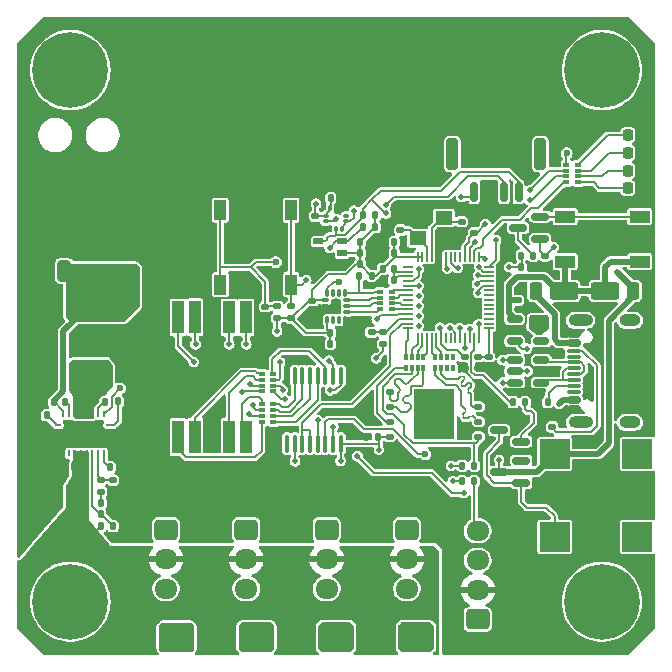
<source format=gbr>
%TF.GenerationSoftware,KiCad,Pcbnew,8.0.6-8.0.6-0~ubuntu20.04.1*%
%TF.CreationDate,2024-12-12T22:35:03+05:00*%
%TF.ProjectId,EpsilonAnomalain,45707369-6c6f-46e4-916e-6f6d616c6169,rev?*%
%TF.SameCoordinates,Original*%
%TF.FileFunction,Copper,L1,Top*%
%TF.FilePolarity,Positive*%
%FSLAX46Y46*%
G04 Gerber Fmt 4.6, Leading zero omitted, Abs format (unit mm)*
G04 Created by KiCad (PCBNEW 8.0.6-8.0.6-0~ubuntu20.04.1) date 2024-12-12 22:35:03*
%MOMM*%
%LPD*%
G01*
G04 APERTURE LIST*
G04 Aperture macros list*
%AMRoundRect*
0 Rectangle with rounded corners*
0 $1 Rounding radius*
0 $2 $3 $4 $5 $6 $7 $8 $9 X,Y pos of 4 corners*
0 Add a 4 corners polygon primitive as box body*
4,1,4,$2,$3,$4,$5,$6,$7,$8,$9,$2,$3,0*
0 Add four circle primitives for the rounded corners*
1,1,$1+$1,$2,$3*
1,1,$1+$1,$4,$5*
1,1,$1+$1,$6,$7*
1,1,$1+$1,$8,$9*
0 Add four rect primitives between the rounded corners*
20,1,$1+$1,$2,$3,$4,$5,0*
20,1,$1+$1,$4,$5,$6,$7,0*
20,1,$1+$1,$6,$7,$8,$9,0*
20,1,$1+$1,$8,$9,$2,$3,0*%
G04 Aperture macros list end*
%TA.AperFunction,SMDPad,CuDef*%
%ADD10R,0.500000X0.400000*%
%TD*%
%TA.AperFunction,SMDPad,CuDef*%
%ADD11R,0.500000X0.300000*%
%TD*%
%TA.AperFunction,SMDPad,CuDef*%
%ADD12RoundRect,0.218750X0.218750X0.256250X-0.218750X0.256250X-0.218750X-0.256250X0.218750X-0.256250X0*%
%TD*%
%TA.AperFunction,SMDPad,CuDef*%
%ADD13RoundRect,0.140000X0.170000X-0.140000X0.170000X0.140000X-0.170000X0.140000X-0.170000X-0.140000X0*%
%TD*%
%TA.AperFunction,SMDPad,CuDef*%
%ADD14RoundRect,0.050000X-0.350000X-0.050000X0.350000X-0.050000X0.350000X0.050000X-0.350000X0.050000X0*%
%TD*%
%TA.AperFunction,SMDPad,CuDef*%
%ADD15RoundRect,0.050000X-0.050000X-0.350000X0.050000X-0.350000X0.050000X0.350000X-0.050000X0.350000X0*%
%TD*%
%TA.AperFunction,HeatsinkPad*%
%ADD16R,4.000000X4.000000*%
%TD*%
%TA.AperFunction,SMDPad,CuDef*%
%ADD17R,0.400000X0.500000*%
%TD*%
%TA.AperFunction,SMDPad,CuDef*%
%ADD18R,0.300000X0.500000*%
%TD*%
%TA.AperFunction,SMDPad,CuDef*%
%ADD19RoundRect,0.250000X0.950000X0.500000X-0.950000X0.500000X-0.950000X-0.500000X0.950000X-0.500000X0*%
%TD*%
%TA.AperFunction,SMDPad,CuDef*%
%ADD20RoundRect,0.250000X0.275000X0.500000X-0.275000X0.500000X-0.275000X-0.500000X0.275000X-0.500000X0*%
%TD*%
%TA.AperFunction,ComponentPad*%
%ADD21RoundRect,0.250000X-0.725000X0.600000X-0.725000X-0.600000X0.725000X-0.600000X0.725000X0.600000X0*%
%TD*%
%TA.AperFunction,ComponentPad*%
%ADD22O,1.950000X1.700000*%
%TD*%
%TA.AperFunction,SMDPad,CuDef*%
%ADD23RoundRect,0.135000X0.185000X-0.135000X0.185000X0.135000X-0.185000X0.135000X-0.185000X-0.135000X0*%
%TD*%
%TA.AperFunction,SMDPad,CuDef*%
%ADD24RoundRect,0.140000X-0.170000X0.140000X-0.170000X-0.140000X0.170000X-0.140000X0.170000X0.140000X0*%
%TD*%
%TA.AperFunction,SMDPad,CuDef*%
%ADD25RoundRect,0.587500X-1.162500X0.587500X-1.162500X-0.587500X1.162500X-0.587500X1.162500X0.587500X0*%
%TD*%
%TA.AperFunction,SMDPad,CuDef*%
%ADD26RoundRect,0.135000X-0.185000X0.135000X-0.185000X-0.135000X0.185000X-0.135000X0.185000X0.135000X0*%
%TD*%
%TA.AperFunction,SMDPad,CuDef*%
%ADD27RoundRect,0.250000X0.325000X0.650000X-0.325000X0.650000X-0.325000X-0.650000X0.325000X-0.650000X0*%
%TD*%
%TA.AperFunction,SMDPad,CuDef*%
%ADD28RoundRect,0.250000X-0.325000X-0.650000X0.325000X-0.650000X0.325000X0.650000X-0.325000X0.650000X0*%
%TD*%
%TA.AperFunction,SMDPad,CuDef*%
%ADD29RoundRect,0.150000X-0.512500X-0.150000X0.512500X-0.150000X0.512500X0.150000X-0.512500X0.150000X0*%
%TD*%
%TA.AperFunction,ComponentPad*%
%ADD30C,0.800000*%
%TD*%
%TA.AperFunction,ComponentPad*%
%ADD31C,6.400000*%
%TD*%
%TA.AperFunction,SMDPad,CuDef*%
%ADD32RoundRect,0.135000X-0.135000X-0.185000X0.135000X-0.185000X0.135000X0.185000X-0.135000X0.185000X0*%
%TD*%
%TA.AperFunction,SMDPad,CuDef*%
%ADD33RoundRect,0.150000X0.512500X0.150000X-0.512500X0.150000X-0.512500X-0.150000X0.512500X-0.150000X0*%
%TD*%
%TA.AperFunction,SMDPad,CuDef*%
%ADD34R,1.000000X1.700000*%
%TD*%
%TA.AperFunction,SMDPad,CuDef*%
%ADD35RoundRect,0.045000X0.205000X-0.105000X0.205000X0.105000X-0.205000X0.105000X-0.205000X-0.105000X0*%
%TD*%
%TA.AperFunction,SMDPad,CuDef*%
%ADD36RoundRect,0.045000X0.105000X-0.205000X0.105000X0.205000X-0.105000X0.205000X-0.105000X-0.205000X0*%
%TD*%
%TA.AperFunction,SMDPad,CuDef*%
%ADD37RoundRect,0.135000X0.135000X0.185000X-0.135000X0.185000X-0.135000X-0.185000X0.135000X-0.185000X0*%
%TD*%
%TA.AperFunction,SMDPad,CuDef*%
%ADD38RoundRect,0.140000X0.140000X0.170000X-0.140000X0.170000X-0.140000X-0.170000X0.140000X-0.170000X0*%
%TD*%
%TA.AperFunction,SMDPad,CuDef*%
%ADD39RoundRect,0.140000X-0.140000X-0.170000X0.140000X-0.170000X0.140000X0.170000X-0.140000X0.170000X0*%
%TD*%
%TA.AperFunction,ComponentPad*%
%ADD40RoundRect,0.250000X0.725000X-0.600000X0.725000X0.600000X-0.725000X0.600000X-0.725000X-0.600000X0*%
%TD*%
%TA.AperFunction,SMDPad,CuDef*%
%ADD41RoundRect,0.000000X0.400000X0.250000X-0.400000X0.250000X-0.400000X-0.250000X0.400000X-0.250000X0*%
%TD*%
%TA.AperFunction,SMDPad,CuDef*%
%ADD42O,0.599999X0.240000*%
%TD*%
%TA.AperFunction,SMDPad,CuDef*%
%ADD43O,0.240000X0.599999*%
%TD*%
%TA.AperFunction,ComponentPad*%
%ADD44C,0.499999*%
%TD*%
%TA.AperFunction,SMDPad,CuDef*%
%ADD45R,0.725068X0.229918*%
%TD*%
%TA.AperFunction,SMDPad,CuDef*%
%ADD46R,0.724920X0.229997*%
%TD*%
%TA.AperFunction,SMDPad,CuDef*%
%ADD47R,0.399999X0.319994*%
%TD*%
%TA.AperFunction,SMDPad,CuDef*%
%ADD48R,0.399998X0.319995*%
%TD*%
%TA.AperFunction,SMDPad,CuDef*%
%ADD49R,3.050006X2.049998*%
%TD*%
%TA.AperFunction,SMDPad,CuDef*%
%ADD50R,0.725070X0.230003*%
%TD*%
%TA.AperFunction,SMDPad,CuDef*%
%ADD51R,0.724922X0.230003*%
%TD*%
%TA.AperFunction,SMDPad,CuDef*%
%ADD52RoundRect,0.150000X0.587500X0.150000X-0.587500X0.150000X-0.587500X-0.150000X0.587500X-0.150000X0*%
%TD*%
%TA.AperFunction,SMDPad,CuDef*%
%ADD53R,2.500000X2.500000*%
%TD*%
%TA.AperFunction,SMDPad,CuDef*%
%ADD54RoundRect,0.125000X0.200000X0.125000X-0.200000X0.125000X-0.200000X-0.125000X0.200000X-0.125000X0*%
%TD*%
%TA.AperFunction,HeatsinkPad*%
%ADD55R,3.400000X4.300000*%
%TD*%
%TA.AperFunction,SMDPad,CuDef*%
%ADD56RoundRect,0.150000X0.150000X0.700000X-0.150000X0.700000X-0.150000X-0.700000X0.150000X-0.700000X0*%
%TD*%
%TA.AperFunction,SMDPad,CuDef*%
%ADD57RoundRect,0.250000X0.250000X1.100000X-0.250000X1.100000X-0.250000X-1.100000X0.250000X-1.100000X0*%
%TD*%
%TA.AperFunction,SMDPad,CuDef*%
%ADD58RoundRect,0.147500X-0.147500X-0.172500X0.147500X-0.172500X0.147500X0.172500X-0.147500X0.172500X0*%
%TD*%
%TA.AperFunction,SMDPad,CuDef*%
%ADD59RoundRect,0.087500X-0.087500X0.225000X-0.087500X-0.225000X0.087500X-0.225000X0.087500X0.225000X0*%
%TD*%
%TA.AperFunction,SMDPad,CuDef*%
%ADD60RoundRect,0.087500X-0.225000X0.087500X-0.225000X-0.087500X0.225000X-0.087500X0.225000X0.087500X0*%
%TD*%
%TA.AperFunction,SMDPad,CuDef*%
%ADD61R,1.000000X2.800000*%
%TD*%
%TA.AperFunction,SMDPad,CuDef*%
%ADD62R,1.400000X1.200000*%
%TD*%
%TA.AperFunction,SMDPad,CuDef*%
%ADD63RoundRect,0.250000X-0.950000X-0.500000X0.950000X-0.500000X0.950000X0.500000X-0.950000X0.500000X0*%
%TD*%
%TA.AperFunction,SMDPad,CuDef*%
%ADD64RoundRect,0.250000X-0.275000X-0.500000X0.275000X-0.500000X0.275000X0.500000X-0.275000X0.500000X0*%
%TD*%
%TA.AperFunction,SMDPad,CuDef*%
%ADD65RoundRect,0.150000X0.425000X-0.150000X0.425000X0.150000X-0.425000X0.150000X-0.425000X-0.150000X0*%
%TD*%
%TA.AperFunction,SMDPad,CuDef*%
%ADD66RoundRect,0.075000X0.500000X-0.075000X0.500000X0.075000X-0.500000X0.075000X-0.500000X-0.075000X0*%
%TD*%
%TA.AperFunction,ComponentPad*%
%ADD67O,2.100000X1.000000*%
%TD*%
%TA.AperFunction,ComponentPad*%
%ADD68O,1.800000X1.000000*%
%TD*%
%TA.AperFunction,SMDPad,CuDef*%
%ADD69RoundRect,0.100000X-0.100000X0.637500X-0.100000X-0.637500X0.100000X-0.637500X0.100000X0.637500X0*%
%TD*%
%TA.AperFunction,SMDPad,CuDef*%
%ADD70R,1.700000X1.000000*%
%TD*%
%TA.AperFunction,ViaPad*%
%ADD71C,0.500000*%
%TD*%
%TA.AperFunction,ViaPad*%
%ADD72C,0.600000*%
%TD*%
%TA.AperFunction,Conductor*%
%ADD73C,0.200000*%
%TD*%
%TA.AperFunction,Conductor*%
%ADD74C,0.500000*%
%TD*%
G04 APERTURE END LIST*
D10*
%TO.P,RN2,1,R1.1*%
%TO.N,Net-(D8-A)*%
X276000000Y-88500000D03*
D11*
%TO.P,RN2,2,R2.1*%
%TO.N,Net-(D7-A)*%
X276000000Y-88000000D03*
%TO.P,RN2,3,R3.1*%
%TO.N,Net-(D6-A)*%
X276000000Y-87500000D03*
D10*
%TO.P,RN2,4,R4.1*%
%TO.N,Net-(D5-A)*%
X276000000Y-87000000D03*
%TO.P,RN2,5,R4.2*%
%TO.N,VDD*%
X275000000Y-87000000D03*
D11*
%TO.P,RN2,6,R3.2*%
%TO.N,/TX0_RAW*%
X275000000Y-87500000D03*
%TO.P,RN2,7,R2.2*%
%TO.N,/RXD0*%
X275000000Y-88000000D03*
D10*
%TO.P,RN2,8,R1.2*%
%TO.N,/Action*%
X275000000Y-88500000D03*
%TD*%
D12*
%TO.P,D8,1,K*%
%TO.N,GND*%
X281787500Y-89000000D03*
%TO.P,D8,2,A*%
%TO.N,Net-(D8-A)*%
X280212500Y-89000000D03*
%TD*%
D13*
%TO.P,C25,1*%
%TO.N,GND*%
X253752500Y-92307424D03*
%TO.P,C25,2*%
%TO.N,VDD*%
X253752500Y-91347424D03*
%TD*%
D14*
%TO.P,U4,1,LNA_IN*%
%TO.N,unconnected-(U4-LNA_IN-Pad1)*%
X261550000Y-95650000D03*
%TO.P,U4,2,VDD3P3*%
%TO.N,Net-(C5-Pad1)*%
X261550000Y-96050000D03*
%TO.P,U4,3,VDD3P3*%
X261550000Y-96450000D03*
%TO.P,U4,4,CHIP_PU*%
%TO.N,/CHIP_PU*%
X261550000Y-96850000D03*
%TO.P,U4,5,GPIO0*%
%TO.N,/BOOT*%
X261550000Y-97250000D03*
%TO.P,U4,6,GPIO1*%
%TO.N,/VSPI_Q*%
X261550000Y-97650000D03*
%TO.P,U4,7,GPIO2*%
%TO.N,/VSPI_D*%
X261550000Y-98050000D03*
%TO.P,U4,8,GPIO3*%
%TO.N,unconnected-(U4-GPIO3-Pad8)*%
X261550000Y-98450000D03*
%TO.P,U4,9,GPIO4*%
%TO.N,/VSPI_CLK*%
X261550000Y-98850000D03*
%TO.P,U4,10,GPIO5*%
%TO.N,/VSPI_CS*%
X261550000Y-99250000D03*
%TO.P,U4,11,GPIO6*%
%TO.N,/IMU_INT*%
X261550000Y-99650000D03*
%TO.P,U4,12,GPIO7*%
%TO.N,/V_ADC*%
X261550000Y-100050000D03*
%TO.P,U4,13,GPIO8*%
%TO.N,/LD_CLK*%
X261550000Y-100450000D03*
%TO.P,U4,14,GPIO9*%
%TO.N,/FSPI_HD*%
X261550000Y-100850000D03*
D15*
%TO.P,U4,15,GPIO10*%
%TO.N,/FSPI_CS0*%
X262400000Y-101700000D03*
%TO.P,U4,16,GPIO11*%
%TO.N,/FSPI_D*%
X262800000Y-101700000D03*
%TO.P,U4,17,GPIO12*%
%TO.N,/FSPI_CLK*%
X263200000Y-101700000D03*
%TO.P,U4,18,GPIO13*%
%TO.N,/FSPI_Q*%
X263600000Y-101700000D03*
%TO.P,U4,19,GPIO14*%
%TO.N,/FSPI_WP*%
X264000000Y-101700000D03*
%TO.P,U4,20,VDD3P3_RTC*%
%TO.N,VDD*%
X264400000Y-101700000D03*
%TO.P,U4,21,XTAL_32K_P*%
%TO.N,unconnected-(U4-XTAL_32K_P-Pad21)*%
X264800000Y-101700000D03*
%TO.P,U4,22,XTAL_32K_N*%
%TO.N,unconnected-(U4-XTAL_32K_N-Pad22)*%
X265200000Y-101700000D03*
%TO.P,U4,23,GPIO17*%
%TO.N,/SDA*%
X265600000Y-101700000D03*
%TO.P,U4,24,GPIO18*%
%TO.N,/SCL*%
X266000000Y-101700000D03*
%TO.P,U4,25,GPIO19/USB_D-*%
%TO.N,/DN*%
X266400000Y-101700000D03*
%TO.P,U4,26,GPIO20/USB_D+*%
%TO.N,/DP*%
X266800000Y-101700000D03*
%TO.P,U4,27,GPIO21*%
%TO.N,/BUZ*%
X267200000Y-101700000D03*
%TO.P,U4,28,SPICS1*%
%TO.N,/LD_D*%
X267600000Y-101700000D03*
D14*
%TO.P,U4,29,VDD_SPI*%
%TO.N,Net-(U4-VDD_SPI)*%
X268450000Y-100850000D03*
%TO.P,U4,30,SPIHD*%
%TO.N,unconnected-(U4-SPIHD-Pad30)*%
X268450000Y-100450000D03*
%TO.P,U4,31,SPIWP*%
%TO.N,unconnected-(U4-SPIWP-Pad31)*%
X268450000Y-100050000D03*
%TO.P,U4,32,SPICS0*%
%TO.N,unconnected-(U4-SPICS0-Pad32)*%
X268450000Y-99650000D03*
%TO.P,U4,33,SPICLK*%
%TO.N,unconnected-(U4-SPICLK-Pad33)*%
X268450000Y-99250000D03*
%TO.P,U4,34,SPIQ*%
%TO.N,unconnected-(U4-SPIQ-Pad34)*%
X268450000Y-98850000D03*
%TO.P,U4,35,SPID*%
%TO.N,unconnected-(U4-SPID-Pad35)*%
X268450000Y-98450000D03*
%TO.P,U4,36,SPICLK_N*%
%TO.N,unconnected-(U4-SPICLK_N-Pad36)*%
X268450000Y-98050000D03*
%TO.P,U4,37,SPICLK_P*%
%TO.N,unconnected-(U4-SPICLK_P-Pad37)*%
X268450000Y-97650000D03*
%TO.P,U4,38,GPIO33*%
%TO.N,/SERVOA*%
X268450000Y-97250000D03*
%TO.P,U4,39,GPIO34*%
%TO.N,/SERVOB*%
X268450000Y-96850000D03*
%TO.P,U4,40,GPIO35*%
%TO.N,/SERVOC*%
X268450000Y-96450000D03*
%TO.P,U4,41,GPIO36*%
%TO.N,/SERVOD*%
X268450000Y-96050000D03*
%TO.P,U4,42,GPIO37*%
%TO.N,/SERVOEN*%
X268450000Y-95650000D03*
D15*
%TO.P,U4,43,GPIO38*%
%TO.N,/OFF*%
X267600000Y-94800000D03*
%TO.P,U4,44,MTCK*%
%TO.N,/Action*%
X267200000Y-94800000D03*
%TO.P,U4,45,MTDO*%
%TO.N,/LD_OE*%
X266800000Y-94800000D03*
%TO.P,U4,46,VDD3P3_CPU*%
%TO.N,VDD*%
X266400000Y-94800000D03*
%TO.P,U4,47,MTDI*%
%TO.N,unconnected-(U4-MTDI-Pad47)*%
X266000000Y-94800000D03*
%TO.P,U4,48,MTMS*%
%TO.N,unconnected-(U4-MTMS-Pad48)*%
X265600000Y-94800000D03*
%TO.P,U4,49,U0TXD*%
%TO.N,/TX0_RAW*%
X265200000Y-94800000D03*
%TO.P,U4,50,U0RXD*%
%TO.N,/RXD0*%
X264800000Y-94800000D03*
%TO.P,U4,51,GPIO45*%
%TO.N,GND*%
X264400000Y-94800000D03*
%TO.P,U4,52,GPIO46*%
X264000000Y-94800000D03*
%TO.P,U4,53,XTAL_N*%
%TO.N,Net-(U4-XTAL_N)*%
X263600000Y-94800000D03*
%TO.P,U4,54,XTAL_P*%
%TO.N,Net-(U4-XTAL_P)*%
X263200000Y-94800000D03*
%TO.P,U4,55,VDDA*%
%TO.N,VDD*%
X262800000Y-94800000D03*
%TO.P,U4,56,VDDA*%
X262400000Y-94800000D03*
D16*
%TO.P,U4,57,GND*%
%TO.N,GND*%
X265000000Y-98250000D03*
%TD*%
D17*
%TO.P,RN6,1,R1.1*%
%TO.N,Net-(RN6-R1.1)*%
X263900000Y-104250000D03*
D18*
%TO.P,RN6,2,R2.1*%
%TO.N,Net-(RN6-R2.1)*%
X264400000Y-104250000D03*
%TO.P,RN6,3,R3.1*%
%TO.N,unconnected-(RN6-R3.1-Pad3)*%
X264900000Y-104250000D03*
D17*
%TO.P,RN6,4,R4.1*%
%TO.N,unconnected-(RN6-R4.1-Pad4)*%
X265400000Y-104250000D03*
%TO.P,RN6,5,R4.2*%
%TO.N,unconnected-(RN6-R4.2-Pad5)*%
X265400000Y-103250000D03*
D18*
%TO.P,RN6,6,R3.2*%
%TO.N,unconnected-(RN6-R3.2-Pad6)*%
X264900000Y-103250000D03*
%TO.P,RN6,7,R2.2*%
%TO.N,/FSPI_WP*%
X264400000Y-103250000D03*
D17*
%TO.P,RN6,8,R1.2*%
%TO.N,/FSPI_Q*%
X263900000Y-103250000D03*
%TD*%
D19*
%TO.P,D2,1,K*%
%TO.N,Net-(D1-K)*%
X278300000Y-97700000D03*
D20*
%TO.P,D2,2,A*%
%TO.N,+3V8*%
X280675000Y-97700000D03*
%TD*%
D21*
%TO.P,J4,1,Pin_1*%
%TO.N,/SERVOB*%
X254700000Y-117900000D03*
D22*
%TO.P,J4,2,Pin_2*%
%TO.N,+6V*%
X254700000Y-120400000D03*
%TO.P,J4,3,Pin_3*%
%TO.N,GND*%
X254700000Y-122900000D03*
%TD*%
D23*
%TO.P,R16,1*%
%TO.N,VDD*%
X251700000Y-100010000D03*
%TO.P,R16,2*%
%TO.N,/BOOT*%
X251700000Y-98990000D03*
%TD*%
D24*
%TO.P,C33,1*%
%TO.N,/CHIP_PU*%
X249500000Y-99020000D03*
%TO.P,C33,2*%
%TO.N,GND*%
X249500000Y-99980000D03*
%TD*%
D25*
%TO.P,L2,1,1*%
%TO.N,+3V8*%
X234644924Y-98850000D03*
%TO.P,L2,2,2*%
%TO.N,Net-(C1-Pad2)*%
X234644924Y-104900000D03*
%TD*%
D26*
%TO.P,R19,1*%
%TO.N,/V_ADC*%
X258500000Y-101190000D03*
%TO.P,R19,2*%
%TO.N,GND*%
X258500000Y-102210000D03*
%TD*%
D27*
%TO.P,C9,1*%
%TO.N,+3V8*%
X232475000Y-96000000D03*
%TO.P,C9,2*%
%TO.N,GND*%
X229525000Y-96000000D03*
%TD*%
D28*
%TO.P,C29,1*%
%TO.N,+6V*%
X244925000Y-127000000D03*
%TO.P,C29,2*%
%TO.N,GND*%
X247875000Y-127000000D03*
%TD*%
D24*
%TO.P,C24,1*%
%TO.N,VDD*%
X253500000Y-98510000D03*
%TO.P,C24,2*%
%TO.N,GND*%
X253500000Y-99470000D03*
%TD*%
D29*
%TO.P,U1,1,VIN*%
%TO.N,Net-(D1-K)*%
X270612500Y-100050000D03*
%TO.P,U1,2,GND*%
%TO.N,GND*%
X270612500Y-101000000D03*
%TO.P,U1,3,EN*%
%TO.N,/OFF*%
X270612500Y-101950000D03*
%TO.P,U1,4,NC*%
%TO.N,unconnected-(U1-NC-Pad4)*%
X272887500Y-101950000D03*
%TO.P,U1,5,VOUT*%
%TO.N,VDD*%
X272887500Y-100050000D03*
%TD*%
D30*
%TO.P,H1,1*%
%TO.N,N/C*%
X275600000Y-79000000D03*
X276302944Y-77302944D03*
X276302944Y-80697056D03*
X278000000Y-76600000D03*
D31*
X278000000Y-79000000D03*
D30*
X278000000Y-81400000D03*
X279697056Y-77302944D03*
X279697056Y-80697056D03*
X280400000Y-79000000D03*
%TD*%
D32*
%TO.P,R7,1*%
%TO.N,Net-(U2-ILIM)*%
X236390000Y-112600000D03*
%TO.P,R7,2*%
%TO.N,GND*%
X237410000Y-112600000D03*
%TD*%
D28*
%TO.P,C30,1*%
%TO.N,+6V*%
X251725000Y-127000000D03*
%TO.P,C30,2*%
%TO.N,GND*%
X254675000Y-127000000D03*
%TD*%
D33*
%TO.P,U3,1,I/O1*%
%TO.N,Net-(J1-D--PadA7)*%
X272887500Y-105450000D03*
%TO.P,U3,2,GND*%
%TO.N,GND*%
X272887500Y-104500000D03*
%TO.P,U3,3,I/O2*%
%TO.N,Net-(J1-D+-PadA6)*%
X272887500Y-103550000D03*
%TO.P,U3,4,I/O2*%
%TO.N,/DP*%
X270612500Y-103550000D03*
%TO.P,U3,5,VBUS*%
%TO.N,VDD*%
X270612500Y-104500000D03*
%TO.P,U3,6,I/O1*%
%TO.N,/DN*%
X270612500Y-105450000D03*
%TD*%
D34*
%TO.P,SW3,1,1*%
%TO.N,GND*%
X247900000Y-97150000D03*
X247900000Y-90850000D03*
%TO.P,SW3,2,2*%
%TO.N,/BOOT*%
X251700000Y-97150000D03*
X251700000Y-90850000D03*
%TD*%
D35*
%TO.P,U7,1,VDDIO*%
%TO.N,VDD*%
X254629000Y-91312500D03*
%TO.P,U7,2,SCK/SCL*%
%TO.N,/SCL*%
X254629000Y-91812500D03*
D36*
%TO.P,U7,3,VSS*%
%TO.N,GND*%
X255000000Y-92431500D03*
%TO.P,U7,4,SDI/SDA*%
%TO.N,/SDA*%
X255500000Y-92431500D03*
%TO.P,U7,5,SDO*%
%TO.N,VDD*%
X256000000Y-92431500D03*
D35*
%TO.P,U7,6,CSB*%
X256371000Y-91812500D03*
%TO.P,U7,7,INT*%
%TO.N,unconnected-(U7-INT-Pad7)*%
X256371000Y-91312500D03*
D36*
%TO.P,U7,8,VSS*%
%TO.N,GND*%
X256000000Y-90693500D03*
%TO.P,U7,9,VSS*%
X255500000Y-90693500D03*
%TO.P,U7,10,VDD*%
%TO.N,VDD*%
X255000000Y-90693500D03*
%TD*%
D23*
%TO.P,R8,1*%
%TO.N,Net-(J1-CC2)*%
X273800000Y-109210000D03*
%TO.P,R8,2*%
%TO.N,GND*%
X273800000Y-108190000D03*
%TD*%
D37*
%TO.P,R10,1*%
%TO.N,VDD*%
X258500000Y-96400000D03*
%TO.P,R10,2*%
%TO.N,Net-(RN1D-R4.2)*%
X257480000Y-96400000D03*
%TD*%
D32*
%TO.P,R2,1*%
%TO.N,Net-(C1-Pad2)*%
X234890000Y-107100000D03*
%TO.P,R2,2*%
%TO.N,Net-(U2-FSW)*%
X235910000Y-107100000D03*
%TD*%
D38*
%TO.P,C13,1*%
%TO.N,GND*%
X236580000Y-115650000D03*
%TO.P,C13,2*%
%TO.N,Net-(C13-Pad2)*%
X235620000Y-115650000D03*
%TD*%
D37*
%TO.P,R14,1*%
%TO.N,Net-(Q1-B)*%
X271510000Y-107100000D03*
%TO.P,R14,2*%
%TO.N,/BUZ*%
X270490000Y-107100000D03*
%TD*%
D21*
%TO.P,J3,1,Pin_1*%
%TO.N,/SERVOA*%
X261500000Y-117900000D03*
D22*
%TO.P,J3,2,Pin_2*%
%TO.N,+6V*%
X261500000Y-120400000D03*
%TO.P,J3,3,Pin_3*%
%TO.N,GND*%
X261500000Y-122900000D03*
%TD*%
D13*
%TO.P,C18,1*%
%TO.N,GND*%
X236620000Y-114680000D03*
%TO.P,C18,2*%
%TO.N,Net-(U2-COMP)*%
X236620000Y-113720000D03*
%TD*%
D39*
%TO.P,C4,1*%
%TO.N,VDD*%
X257540000Y-93550000D03*
%TO.P,C4,2*%
%TO.N,GND*%
X258500000Y-93550000D03*
%TD*%
D28*
%TO.P,C26,1*%
%TO.N,+6V*%
X238125000Y-127000000D03*
%TO.P,C26,2*%
%TO.N,GND*%
X241075000Y-127000000D03*
%TD*%
D32*
%TO.P,R3,1*%
%TO.N,Net-(U2-FB)*%
X235590000Y-116600000D03*
%TO.P,R3,2*%
%TO.N,GND*%
X236610000Y-116600000D03*
%TD*%
D40*
%TO.P,J7,1,Pin_1*%
%TO.N,VDD*%
X267500000Y-125500000D03*
D22*
%TO.P,J7,2,Pin_2*%
%TO.N,GND*%
X267500000Y-123000000D03*
%TO.P,J7,3,Pin_3*%
%TO.N,/RXD0*%
X267500000Y-120500000D03*
%TO.P,J7,4,Pin_4*%
%TO.N,/TXD0*%
X267500000Y-118000000D03*
%TD*%
D39*
%TO.P,C22,1*%
%TO.N,VDD*%
X255020000Y-101240000D03*
%TO.P,C22,2*%
%TO.N,GND*%
X255980000Y-101240000D03*
%TD*%
D37*
%TO.P,R9,1*%
%TO.N,Net-(J1-CC1)*%
X273410000Y-107100000D03*
%TO.P,R9,2*%
%TO.N,GND*%
X272390000Y-107100000D03*
%TD*%
D34*
%TO.P,SW2,1,1*%
%TO.N,GND*%
X241900000Y-97150000D03*
X241900000Y-90850000D03*
%TO.P,SW2,2,2*%
%TO.N,/CHIP_PU*%
X245700000Y-97150000D03*
X245700000Y-90850000D03*
%TD*%
D32*
%TO.P,R6,1*%
%TO.N,/OFF*%
X271180000Y-95700000D03*
%TO.P,R6,2*%
%TO.N,GND*%
X272200000Y-95700000D03*
%TD*%
D24*
%TO.P,C12,1*%
%TO.N,VDD*%
X273200000Y-94720000D03*
%TO.P,C12,2*%
%TO.N,GND*%
X273200000Y-95680000D03*
%TD*%
D26*
%TO.P,R5,1*%
%TO.N,Net-(U2-COMP)*%
X235600000Y-113690000D03*
%TO.P,R5,2*%
%TO.N,Net-(C13-Pad2)*%
X235600000Y-114710000D03*
%TD*%
D10*
%TO.P,RN1,1,R1.1*%
%TO.N,/VSPI_CS*%
X260200000Y-99250000D03*
D11*
%TO.P,RN1,2,R2.1*%
%TO.N,/VSPI_CLK*%
X260200000Y-98750000D03*
%TO.P,RN1,3,R3.1*%
%TO.N,/VSPI_D*%
X260200000Y-98250000D03*
D10*
%TO.P,RN1,4,R4.1*%
%TO.N,/VSPI_Q*%
X260200000Y-97750000D03*
%TO.P,RN1,5,R4.2*%
%TO.N,Net-(RN1D-R4.2)*%
X259200000Y-97750000D03*
D11*
%TO.P,RN1,6,R3.2*%
%TO.N,Net-(RN1C-R3.2)*%
X259200000Y-98250000D03*
%TO.P,RN1,7,R2.2*%
%TO.N,Net-(RN1B-R2.2)*%
X259200000Y-98750000D03*
D10*
%TO.P,RN1,8,R1.2*%
%TO.N,Net-(RN1A-R1.2)*%
X259200000Y-99250000D03*
%TD*%
D23*
%TO.P,R15,1*%
%TO.N,VDD*%
X250500000Y-100010000D03*
%TO.P,R15,2*%
%TO.N,/CHIP_PU*%
X250500000Y-98990000D03*
%TD*%
D41*
%TO.P,U6,1,NC*%
%TO.N,GND*%
X256000000Y-95500000D03*
%TO.P,U6,2,VDD*%
%TO.N,VDD*%
X256000000Y-94500000D03*
%TO.P,U6,3,SCL*%
%TO.N,/SCL*%
X256000000Y-93500000D03*
%TO.P,U6,4,SDA*%
%TO.N,/SDA*%
X254000000Y-93500000D03*
%TO.P,U6,5,GND*%
%TO.N,GND*%
X254000000Y-94500000D03*
%TO.P,U6,6,NC*%
X254000000Y-95500000D03*
%TD*%
D38*
%TO.P,C32,1*%
%TO.N,+6V*%
X233344924Y-112550000D03*
%TO.P,C32,2*%
%TO.N,GND*%
X232384924Y-112550000D03*
%TD*%
D12*
%TO.P,D7,1,K*%
%TO.N,GND*%
X281787500Y-87500000D03*
%TO.P,D7,2,A*%
%TO.N,Net-(D7-A)*%
X280212500Y-87500000D03*
%TD*%
D42*
%TO.P,U2,1,VCC*%
%TO.N,Net-(U2-VCC)*%
X236270000Y-109050000D03*
D43*
%TO.P,U2,2,EN*%
%TO.N,/SERVOEN*%
X235869919Y-108149921D03*
%TO.P,U2,3,FSW*%
%TO.N,Net-(U2-FSW)*%
X235369920Y-108149921D03*
%TO.P,U2,4,SW*%
%TO.N,Net-(C1-Pad2)*%
X234869919Y-108149921D03*
%TO.P,U2,5,SW*%
X234369920Y-108149921D03*
%TO.P,U2,6,SW*%
X233869921Y-108149921D03*
%TO.P,U2,7,SW*%
X233369919Y-108149921D03*
%TO.P,U2,8,BOOT*%
%TO.N,Net-(U2-BOOT)*%
X232869920Y-108149921D03*
%TO.P,U2,9,VIN*%
%TO.N,+3V8*%
X232369919Y-108149921D03*
D42*
%TO.P,U2,10,SS*%
%TO.N,Net-(U2-SS)*%
X231969998Y-109050000D03*
%TO.P,U2,11,NC*%
%TO.N,GND*%
X231969998Y-110550002D03*
D43*
%TO.P,U2,12,NC*%
X232369919Y-111449919D03*
%TO.P,U2,13,MODE*%
%TO.N,unconnected-(U2-MODE-Pad13)*%
X232869920Y-111449919D03*
%TO.P,U2,14,VOUT*%
%TO.N,+6V*%
X233369919Y-111449919D03*
%TO.P,U2,15,VOUT*%
X233869921Y-111449919D03*
%TO.P,U2,16,VOUT*%
X234369920Y-111449919D03*
%TO.P,U2,17,FB*%
%TO.N,Net-(U2-FB)*%
X234869919Y-111449919D03*
%TO.P,U2,18,COMP*%
%TO.N,Net-(U2-COMP)*%
X235369920Y-111449919D03*
%TO.P,U2,19,ILIM*%
%TO.N,Net-(U2-ILIM)*%
X235869919Y-111449919D03*
D42*
%TO.P,U2,20,AGND*%
%TO.N,GND*%
X236270000Y-110550002D03*
D44*
%TO.P,U2,21,PGND*%
X234119920Y-109024920D03*
D45*
X236007458Y-109524961D03*
D46*
X232232457Y-109525001D03*
D44*
X235395000Y-109799920D03*
X232844998Y-109799920D03*
D47*
X235844923Y-109799999D03*
D48*
X232394918Y-109799999D03*
D49*
X234119921Y-109800001D03*
D50*
X236007459Y-110074999D03*
D51*
X232232456Y-110074999D03*
D44*
X234119920Y-110574920D03*
%TD*%
D32*
%TO.P,R1,1*%
%TO.N,+6V*%
X235590000Y-117600000D03*
%TO.P,R1,2*%
%TO.N,Net-(U2-FB)*%
X236610000Y-117600000D03*
%TD*%
D12*
%TO.P,D5,1,K*%
%TO.N,GND*%
X281787500Y-84500000D03*
%TO.P,D5,2,A*%
%TO.N,Net-(D5-A)*%
X280212500Y-84500000D03*
%TD*%
D24*
%TO.P,C6,1*%
%TO.N,Net-(U4-VDD_SPI)*%
X268450000Y-103270000D03*
%TO.P,C6,2*%
%TO.N,GND*%
X268450000Y-104230000D03*
%TD*%
%TO.P,C28,1*%
%TO.N,Net-(U4-XTAL_N)*%
X266130000Y-91835076D03*
%TO.P,C28,2*%
%TO.N,GND*%
X266130000Y-92795076D03*
%TD*%
D21*
%TO.P,J6,1,Pin_1*%
%TO.N,/SERVOD*%
X241100000Y-117900000D03*
D22*
%TO.P,J6,2,Pin_2*%
%TO.N,+6V*%
X241100000Y-120400000D03*
%TO.P,J6,3,Pin_3*%
%TO.N,GND*%
X241100000Y-122900000D03*
%TD*%
D27*
%TO.P,C14,1*%
%TO.N,+6V*%
X233869924Y-114200000D03*
%TO.P,C14,2*%
%TO.N,GND*%
X230919924Y-114200000D03*
%TD*%
D52*
%TO.P,Q1,1,B*%
%TO.N,Net-(Q1-B)*%
X271187500Y-110450000D03*
%TO.P,Q1,2,E*%
%TO.N,GND*%
X271187500Y-108550000D03*
%TO.P,Q1,3,C*%
%TO.N,Net-(BZ1--)*%
X269312500Y-109500000D03*
%TD*%
D39*
%TO.P,C21,1*%
%TO.N,VDD*%
X255042500Y-89827424D03*
%TO.P,C21,2*%
%TO.N,GND*%
X256002500Y-89827424D03*
%TD*%
%TO.P,C23,1*%
%TO.N,VDD*%
X255020000Y-102190000D03*
%TO.P,C23,2*%
%TO.N,GND*%
X255980000Y-102190000D03*
%TD*%
%TO.P,C1,1*%
%TO.N,Net-(U2-BOOT)*%
X232590000Y-107100000D03*
%TO.P,C1,2*%
%TO.N,Net-(C1-Pad2)*%
X233550000Y-107100000D03*
%TD*%
D52*
%TO.P,D3,1*%
%TO.N,VDD*%
X272800000Y-93300000D03*
%TO.P,D3,2*%
%TO.N,Net-(D3-Pad2)*%
X272800000Y-91400000D03*
%TO.P,D3,3*%
%TO.N,Net-(D3-Pad3)*%
X270925000Y-92350000D03*
%TD*%
D30*
%TO.P,H4,1*%
%TO.N,N/C*%
X275600000Y-124000000D03*
X276302944Y-122302944D03*
X276302944Y-125697056D03*
X278000000Y-121600000D03*
D31*
X278000000Y-124000000D03*
D30*
X278000000Y-126400000D03*
X279697056Y-122302944D03*
X279697056Y-125697056D03*
X280400000Y-124000000D03*
%TD*%
D13*
%TO.P,C16,1*%
%TO.N,Net-(D1-K)*%
X270900000Y-98500000D03*
%TO.P,C16,2*%
%TO.N,GND*%
X270900000Y-97540000D03*
%TD*%
D32*
%TO.P,R4,1*%
%TO.N,/OFF*%
X271180000Y-94700000D03*
%TO.P,R4,2*%
%TO.N,Net-(D3-Pad3)*%
X272200000Y-94700000D03*
%TD*%
D53*
%TO.P,BZ1,1,+*%
%TO.N,+3V8*%
X274000000Y-111500000D03*
%TO.P,BZ1,2,-*%
%TO.N,Net-(BZ1--)*%
X274000000Y-118500000D03*
%TO.P,BZ1,3*%
%TO.N,N/C*%
X281000000Y-118500000D03*
%TO.P,BZ1,4*%
X281000000Y-111500000D03*
%TD*%
D39*
%TO.P,C3,1*%
%TO.N,VDD*%
X257540000Y-94500000D03*
%TO.P,C3,2*%
%TO.N,GND*%
X258500000Y-94500000D03*
%TD*%
D54*
%TO.P,U10,1,~{CS}*%
%TO.N,Net-(RN3-R3.2)*%
X267550000Y-110040000D03*
%TO.P,U10,2,DO*%
%TO.N,Net-(RN6-R1.1)*%
X267550000Y-108770000D03*
%TO.P,U10,3,~{WP}*%
%TO.N,Net-(RN6-R2.1)*%
X267550000Y-107500000D03*
%TO.P,U10,4,GND*%
%TO.N,GND*%
X267550000Y-106230000D03*
%TO.P,U10,5,DI*%
%TO.N,Net-(RN3-R2.2)*%
X260050000Y-106230000D03*
%TO.P,U10,6,CLK*%
%TO.N,Net-(RN3-R1.2)*%
X260050000Y-107500000D03*
%TO.P,U10,7,~{HOLD}*%
%TO.N,Net-(RN3-R4.2)*%
X260050000Y-108770000D03*
%TO.P,U10,8,VCC*%
%TO.N,VDD*%
X260050000Y-110040000D03*
D55*
%TO.P,U10,9*%
%TO.N,N/C*%
X263800000Y-108135000D03*
%TD*%
D52*
%TO.P,D4,1*%
%TO.N,Net-(BZ1--)*%
X271187500Y-113950000D03*
%TO.P,D4,2*%
%TO.N,unconnected-(D4-Pad2)*%
X271187500Y-112050000D03*
%TO.P,D4,3*%
%TO.N,+3V8*%
X269312500Y-113000000D03*
%TD*%
D39*
%TO.P,C20,1*%
%TO.N,GND*%
X230040000Y-108220000D03*
%TO.P,C20,2*%
%TO.N,Net-(U2-SS)*%
X231000000Y-108220000D03*
%TD*%
%TO.P,C2,1*%
%TO.N,VDD*%
X257540000Y-95450000D03*
%TO.P,C2,2*%
%TO.N,GND*%
X258500000Y-95450000D03*
%TD*%
D24*
%TO.P,C8,1*%
%TO.N,VDD*%
X266380000Y-103270000D03*
%TO.P,C8,2*%
%TO.N,GND*%
X266380000Y-104230000D03*
%TD*%
D56*
%TO.P,J2,1,Pin_1*%
%TO.N,/SDA*%
X270950000Y-89300000D03*
%TO.P,J2,2,Pin_2*%
%TO.N,/SCL*%
X269700000Y-89300000D03*
%TO.P,J2,3,Pin_3*%
%TO.N,GND*%
X268450000Y-89300000D03*
%TO.P,J2,4,Pin_4*%
%TO.N,VDD*%
X267200000Y-89300000D03*
D57*
%TO.P,J2,MP*%
%TO.N,N/C*%
X272800000Y-86100000D03*
X265350000Y-86100000D03*
%TD*%
D58*
%TO.P,L1,1,1*%
%TO.N,VDD*%
X259445000Y-95815076D03*
%TO.P,L1,2,2*%
%TO.N,Net-(C5-Pad1)*%
X260415000Y-95815076D03*
%TD*%
D59*
%TO.P,U5,1,SDO/ADO*%
%TO.N,Net-(RN1D-R4.2)*%
X256250000Y-97837500D03*
%TO.P,U5,2,RESV*%
%TO.N,unconnected-(U5-RESV-Pad2)*%
X255750000Y-97837500D03*
%TO.P,U5,3,RESV*%
%TO.N,unconnected-(U5-RESV-Pad3)*%
X255250000Y-97837500D03*
%TO.P,U5,4,INT1/INT*%
%TO.N,/IMU_INT*%
X254750000Y-97837500D03*
D60*
%TO.P,U5,5,VDDIO*%
%TO.N,VDD*%
X254587500Y-98500000D03*
%TO.P,U5,6,GND*%
%TO.N,GND*%
X254587500Y-99000000D03*
%TO.P,U5,7,RESV*%
X254587500Y-99500000D03*
D59*
%TO.P,U5,8,VDD*%
%TO.N,VDD*%
X254750000Y-100162500D03*
%TO.P,U5,9,INT2/FSYNC/CLKIN*%
%TO.N,unconnected-(U5-INT2{slash}FSYNC{slash}CLKIN-Pad9)*%
X255250000Y-100162500D03*
%TO.P,U5,10,RESV*%
%TO.N,unconnected-(U5-RESV-Pad10)*%
X255750000Y-100162500D03*
%TO.P,U5,11,RESV*%
%TO.N,GND*%
X256250000Y-100162500D03*
D60*
%TO.P,U5,12,~{CS}/VDDIO*%
%TO.N,Net-(RN1A-R1.2)*%
X256412500Y-99500000D03*
%TO.P,U5,13,SCLK/SCL*%
%TO.N,Net-(RN1B-R2.2)*%
X256412500Y-99000000D03*
%TO.P,U5,14,SDIO/SDI/SDA*%
%TO.N,Net-(RN1C-R3.2)*%
X256412500Y-98500000D03*
%TD*%
D13*
%TO.P,C27,1*%
%TO.N,Net-(U4-XTAL_P)*%
X260950000Y-92530000D03*
%TO.P,C27,2*%
%TO.N,GND*%
X260950000Y-91570000D03*
%TD*%
D21*
%TO.P,J5,1,Pin_1*%
%TO.N,/SERVOC*%
X247900000Y-117900000D03*
D22*
%TO.P,J5,2,Pin_2*%
%TO.N,+6V*%
X247900000Y-120400000D03*
%TO.P,J5,3,Pin_3*%
%TO.N,GND*%
X247900000Y-122900000D03*
%TD*%
D38*
%TO.P,C17,1*%
%TO.N,+3V8*%
X231595000Y-107100000D03*
%TO.P,C17,2*%
%TO.N,GND*%
X230635000Y-107100000D03*
%TD*%
D13*
%TO.P,C15,1*%
%TO.N,VDD*%
X267200000Y-92780000D03*
%TO.P,C15,2*%
%TO.N,GND*%
X267200000Y-91820000D03*
%TD*%
D10*
%TO.P,RN5,1,R1.1*%
%TO.N,Net-(RN5-R1.1)*%
X249200000Y-107300000D03*
D11*
%TO.P,RN5,2,R2.1*%
%TO.N,Net-(RN5-R2.1)*%
X249200000Y-107800000D03*
%TO.P,RN5,3,R3.1*%
%TO.N,Net-(RN5-R3.1)*%
X249200000Y-108300000D03*
D10*
%TO.P,RN5,4,R4.1*%
%TO.N,Net-(RN5-R4.1)*%
X249200000Y-108800000D03*
%TO.P,RN5,5,R4.2*%
%TO.N,Net-(RN5-R4.2)*%
X250200000Y-108800000D03*
D11*
%TO.P,RN5,6,R3.2*%
%TO.N,Net-(RN5-R3.2)*%
X250200000Y-108300000D03*
%TO.P,RN5,7,R2.2*%
%TO.N,Net-(RN5-R2.2)*%
X250200000Y-107800000D03*
D10*
%TO.P,RN5,8,R1.2*%
%TO.N,Net-(RN5-R1.2)*%
X250200000Y-107300000D03*
%TD*%
D61*
%TO.P,U8,1,E*%
%TO.N,Net-(RN5-R4.1)*%
X242120000Y-110040000D03*
%TO.P,U8,2,D*%
%TO.N,Net-(RN4-R1.1)*%
X243560000Y-110030000D03*
%TO.P,U8,3,CA*%
%TO.N,GND*%
X245000000Y-110050000D03*
%TO.P,U8,4,C*%
%TO.N,Net-(RN4-R2.1)*%
X246440000Y-110040000D03*
%TO.P,U8,5,DP*%
%TO.N,Net-(RN5-R1.1)*%
X247880000Y-110040000D03*
%TO.P,U8,6,B*%
%TO.N,Net-(RN4-R3.1)*%
X247880000Y-99940000D03*
%TO.P,U8,7,A*%
%TO.N,Net-(RN4-R4.1)*%
X246440000Y-99940000D03*
%TO.P,U8,8,CA*%
%TO.N,GND*%
X245000000Y-99950000D03*
%TO.P,U8,9,F*%
%TO.N,Net-(RN5-R3.1)*%
X243560000Y-99930000D03*
%TO.P,U8,10,G*%
%TO.N,Net-(RN5-R2.1)*%
X242120000Y-99940000D03*
%TD*%
D38*
%TO.P,C34,1*%
%TO.N,VDD*%
X259030000Y-110050000D03*
%TO.P,C34,2*%
%TO.N,GND*%
X258070000Y-110050000D03*
%TD*%
D24*
%TO.P,C7,1*%
%TO.N,Net-(U4-VDD_SPI)*%
X267500000Y-103270000D03*
%TO.P,C7,2*%
%TO.N,GND*%
X267500000Y-104230000D03*
%TD*%
D10*
%TO.P,RN4,1,R1.1*%
%TO.N,Net-(RN4-R1.1)*%
X249200000Y-104700000D03*
D11*
%TO.P,RN4,2,R2.1*%
%TO.N,Net-(RN4-R2.1)*%
X249200000Y-105200000D03*
%TO.P,RN4,3,R3.1*%
%TO.N,Net-(RN4-R3.1)*%
X249200000Y-105700000D03*
D10*
%TO.P,RN4,4,R4.1*%
%TO.N,Net-(RN4-R4.1)*%
X249200000Y-106200000D03*
%TO.P,RN4,5,R4.2*%
%TO.N,Net-(RN4-R4.2)*%
X250200000Y-106200000D03*
D11*
%TO.P,RN4,6,R3.2*%
%TO.N,Net-(RN4-R3.2)*%
X250200000Y-105700000D03*
%TO.P,RN4,7,R2.2*%
%TO.N,Net-(RN4-R2.2)*%
X250200000Y-105200000D03*
D10*
%TO.P,RN4,8,R1.2*%
%TO.N,Net-(RN4-R1.2)*%
X250200000Y-104700000D03*
%TD*%
D37*
%TO.P,R13,1*%
%TO.N,/TXD0*%
X267210000Y-113800000D03*
%TO.P,R13,2*%
%TO.N,/TX0_RAW*%
X266190000Y-113800000D03*
%TD*%
D30*
%TO.P,H2,1*%
%TO.N,N/C*%
X230600000Y-124000000D03*
X231302944Y-122302944D03*
X231302944Y-125697056D03*
X233000000Y-121600000D03*
D31*
X233000000Y-124000000D03*
D30*
X233000000Y-126400000D03*
X234697056Y-122302944D03*
X234697056Y-125697056D03*
X235400000Y-124000000D03*
%TD*%
D62*
%TO.P,Y1,1,1*%
%TO.N,Net-(U4-XTAL_N)*%
X264630000Y-91515076D03*
%TO.P,Y1,2,2*%
%TO.N,GND*%
X262430000Y-91515076D03*
%TO.P,Y1,3,3*%
%TO.N,Net-(U4-XTAL_P)*%
X262430000Y-93215076D03*
%TO.P,Y1,4,4*%
%TO.N,GND*%
X264630000Y-93215076D03*
%TD*%
D63*
%TO.P,D1,1,K*%
%TO.N,Net-(D1-K)*%
X274780000Y-97700000D03*
D64*
%TO.P,D1,2,A*%
%TO.N,Net-(D1-A)*%
X272405000Y-97700000D03*
%TD*%
D39*
%TO.P,C19,1*%
%TO.N,Net-(U2-VCC)*%
X237040000Y-107050000D03*
%TO.P,C19,2*%
%TO.N,GND*%
X238000000Y-107050000D03*
%TD*%
D23*
%TO.P,R18,1*%
%TO.N,+3V8*%
X259500000Y-102210000D03*
%TO.P,R18,2*%
%TO.N,/V_ADC*%
X259500000Y-101190000D03*
%TD*%
D65*
%TO.P,J1,A1,GND*%
%TO.N,GND*%
X275620000Y-107700000D03*
%TO.P,J1,A4,VBUS*%
%TO.N,Net-(D1-A)*%
X275620000Y-106900000D03*
D66*
%TO.P,J1,A5,CC1*%
%TO.N,Net-(J1-CC1)*%
X275620000Y-105750000D03*
%TO.P,J1,A6,D+*%
%TO.N,Net-(J1-D+-PadA6)*%
X275620000Y-104750000D03*
%TO.P,J1,A7,D-*%
%TO.N,Net-(J1-D--PadA7)*%
X275620000Y-104250000D03*
%TO.P,J1,A8*%
%TO.N,N/C*%
X275620000Y-103250000D03*
D65*
%TO.P,J1,A9,VBUS*%
%TO.N,Net-(D1-A)*%
X275620000Y-102100000D03*
%TO.P,J1,A12,GND*%
%TO.N,GND*%
X275620000Y-101300000D03*
%TO.P,J1,B1,GND*%
X275620000Y-101300000D03*
%TO.P,J1,B4,VBUS*%
%TO.N,Net-(D1-A)*%
X275620000Y-102100000D03*
D66*
%TO.P,J1,B5,CC2*%
%TO.N,Net-(J1-CC2)*%
X275620000Y-102750000D03*
%TO.P,J1,B6,D+*%
%TO.N,Net-(J1-D+-PadA6)*%
X275620000Y-103750000D03*
%TO.P,J1,B7,D-*%
%TO.N,Net-(J1-D--PadA7)*%
X275620000Y-105250000D03*
%TO.P,J1,B8*%
%TO.N,N/C*%
X275620000Y-106250000D03*
D65*
%TO.P,J1,B9,VBUS*%
%TO.N,Net-(D1-A)*%
X275620000Y-106900000D03*
%TO.P,J1,B12,GND*%
%TO.N,GND*%
X275620000Y-107700000D03*
D67*
%TO.P,J1,S1,SHIELD*%
%TO.N,unconnected-(J1-SHIELD-PadS1)_1*%
X276195000Y-108820000D03*
D68*
%TO.N,unconnected-(J1-SHIELD-PadS1)_3*%
X280375000Y-108820000D03*
D67*
%TO.N,unconnected-(J1-SHIELD-PadS1)*%
X276195000Y-100180000D03*
D68*
%TO.N,unconnected-(J1-SHIELD-PadS1)_2*%
X280375000Y-100180000D03*
%TD*%
D39*
%TO.P,C10,1*%
%TO.N,GND*%
X259470000Y-93550000D03*
%TO.P,C10,2*%
%TO.N,VDD*%
X260430000Y-93550000D03*
%TD*%
D28*
%TO.P,C31,1*%
%TO.N,+6V*%
X258525000Y-127000000D03*
%TO.P,C31,2*%
%TO.N,GND*%
X261475000Y-127000000D03*
%TD*%
D69*
%TO.P,U9,1,QB*%
%TO.N,Net-(RN4-R3.2)*%
X255900000Y-104887500D03*
%TO.P,U9,2,QC*%
%TO.N,Net-(RN4-R2.2)*%
X255250000Y-104887500D03*
%TO.P,U9,3,QD*%
%TO.N,Net-(RN4-R1.2)*%
X254600000Y-104887500D03*
%TO.P,U9,4,QE*%
%TO.N,Net-(RN5-R4.2)*%
X253950000Y-104887500D03*
%TO.P,U9,5,QF*%
%TO.N,Net-(RN5-R3.2)*%
X253300000Y-104887500D03*
%TO.P,U9,6,QG*%
%TO.N,Net-(RN5-R2.2)*%
X252650000Y-104887500D03*
%TO.P,U9,7,QH*%
%TO.N,Net-(RN5-R1.2)*%
X252000000Y-104887500D03*
%TO.P,U9,8,GND*%
%TO.N,GND*%
X251350000Y-104887500D03*
%TO.P,U9,9,QH'*%
%TO.N,unconnected-(U9-QH'-Pad9)*%
X251350000Y-110612500D03*
%TO.P,U9,10,~{SRCLR}*%
%TO.N,VDD*%
X252000000Y-110612500D03*
%TO.P,U9,11,SRCLK*%
%TO.N,/LD_CLK*%
X252650000Y-110612500D03*
%TO.P,U9,12,RCLK*%
X253300000Y-110612500D03*
%TO.P,U9,13,~{OE}*%
%TO.N,/LD_OE*%
X253950000Y-110612500D03*
%TO.P,U9,14,SER*%
%TO.N,/LD_D*%
X254600000Y-110612500D03*
%TO.P,U9,15,QA*%
%TO.N,Net-(RN4-R4.2)*%
X255250000Y-110612500D03*
%TO.P,U9,16,VCC*%
%TO.N,VDD*%
X255900000Y-110612500D03*
%TD*%
D39*
%TO.P,C11,1*%
%TO.N,GND*%
X259470000Y-94500000D03*
%TO.P,C11,2*%
%TO.N,VDD*%
X260430000Y-94500000D03*
%TD*%
D70*
%TO.P,SW1,1,1*%
%TO.N,Net-(D3-Pad2)*%
X274900000Y-91400000D03*
X281200000Y-91400000D03*
%TO.P,SW1,2,2*%
%TO.N,Net-(D1-K)*%
X274900000Y-95200000D03*
X281200000Y-95200000D03*
%TD*%
D30*
%TO.P,H3,1*%
%TO.N,N/C*%
X230600000Y-79000000D03*
X231302944Y-77302944D03*
X231302944Y-80697056D03*
X233000000Y-76600000D03*
D31*
X233000000Y-79000000D03*
D30*
X233000000Y-81400000D03*
X234697056Y-77302944D03*
X234697056Y-80697056D03*
X235400000Y-79000000D03*
%TD*%
D37*
%TO.P,R11,1*%
%TO.N,VDD*%
X258800000Y-92290000D03*
%TO.P,R11,2*%
%TO.N,/SCL*%
X257780000Y-92290000D03*
%TD*%
D38*
%TO.P,C5,1*%
%TO.N,Net-(C5-Pad1)*%
X260410000Y-96765076D03*
%TO.P,C5,2*%
%TO.N,GND*%
X259450000Y-96765076D03*
%TD*%
D17*
%TO.P,RN3,1,R1.1*%
%TO.N,/FSPI_CLK*%
X262900000Y-103250000D03*
D18*
%TO.P,RN3,2,R2.1*%
%TO.N,/FSPI_D*%
X262400000Y-103250000D03*
%TO.P,RN3,3,R3.1*%
%TO.N,/FSPI_CS0*%
X261900000Y-103250000D03*
D17*
%TO.P,RN3,4,R4.1*%
%TO.N,/FSPI_HD*%
X261400000Y-103250000D03*
%TO.P,RN3,5,R4.2*%
%TO.N,Net-(RN3-R4.2)*%
X261400000Y-104250000D03*
D18*
%TO.P,RN3,6,R3.2*%
%TO.N,Net-(RN3-R3.2)*%
X261900000Y-104250000D03*
%TO.P,RN3,7,R2.2*%
%TO.N,Net-(RN3-R2.2)*%
X262400000Y-104250000D03*
D17*
%TO.P,RN3,8,R1.2*%
%TO.N,Net-(RN3-R1.2)*%
X262900000Y-104250000D03*
%TD*%
D12*
%TO.P,D6,1,K*%
%TO.N,GND*%
X281787500Y-86000000D03*
%TO.P,D6,2,A*%
%TO.N,Net-(D6-A)*%
X280212500Y-86000000D03*
%TD*%
D37*
%TO.P,R17,1*%
%TO.N,Net-(RN3-R3.2)*%
X267210000Y-112500000D03*
%TO.P,R17,2*%
%TO.N,VDD*%
X266190000Y-112500000D03*
%TD*%
%TO.P,R12,1*%
%TO.N,VDD*%
X258810000Y-91300000D03*
%TO.P,R12,2*%
%TO.N,/SDA*%
X257790000Y-91300000D03*
%TD*%
D71*
%TO.N,GND*%
X250750000Y-114350000D03*
X243950000Y-114350000D03*
X269700000Y-90900000D03*
X268450000Y-90900000D03*
X263300000Y-95900000D03*
%TO.N,VDD*%
X273910002Y-93990000D03*
X250500000Y-101100000D03*
X266110000Y-89740000D03*
D72*
X275020000Y-86040000D03*
D71*
X264300000Y-100800000D03*
X252020000Y-112110000D03*
X273300000Y-100700000D03*
X255880000Y-112060000D03*
X272700000Y-101200000D03*
X271700000Y-104500000D03*
X259130000Y-111120000D03*
X268145022Y-92054978D03*
X257000000Y-90900000D03*
X265230000Y-112500000D03*
X253800000Y-90299996D03*
X272099994Y-100700000D03*
%TO.N,/TX0_RAW*%
X271900000Y-89150000D03*
X265789667Y-95739667D03*
X265400000Y-113800000D03*
%TO.N,/BOOT*%
X252980000Y-96775000D03*
X262480000Y-97265076D03*
%TO.N,/RXD0*%
X271900002Y-90000000D03*
X264925000Y-95795000D03*
D72*
%TO.N,GND*%
X229600000Y-87800000D03*
X243000000Y-127000000D03*
X269500000Y-84000000D03*
D71*
X261224265Y-90675735D03*
D72*
X242250000Y-127000000D03*
X243000000Y-126250000D03*
X263250000Y-127000000D03*
D71*
X273985000Y-96245000D03*
D72*
X237100000Y-111100000D03*
X230100000Y-109300000D03*
D71*
X259820000Y-92590000D03*
D72*
X230900000Y-112500000D03*
X274500000Y-84000000D03*
X277000000Y-92500000D03*
X277000000Y-94500000D03*
X281000000Y-102500000D03*
D71*
X249500012Y-101090000D03*
D72*
X237900000Y-108700000D03*
X230450000Y-116500000D03*
X254500000Y-84000000D03*
X249750000Y-126250000D03*
X231250000Y-116500000D03*
X259500000Y-84000000D03*
X230100000Y-112500000D03*
X247000000Y-84000000D03*
X262500000Y-126250000D03*
X237900000Y-111100000D03*
X228800000Y-90200000D03*
X256500000Y-127000000D03*
X229500000Y-104500000D03*
X262500000Y-127750000D03*
X249000000Y-127750000D03*
X249750000Y-127000000D03*
X244500000Y-84000000D03*
X242250000Y-126250000D03*
X230900000Y-110100000D03*
X228800000Y-91000000D03*
D71*
X252900000Y-94499992D03*
D72*
X257000000Y-101260000D03*
X272000000Y-84000000D03*
X229600000Y-91800000D03*
X228800000Y-87800000D03*
X237100000Y-109500000D03*
X262500000Y-127000000D03*
X230100000Y-110100000D03*
X228800000Y-89400000D03*
X228800000Y-92600000D03*
X252000000Y-84000000D03*
X230900000Y-111700000D03*
X228800000Y-91800000D03*
X237900000Y-110300000D03*
X281000000Y-106500000D03*
D71*
X269690000Y-108530000D03*
D72*
X256989998Y-102210000D03*
D71*
X257000000Y-89800000D03*
X253510000Y-100430000D03*
X258389773Y-97263343D03*
D72*
X229600000Y-92600000D03*
D71*
X263370000Y-100790000D03*
D72*
X249500000Y-84000000D03*
X230900000Y-109300000D03*
D71*
X262000000Y-90400000D03*
D72*
X237900000Y-109500000D03*
X229600000Y-89400000D03*
X256500000Y-127750000D03*
X264500000Y-84000000D03*
X230100000Y-111700000D03*
D71*
X269445000Y-101625000D03*
D72*
X237100000Y-110300000D03*
X249000000Y-126250000D03*
X242250000Y-127750000D03*
X237100000Y-111900000D03*
X242000000Y-84000000D03*
D71*
X276850000Y-105650000D03*
D72*
X281785000Y-83385000D03*
X237900000Y-107900000D03*
X229600000Y-88600000D03*
D71*
X269445000Y-100890000D03*
D72*
X241900000Y-92480000D03*
X230900000Y-110900000D03*
X255750000Y-127000000D03*
D71*
X257080000Y-109730000D03*
D72*
X229500000Y-106500000D03*
D71*
X252500000Y-117000000D03*
D72*
X228800000Y-88600000D03*
X229500000Y-98500000D03*
X263250000Y-127750000D03*
X262000000Y-84000000D03*
X230450000Y-115750000D03*
X229600000Y-91000000D03*
D71*
X267240000Y-90879998D03*
D72*
X281790000Y-90140000D03*
D71*
X265950000Y-93450000D03*
D72*
X229500000Y-100500000D03*
D71*
X269450000Y-100160000D03*
D72*
X249000000Y-127000000D03*
D71*
X255755000Y-107930000D03*
D72*
X247905000Y-92440000D03*
X281000000Y-104500000D03*
X243000000Y-127750000D03*
X263250000Y-126250000D03*
X257000000Y-84000000D03*
X255750000Y-127750000D03*
D71*
X259500000Y-114500000D03*
X262800000Y-90400000D03*
X245800000Y-117000000D03*
X274065002Y-104525000D03*
D72*
X229600000Y-90200000D03*
D71*
X245380000Y-107820000D03*
D72*
X256500000Y-126250000D03*
D71*
X273005000Y-108230000D03*
X261310000Y-94120000D03*
X274800000Y-100800000D03*
D72*
X237900000Y-111900000D03*
X267000000Y-84000000D03*
X255750000Y-126250000D03*
X281000000Y-114000000D03*
X230100000Y-110900000D03*
X249750000Y-127750000D03*
X229500000Y-102500000D03*
D71*
X245000000Y-102200000D03*
D72*
X239500000Y-84000000D03*
D71*
X251565000Y-103450000D03*
D72*
X231250000Y-115750000D03*
X281000000Y-116000000D03*
D71*
X269295000Y-104420000D03*
%TO.N,/IMU_INT*%
X258950000Y-100100002D03*
D72*
X255750000Y-96900000D03*
%TO.N,+3V8*%
X235800000Y-96000000D03*
X235800000Y-97000000D03*
D71*
X269299998Y-112000000D03*
D72*
X234150000Y-96000000D03*
X235000000Y-96000000D03*
X233300000Y-96000000D03*
X233300000Y-97000000D03*
X234150000Y-97000000D03*
X235000000Y-97000000D03*
X238200000Y-97000000D03*
X236600000Y-96000000D03*
X237400000Y-96000000D03*
X238200000Y-96000000D03*
D71*
X279300000Y-96050000D03*
X266300000Y-114800000D03*
D72*
X237400000Y-97000000D03*
D71*
X257300000Y-111700000D03*
X258900000Y-103400000D03*
D72*
X236600000Y-97000000D03*
D71*
%TO.N,/SDA*%
X265150000Y-100850000D03*
X259733986Y-91135348D03*
%TO.N,/SCL*%
X265950000Y-100850000D03*
X259700000Y-90400000D03*
X254970000Y-94045000D03*
X255500000Y-91600000D03*
D72*
%TO.N,/CHIP_PU*%
X250400000Y-95250000D03*
D71*
X262480000Y-95865076D03*
%TO.N,/SERVOA*%
X262500000Y-100650000D03*
X267540000Y-97855000D03*
%TO.N,/SERVOB*%
X262500000Y-99800000D03*
X267429002Y-97073031D03*
%TO.N,/SERVOC*%
X262500000Y-98950000D03*
X267555000Y-96355000D03*
%TO.N,/OFF*%
X268125000Y-94955000D03*
X271660000Y-102580000D03*
X270165000Y-95670000D03*
%TO.N,/DP*%
X266800000Y-100900000D03*
X269600000Y-103550000D03*
%TO.N,/DN*%
X266400000Y-102500000D03*
X269600000Y-105450000D03*
%TO.N,/SERVOEN*%
X269050000Y-93400000D03*
D72*
X237195000Y-105950000D03*
D71*
%TO.N,Net-(RN5-R2.1)*%
X243450000Y-103700000D03*
X248450000Y-107350000D03*
%TO.N,Net-(D1-A)*%
X274380000Y-107235000D03*
X274300000Y-102090000D03*
%TO.N,Net-(RN4-R4.2)*%
X255250000Y-109194620D03*
X251150000Y-106850000D03*
%TO.N,Net-(RN4-R3.2)*%
X255000000Y-106100000D03*
X250965565Y-106054826D03*
%TO.N,Net-(RN4-R4.1)*%
X247503313Y-106208209D03*
X246450000Y-102200000D03*
%TO.N,Net-(RN4-R3.1)*%
X248250000Y-105550000D03*
X247900000Y-102200000D03*
%TO.N,Net-(RN4-R2.2)*%
X250750000Y-103750000D03*
X254900000Y-103600000D03*
%TO.N,Net-(RN5-R3.1)*%
X243599989Y-102199995D03*
X248150000Y-108139998D03*
%TO.N,/SERVOD*%
X267619266Y-95629000D03*
X262500000Y-98100000D03*
%TO.N,/LD_D*%
X267560000Y-100525000D03*
D72*
X263055000Y-111530000D03*
D71*
%TO.N,/LD_OE*%
X253950000Y-108650000D03*
X267300000Y-93550000D03*
%TD*%
D73*
%TO.N,/SCL*%
X265000000Y-89700000D02*
X260400000Y-89700000D01*
X269700000Y-89300000D02*
X269700000Y-88450001D01*
X269700000Y-88450001D02*
X269249999Y-88000000D01*
%TO.N,/SDA*%
X258550000Y-89950000D02*
X258550000Y-90019333D01*
X259666015Y-91135348D02*
X259733986Y-91135348D01*
%TO.N,/SCL*%
X266700000Y-88000000D02*
X265000000Y-89700000D01*
X260400000Y-89700000D02*
X259700000Y-90400000D01*
X269249999Y-88000000D02*
X266700000Y-88000000D01*
%TO.N,/SDA*%
X258550000Y-90019333D02*
X259666015Y-91135348D01*
%TO.N,/CHIP_PU*%
X248708000Y-95250000D02*
X250400000Y-95250000D01*
X248258000Y-95700000D02*
X248708000Y-95250000D01*
%TO.N,VDD*%
X252000000Y-110612500D02*
X252000000Y-112090000D01*
X254737500Y-91312500D02*
X253787424Y-91312500D01*
X264400000Y-100900000D02*
X264300000Y-100800000D01*
X275000000Y-86060000D02*
X275020000Y-86040000D01*
X267200000Y-89740000D02*
X266110000Y-89740000D01*
X253500000Y-97600000D02*
X254800000Y-96300000D01*
X257540000Y-93550000D02*
X257540000Y-95450000D01*
X275000000Y-87000000D02*
X275000000Y-86060000D01*
X259130000Y-110150000D02*
X259030000Y-110050000D01*
X272800000Y-93300000D02*
X272800000Y-94320000D01*
X255042500Y-89827424D02*
X255042500Y-90757500D01*
X254737500Y-91062500D02*
X255000000Y-90800000D01*
X266400000Y-94800000D02*
X266400000Y-93900000D01*
X258490000Y-96400000D02*
X257540000Y-95450000D01*
X255020000Y-101240000D02*
X252930000Y-101240000D01*
X265400000Y-112500000D02*
X265230000Y-112500000D01*
X272800000Y-94320000D02*
X273200000Y-94720000D01*
X256712500Y-91812500D02*
X257000000Y-91525000D01*
X258860076Y-96400000D02*
X259445000Y-95815076D01*
X253752500Y-91347424D02*
X253752500Y-90347496D01*
X254750000Y-100970000D02*
X254750000Y-100162500D01*
X260460076Y-94800000D02*
X262800000Y-94800000D01*
X257200000Y-95450000D02*
X257540000Y-95450000D01*
X254587500Y-98500000D02*
X253510000Y-98500000D01*
X253787424Y-91312500D02*
X253752500Y-91347424D01*
X255042500Y-90757500D02*
X255000000Y-90800000D01*
X257000000Y-91525000D02*
X257000000Y-90900000D01*
X252000000Y-112090000D02*
X252020000Y-112110000D01*
X265735076Y-102685076D02*
X264870000Y-102685076D01*
X267200000Y-92780000D02*
X267420000Y-92780000D01*
X256000000Y-94500000D02*
X257540000Y-94500000D01*
X252930000Y-101240000D02*
X251700000Y-100010000D01*
X272887500Y-100050000D02*
X272887500Y-100287500D01*
X260430000Y-93550000D02*
X260430000Y-94480000D01*
X267200000Y-92900000D02*
X267200000Y-92780000D01*
X254800000Y-96300000D02*
X256350000Y-96300000D01*
X253752500Y-90347496D02*
X253800000Y-90299996D01*
X266190000Y-112500000D02*
X265400000Y-112500000D01*
X260362500Y-94897576D02*
X260460076Y-94800000D01*
X256262500Y-92062500D02*
X256262500Y-91812500D01*
X259445000Y-95815076D02*
X260362500Y-94897576D01*
X266771000Y-93209000D02*
X267200000Y-92780000D01*
X254737500Y-91312500D02*
X254737500Y-91062500D01*
X264870000Y-102685076D02*
X264400000Y-102215076D01*
X255020000Y-101240000D02*
X254750000Y-100970000D01*
X255900000Y-110612500D02*
X259122500Y-110612500D01*
X267420000Y-92780000D02*
X268145022Y-92054978D01*
X259040000Y-110040000D02*
X259030000Y-110050000D01*
X250500000Y-100010000D02*
X250500000Y-100860002D01*
X264400000Y-102215076D02*
X264400000Y-101700000D01*
X250500000Y-100860002D02*
X250500000Y-101100000D01*
X272887500Y-100050000D02*
X272237500Y-100700000D01*
X258800000Y-91300000D02*
X258800000Y-92290000D01*
X266380000Y-103205076D02*
X266255076Y-103205076D01*
X255020000Y-102190000D02*
X255020000Y-101240000D01*
X273200000Y-94720000D02*
X273910002Y-94009998D01*
X267200000Y-89300000D02*
X267200000Y-89740000D01*
X266255076Y-103205076D02*
X265735076Y-102685076D01*
X266771000Y-93529000D02*
X266771000Y-93209000D01*
X270612500Y-104500000D02*
X271700000Y-104500000D01*
X257540000Y-93550000D02*
X258800000Y-92290000D01*
X253500000Y-98510000D02*
X253200000Y-98510000D01*
X251700000Y-100010000D02*
X250500000Y-100010000D01*
X272887500Y-100287500D02*
X273300000Y-100700000D01*
X260050000Y-110040000D02*
X259040000Y-110040000D01*
X253500000Y-98510000D02*
X253500000Y-97600000D01*
X264400000Y-101700000D02*
X264400000Y-100900000D01*
X272237500Y-100700000D02*
X272099994Y-100700000D01*
X256000000Y-92325000D02*
X256262500Y-92062500D01*
X258500000Y-96400000D02*
X258860076Y-96400000D01*
X255900000Y-112040000D02*
X255880000Y-112060000D01*
X266400000Y-93900000D02*
X266771000Y-93529000D01*
X258500000Y-96400000D02*
X258490000Y-96400000D01*
X267030761Y-92900000D02*
X267200000Y-92900000D01*
X256262500Y-91812500D02*
X256712500Y-91812500D01*
X255900000Y-110612500D02*
X255900000Y-112040000D01*
X273910002Y-94009998D02*
X273910002Y-93990000D01*
X256350000Y-96300000D02*
X257200000Y-95450000D01*
X259130000Y-111120000D02*
X259130000Y-110150000D01*
X253200000Y-98510000D02*
X251700000Y-100010000D01*
%TO.N,Net-(D5-A)*%
X278500000Y-84500000D02*
X276000000Y-87000000D01*
X280212500Y-84500000D02*
X278500000Y-84500000D01*
%TO.N,Net-(D6-A)*%
X277100000Y-87500000D02*
X276000000Y-87500000D01*
X280212500Y-86000000D02*
X278600000Y-86000000D01*
X278600000Y-86000000D02*
X277100000Y-87500000D01*
%TO.N,Net-(D7-A)*%
X278000000Y-88000000D02*
X276000000Y-88000000D01*
X280212500Y-87500000D02*
X278500000Y-87500000D01*
X278500000Y-87500000D02*
X278000000Y-88000000D01*
%TO.N,/TX0_RAW*%
X275000000Y-87500000D02*
X273550000Y-87500000D01*
X265200000Y-94800000D02*
X265200000Y-95325000D01*
X266190000Y-113800000D02*
X265400000Y-113800000D01*
X273550000Y-87500000D02*
X271900000Y-89150000D01*
X265614667Y-95739667D02*
X265789667Y-95739667D01*
X265200000Y-95325000D02*
X265614667Y-95739667D01*
%TO.N,/BOOT*%
X262464924Y-97250000D02*
X262480000Y-97265076D01*
X261550000Y-97250000D02*
X262464924Y-97250000D01*
X251700000Y-97150000D02*
X252605000Y-97150000D01*
X251700000Y-90850000D02*
X251700000Y-97150000D01*
X252605000Y-97150000D02*
X252980000Y-96775000D01*
X251700000Y-98990000D02*
X251700000Y-97150000D01*
%TO.N,/TXD0*%
X267210000Y-117710000D02*
X267500000Y-118000000D01*
X267210000Y-113800000D02*
X267210000Y-117710000D01*
%TO.N,/Action*%
X272000000Y-90700000D02*
X271050000Y-91650000D01*
X274800000Y-88500000D02*
X272600000Y-90700000D01*
X267420000Y-94065000D02*
X267200000Y-94285000D01*
X267200000Y-94285000D02*
X267200000Y-94800000D01*
X269580761Y-91650000D02*
X267950000Y-93280761D01*
X267950000Y-93819239D02*
X267704239Y-94065000D01*
X272600000Y-90700000D02*
X272000000Y-90700000D01*
X267950000Y-93280761D02*
X267950000Y-93819239D01*
X275000000Y-88500000D02*
X274800000Y-88500000D01*
X271050000Y-91650000D02*
X269580761Y-91650000D01*
X267704239Y-94065000D02*
X267420000Y-94065000D01*
%TO.N,/RXD0*%
X264800000Y-94800000D02*
X264800000Y-95670000D01*
X264800000Y-95670000D02*
X264925000Y-95795000D01*
X274119239Y-88000000D02*
X272119239Y-90000000D01*
X275000000Y-88000000D02*
X274119239Y-88000000D01*
X272119239Y-90000000D02*
X271900002Y-90000000D01*
%TO.N,GND*%
X255000000Y-92325000D02*
X253770076Y-92325000D01*
X249500000Y-101089988D02*
X249500012Y-101090000D01*
X260950000Y-91570000D02*
X259470000Y-93050000D01*
X281787500Y-90137500D02*
X281790000Y-90140000D01*
X257400000Y-110050000D02*
X257080000Y-109730000D01*
X254587500Y-99500000D02*
X253530000Y-99500000D01*
X237169920Y-110150000D02*
X237069920Y-110050000D01*
X270612500Y-101000000D02*
X270955000Y-101000000D01*
X237824924Y-107994996D02*
X237569920Y-108250000D01*
X247900000Y-126975000D02*
X247875000Y-127000000D01*
X232384924Y-112935000D02*
X230919924Y-114400000D01*
X262375076Y-91570000D02*
X262430000Y-91515076D01*
X231969998Y-110337457D02*
X232232456Y-110074999D01*
X237869920Y-111150000D02*
X237069920Y-111150000D01*
X248800000Y-99280000D02*
X249500000Y-99980000D01*
X254700000Y-126975000D02*
X254675000Y-127000000D01*
X241900000Y-97150000D02*
X243800000Y-97150000D01*
X266130000Y-92795076D02*
X266130000Y-93270000D01*
X281787500Y-83502500D02*
X281795000Y-83495000D01*
X254000000Y-94500000D02*
X252900008Y-94500000D01*
X253770076Y-92325000D02*
X253752500Y-92307424D01*
X255980000Y-102190000D02*
X256969998Y-102190000D01*
X264400000Y-97650000D02*
X265000000Y-98250000D01*
X264000000Y-94800000D02*
X264000000Y-97250000D01*
X232394918Y-109799999D02*
X232394918Y-109912537D01*
X253500000Y-100420000D02*
X253510000Y-100430000D01*
X256969998Y-102190000D02*
X256989998Y-102210000D01*
X281795000Y-83495000D02*
X281785000Y-83485000D01*
X270955000Y-101000000D02*
X271575000Y-100380000D01*
X236569918Y-110550002D02*
X237069920Y-110050000D01*
X247900000Y-92435000D02*
X247905000Y-92440000D01*
X264400000Y-93445076D02*
X264630000Y-93215076D01*
X236270000Y-110550002D02*
X234869922Y-110550002D01*
X272240000Y-95680000D02*
X272220000Y-95700000D01*
X245780000Y-98270000D02*
X245000000Y-99050000D01*
X237380000Y-112650000D02*
X237380000Y-113870000D01*
X230100000Y-109300000D02*
X230100000Y-112500000D01*
X260950000Y-90950000D02*
X261224265Y-90675735D01*
X256000000Y-95500000D02*
X254000000Y-95500000D01*
X231250000Y-115750000D02*
X230450000Y-115750000D01*
X267550000Y-105640398D02*
X267550000Y-106230000D01*
X236620000Y-114630000D02*
X236620000Y-116640000D01*
X241900000Y-90850000D02*
X241600000Y-90850000D01*
X273420000Y-95680000D02*
X273985000Y-96245000D01*
X243800000Y-97150000D02*
X245000000Y-98350000D01*
X255500000Y-90800000D02*
X256000000Y-90800000D01*
X281787500Y-84500000D02*
X281787500Y-89000000D01*
X237569920Y-109200000D02*
X237569920Y-109550000D01*
X231969998Y-110550002D02*
X231969998Y-110337457D01*
X256500000Y-127000000D02*
X254675000Y-127000000D01*
X245000000Y-108200000D02*
X245380000Y-107820000D01*
X271187500Y-108550000D02*
X270000000Y-108550000D01*
X273750000Y-108230000D02*
X273005000Y-108230000D01*
X241100000Y-126975000D02*
X241075000Y-127000000D01*
X236469922Y-110550002D02*
X237069920Y-111150000D01*
X264400000Y-94800000D02*
X264400000Y-97650000D01*
X231345001Y-109525001D02*
X232232457Y-109525001D01*
X256002500Y-89827424D02*
X256972576Y-89827424D01*
X271575000Y-100380000D02*
X271575000Y-98215000D01*
X247900000Y-90850000D02*
X247900000Y-92435000D01*
X253752500Y-92307424D02*
X253200000Y-92859924D01*
X237380000Y-112650000D02*
X237380000Y-111460080D01*
X251350000Y-104887500D02*
X251350000Y-103665000D01*
X255980000Y-101240000D02*
X256980000Y-101240000D01*
X232394918Y-109799999D02*
X232394918Y-109687462D01*
X266380000Y-104230000D02*
X266380000Y-104470398D01*
X269635000Y-101000000D02*
X269525000Y-100890000D01*
X266380000Y-104470398D02*
X267550000Y-105640398D01*
X262500000Y-126250000D02*
X262500000Y-127750000D01*
X271575000Y-98215000D02*
X270900000Y-97540000D01*
X267200000Y-91820000D02*
X267200000Y-90919998D01*
X258500000Y-93550000D02*
X258500000Y-95450000D01*
X261500000Y-126975000D02*
X261475000Y-127000000D01*
X256972576Y-89827424D02*
X257000000Y-89800000D01*
X237824924Y-107994996D02*
X238000000Y-107819920D01*
X259470000Y-94500000D02*
X259470000Y-94530000D01*
X269710000Y-108550000D02*
X269690000Y-108530000D01*
X275620000Y-107700000D02*
X275100000Y-107700000D01*
X230100000Y-112500000D02*
X230900000Y-112500000D01*
X242250000Y-126250000D02*
X242250000Y-127750000D01*
X273200000Y-95680000D02*
X273420000Y-95680000D01*
X259450000Y-96765076D02*
X259170001Y-96765076D01*
X243000000Y-126250000D02*
X243000000Y-127750000D01*
X245000000Y-99050000D02*
X245000000Y-99950000D01*
X248800000Y-98050000D02*
X248800000Y-99280000D01*
X245000000Y-98350000D02*
X245000000Y-99950000D01*
X258070000Y-110050000D02*
X257400000Y-110050000D01*
X259470000Y-94500000D02*
X259470000Y-93550000D01*
X236270000Y-110550002D02*
X236569918Y-110550002D01*
X232369919Y-111449919D02*
X232369919Y-110949923D01*
X232394918Y-109687462D02*
X232232457Y-109525001D01*
X249750000Y-126250000D02*
X249750000Y-127750000D01*
X265150000Y-92795076D02*
X264730000Y-93215076D01*
X237569920Y-109200000D02*
X237569920Y-108250000D01*
X258671734Y-97263343D02*
X258389773Y-97263343D01*
X247900000Y-97150000D02*
X248800000Y-98050000D01*
X256250000Y-100970000D02*
X255980000Y-101240000D01*
X259470000Y-94530000D02*
X259000000Y-95000000D01*
X256980000Y-101240000D02*
X257000000Y-101260000D01*
X258500000Y-93550000D02*
X259470000Y-93550000D01*
X232384924Y-112550000D02*
X232384924Y-112935000D01*
X266130000Y-92795076D02*
X266224924Y-92795076D01*
X275120000Y-100800000D02*
X274800000Y-100800000D01*
X251350000Y-103665000D02*
X251565000Y-103450000D01*
X268450000Y-104230000D02*
X269105000Y-104230000D01*
X269690000Y-108045001D02*
X269690000Y-108530000D01*
X267550000Y-106230000D02*
X267874999Y-106230000D01*
X281787500Y-84500000D02*
X281787500Y-83502500D01*
X254000000Y-94500000D02*
X254000000Y-95500000D01*
X236270000Y-110550002D02*
X236469922Y-110550002D01*
X241900000Y-97150000D02*
X241900000Y-92480000D01*
X232394918Y-109912537D02*
X232232456Y-110074999D01*
X266230000Y-92795076D02*
X265150000Y-92795076D01*
X270612500Y-101000000D02*
X269635000Y-101000000D01*
X272887500Y-104500000D02*
X274040002Y-104500000D01*
X259470000Y-93050000D02*
X259470000Y-93550000D01*
X245000000Y-99950000D02*
X245000000Y-102200000D01*
X258950000Y-95000000D02*
X258500000Y-95450000D01*
X264400000Y-94800000D02*
X264400000Y-93445076D01*
X237869920Y-110150000D02*
X237169920Y-110150000D01*
X263370000Y-99880000D02*
X263370000Y-100790000D01*
X281785000Y-83485000D02*
X281785000Y-83385000D01*
X263250000Y-127750000D02*
X263250000Y-126250000D01*
X252900008Y-94500000D02*
X252900000Y-94499992D01*
X253200000Y-92859924D02*
X253200000Y-93600000D01*
X255750000Y-126250000D02*
X255750000Y-127750000D01*
X230919924Y-115419924D02*
X231250000Y-115750000D01*
X232369919Y-110949923D02*
X231969998Y-110550002D01*
X230635000Y-107045000D02*
X230040000Y-107640000D01*
X266130000Y-93270000D02*
X265950000Y-93450000D01*
X259170001Y-96765076D02*
X258671734Y-97263343D01*
X268130002Y-90879998D02*
X267240000Y-90879998D01*
X247900000Y-97150000D02*
X246780000Y-98270000D01*
X258500000Y-102210000D02*
X256989998Y-102210000D01*
X256002500Y-89827424D02*
X256002500Y-90797500D01*
X265000000Y-98250000D02*
X263370000Y-99880000D01*
X254587500Y-99000000D02*
X254587500Y-99500000D01*
X237569920Y-109550000D02*
X237069920Y-110050000D01*
X249750000Y-127000000D02*
X247875000Y-127000000D01*
X256500000Y-126250000D02*
X256500000Y-127750000D01*
X260950000Y-91570000D02*
X262375076Y-91570000D01*
X270000000Y-108550000D02*
X269710000Y-108550000D01*
X238000000Y-107819920D02*
X238000000Y-107050000D01*
X253500000Y-99470000D02*
X253500000Y-100420000D01*
X255980000Y-101240000D02*
X255980000Y-102190000D01*
X232369919Y-111449919D02*
X232369919Y-112534995D01*
X241900000Y-90850000D02*
X241900000Y-92480000D01*
X281787500Y-89000000D02*
X281787500Y-90137500D01*
X230040000Y-107640000D02*
X230040000Y-108220000D01*
X249500000Y-99980000D02*
X249500000Y-101089988D01*
X243000000Y-127000000D02*
X241075000Y-127000000D01*
X264000000Y-97250000D02*
X265000000Y-98250000D01*
X259000000Y-95000000D02*
X258950000Y-95000000D01*
X256002500Y-90797500D02*
X256000000Y-90800000D01*
X230450000Y-116500000D02*
X230450000Y-115750000D01*
X274570000Y-108230000D02*
X273750000Y-108230000D01*
X263250000Y-127000000D02*
X261475000Y-127000000D01*
X230040000Y-108220000D02*
X231345001Y-109525001D01*
X275100000Y-107700000D02*
X274570000Y-108230000D01*
X245000000Y-110050000D02*
X245000000Y-108200000D01*
X249000000Y-126250000D02*
X249000000Y-127750000D01*
X256250000Y-100162500D02*
X256250000Y-100970000D01*
X269105000Y-104230000D02*
X269295000Y-104420000D01*
X274040002Y-104500000D02*
X274065002Y-104525000D01*
X252900000Y-93900000D02*
X252900000Y-94499992D01*
X230919924Y-114200000D02*
X230919924Y-115419924D01*
X267874999Y-106230000D02*
X269690000Y-108045001D01*
X267200000Y-90919998D02*
X267240000Y-90879998D01*
X232369919Y-112534995D02*
X232384924Y-112550000D01*
X262160000Y-91885076D02*
X262530000Y-91515076D01*
X237380000Y-113870000D02*
X236620000Y-114630000D01*
X268450000Y-90560000D02*
X268130002Y-90879998D01*
X273200000Y-95680000D02*
X272240000Y-95680000D01*
X237380000Y-111460080D02*
X237069920Y-111150000D01*
X234869922Y-110550002D02*
X234119921Y-109800001D01*
X268450000Y-89300000D02*
X268450000Y-90560000D01*
X275620000Y-101300000D02*
X275120000Y-100800000D01*
X253200000Y-93600000D02*
X252900000Y-93900000D01*
X230900000Y-112500000D02*
X230900000Y-109300000D01*
X246780000Y-98270000D02*
X245780000Y-98270000D01*
X231250000Y-116500000D02*
X231250000Y-115750000D01*
X236620000Y-116640000D02*
X236630000Y-116650000D01*
X267500000Y-104230000D02*
X268450000Y-104230000D01*
X260950000Y-91570000D02*
X260950000Y-90950000D01*
X266224924Y-92795076D02*
X267200000Y-91820000D01*
%TO.N,/V_ADC*%
X258500000Y-101190000D02*
X259500000Y-101190000D01*
X259705000Y-101190000D02*
X259500000Y-101190000D01*
X261550000Y-100050000D02*
X261521000Y-100079000D01*
X261521000Y-100079000D02*
X260816000Y-100079000D01*
X260816000Y-100079000D02*
X259705000Y-101190000D01*
%TO.N,/IMU_INT*%
X259300002Y-99750000D02*
X260650000Y-99750000D01*
X254750000Y-97837500D02*
X254750000Y-97474568D01*
X260750000Y-99650000D02*
X261550000Y-99650000D01*
X260650000Y-99750000D02*
X260750000Y-99650000D01*
X255324568Y-96900000D02*
X255750000Y-96900000D01*
X254750000Y-97474568D02*
X255324568Y-96900000D01*
X258950000Y-100100002D02*
X259300002Y-99750000D01*
D74*
%TO.N,+3V8*%
X269312500Y-113000000D02*
X272500000Y-113000000D01*
D73*
X232369919Y-108149921D02*
X232369919Y-107819919D01*
D74*
X231595000Y-106997142D02*
X232405000Y-106187142D01*
D73*
X232369919Y-107819919D02*
X231595000Y-107045000D01*
X234644924Y-98850000D02*
X233395000Y-98850000D01*
X265300000Y-114800000D02*
X266300000Y-114800000D01*
D74*
X238200000Y-97000000D02*
X233300000Y-97000000D01*
X280675000Y-98136497D02*
X278600000Y-100211497D01*
X231595000Y-107045000D02*
X231595000Y-106997142D01*
D73*
X258900000Y-103400000D02*
X259500000Y-102800000D01*
D74*
X280675000Y-97700000D02*
X280675000Y-97425000D01*
X278600000Y-110600000D02*
X277700000Y-111500000D01*
X278600000Y-100211497D02*
X278600000Y-110600000D01*
X232405000Y-101089924D02*
X234644924Y-98850000D01*
X233300000Y-96000000D02*
X238200000Y-96000000D01*
D73*
X263600000Y-113100000D02*
X258700000Y-113100000D01*
X269312500Y-112012502D02*
X269299998Y-112000000D01*
D74*
X234644924Y-97355076D02*
X235000000Y-97000000D01*
D73*
X258700000Y-113100000D02*
X257300000Y-111700000D01*
D74*
X234644924Y-98850000D02*
X234644924Y-97355076D01*
D73*
X269312500Y-113000000D02*
X269312500Y-112012502D01*
D74*
X272500000Y-113000000D02*
X274000000Y-111500000D01*
X277700000Y-111500000D02*
X274000000Y-111500000D01*
X280675000Y-97425000D02*
X279300000Y-96050000D01*
X280675000Y-97700000D02*
X280675000Y-98136497D01*
D73*
X259500000Y-102800000D02*
X259500000Y-102210000D01*
D74*
X235000000Y-96000000D02*
X235000000Y-97000000D01*
X232405000Y-106187142D02*
X232405000Y-101089924D01*
D73*
X263600000Y-113100000D02*
X265300000Y-114800000D01*
%TO.N,/SDA*%
X255500000Y-92900000D02*
X255500000Y-92431500D01*
X255500000Y-92900000D02*
X255531500Y-92931500D01*
X257790000Y-91410000D02*
X257790000Y-91300000D01*
X265984744Y-87600000D02*
X270099999Y-87600000D01*
X255400000Y-93000000D02*
X255500000Y-92900000D01*
X255531500Y-92931500D02*
X256268500Y-92931500D01*
X265600000Y-101230000D02*
X265220000Y-100850000D01*
X257700000Y-91300000D02*
X257780000Y-91300000D01*
X257780000Y-91300000D02*
X257780000Y-90720000D01*
X258550000Y-89950000D02*
X259300000Y-89200000D01*
X270099999Y-87600000D02*
X270950000Y-88450001D01*
X254700000Y-93200000D02*
X254900000Y-93000000D01*
X254000000Y-93500000D02*
X254600000Y-93500000D01*
X254900000Y-93000000D02*
X255400000Y-93000000D01*
X264384744Y-89200000D02*
X265984744Y-87600000D01*
X256268500Y-92931500D02*
X257790000Y-91410000D01*
X265220000Y-100850000D02*
X265150000Y-100850000D01*
X254700000Y-93400000D02*
X254700000Y-93200000D01*
X259300000Y-89200000D02*
X264384744Y-89200000D01*
X265600000Y-101700000D02*
X265600000Y-101230000D01*
X257780000Y-90720000D02*
X258550000Y-89950000D01*
X270950000Y-88450001D02*
X270950000Y-89300000D01*
X254600000Y-93500000D02*
X254700000Y-93400000D01*
%TO.N,/SCL*%
X257780000Y-92290000D02*
X257760000Y-92290000D01*
X254737500Y-91812500D02*
X255287500Y-91812500D01*
X255515000Y-93500000D02*
X254970000Y-94045000D01*
X255287500Y-91812500D02*
X255500000Y-91600000D01*
X256000000Y-93500000D02*
X255515000Y-93500000D01*
X256550000Y-93500000D02*
X256000000Y-93500000D01*
X266000000Y-101700000D02*
X266000000Y-100900000D01*
X266000000Y-100900000D02*
X265950000Y-100850000D01*
X257760000Y-92290000D02*
X256550000Y-93500000D01*
%TO.N,/VSPI_CS*%
X261550000Y-99250000D02*
X260200000Y-99250000D01*
%TO.N,/VSPI_CLK*%
X261550000Y-98850000D02*
X261053640Y-98850000D01*
X260953640Y-98750000D02*
X260200000Y-98750000D01*
X261053640Y-98850000D02*
X260953640Y-98750000D01*
%TO.N,/VSPI_D*%
X260950000Y-98050000D02*
X260750000Y-98250000D01*
X261550000Y-98050000D02*
X260950000Y-98050000D01*
X260750000Y-98250000D02*
X260200000Y-98250000D01*
%TO.N,/VSPI_Q*%
X260200000Y-97750000D02*
X260300000Y-97650000D01*
X260300000Y-97650000D02*
X261550000Y-97650000D01*
%TO.N,/FSPI_CS0*%
X262400000Y-101700000D02*
X262400000Y-102150000D01*
X262400000Y-102150000D02*
X261900000Y-102650000D01*
X261900000Y-102650000D02*
X261900000Y-103250000D01*
%TO.N,/FSPI_CLK*%
X263200000Y-102950000D02*
X262900000Y-103250000D01*
X263200000Y-101700000D02*
X263200000Y-102950000D01*
%TO.N,/FSPI_HD*%
X261550000Y-101850000D02*
X261400000Y-102000000D01*
X261400000Y-102000000D02*
X261400000Y-103250000D01*
X261550000Y-100850000D02*
X261550000Y-101850000D01*
%TO.N,/FSPI_WP*%
X264400000Y-102850000D02*
X264400000Y-103250000D01*
X264000000Y-102450000D02*
X264400000Y-102850000D01*
X264000000Y-101700000D02*
X264000000Y-102450000D01*
%TO.N,/FSPI_Q*%
X263600000Y-102950000D02*
X263900000Y-103250000D01*
X263600000Y-101700000D02*
X263600000Y-102950000D01*
%TO.N,/FSPI_D*%
X262400000Y-102750000D02*
X262400000Y-103250000D01*
X262800000Y-102350000D02*
X262400000Y-102750000D01*
X262800000Y-101700000D02*
X262800000Y-102350000D01*
%TO.N,/CHIP_PU*%
X249500000Y-96942000D02*
X248258000Y-95700000D01*
X245700000Y-97150000D02*
X245700000Y-95700000D01*
X248258000Y-95700000D02*
X245700000Y-95700000D01*
X250530000Y-99020000D02*
X250500000Y-98990000D01*
X261550000Y-96850000D02*
X262046360Y-96850000D01*
X262480000Y-96416360D02*
X262480000Y-95865076D01*
X249500000Y-99020000D02*
X249500000Y-96942000D01*
X245700000Y-95700000D02*
X245700000Y-90850000D01*
X262046360Y-96850000D02*
X262480000Y-96416360D01*
X249530000Y-98990000D02*
X249500000Y-99020000D01*
X250500000Y-98990000D02*
X249530000Y-98990000D01*
%TO.N,+6V*%
X234890000Y-118350000D02*
X234850000Y-118350000D01*
X233344924Y-112550000D02*
X233344924Y-113675000D01*
X247900000Y-120400000D02*
X244925000Y-120400000D01*
X233369919Y-112525005D02*
X233344924Y-112550000D01*
X233369919Y-111449919D02*
X233369919Y-112525005D01*
X238200000Y-120400000D02*
X238125000Y-120475000D01*
X251700000Y-120400000D02*
X251700000Y-127000000D01*
X233869924Y-117369924D02*
X233869924Y-114200000D01*
X233344924Y-113675000D02*
X233869924Y-114200000D01*
X254675000Y-120400000D02*
X251700000Y-120400000D01*
X244925000Y-120400000D02*
X244925000Y-127000000D01*
X236900000Y-120400000D02*
X234850000Y-118350000D01*
X234850000Y-118350000D02*
X233869924Y-117369924D01*
X233869924Y-114200000D02*
X234394924Y-114725000D01*
X241100000Y-120400000D02*
X236900000Y-120400000D01*
X261475000Y-120400000D02*
X258500000Y-120400000D01*
X261500000Y-120400000D02*
X241100000Y-120400000D01*
X238125000Y-120475000D02*
X238125000Y-127000000D01*
X258500000Y-120400000D02*
X258500000Y-127000000D01*
X235620000Y-117620000D02*
X234890000Y-118350000D01*
%TO.N,/SERVOA*%
X267540000Y-97680000D02*
X267540000Y-97855000D01*
X268450000Y-97250000D02*
X267970000Y-97250000D01*
X267970000Y-97250000D02*
X267540000Y-97680000D01*
%TO.N,/SERVOB*%
X267652033Y-96850000D02*
X267429002Y-97073031D01*
X268450000Y-96850000D02*
X267652033Y-96850000D01*
%TO.N,/SERVOC*%
X267650000Y-96450000D02*
X267555000Y-96355000D01*
X268450000Y-96450000D02*
X267650000Y-96450000D01*
%TO.N,/OFF*%
X267970000Y-94800000D02*
X268125000Y-94955000D01*
X271242500Y-102580000D02*
X271660000Y-102580000D01*
X271200000Y-94700000D02*
X271200000Y-95670000D01*
X267600000Y-94800000D02*
X267970000Y-94800000D01*
X270612500Y-101950000D02*
X271242500Y-102580000D01*
X271200000Y-95670000D02*
X270165000Y-95670000D01*
%TO.N,/DP*%
X269600000Y-103550000D02*
X270612500Y-103550000D01*
X266800000Y-100900000D02*
X266800000Y-101700000D01*
%TO.N,/DN*%
X270612500Y-105450000D02*
X269600000Y-105450000D01*
X266400000Y-101700000D02*
X266400000Y-102500000D01*
%TO.N,/SERVOEN*%
X236510000Y-107509840D02*
X236510000Y-106635000D01*
X268450000Y-95650000D02*
X269050000Y-95050000D01*
X235869919Y-108149921D02*
X236510000Y-107509840D01*
X236510000Y-106635000D02*
X237195000Y-105950000D01*
X269050000Y-95050000D02*
X269050000Y-93400000D01*
%TO.N,Net-(BZ1--)*%
X273315000Y-116065000D02*
X274000000Y-116750000D01*
X268250000Y-111500000D02*
X269312500Y-110437500D01*
X268250000Y-113315552D02*
X268250000Y-111500000D01*
X271187500Y-113950000D02*
X268884448Y-113950000D01*
X269312500Y-110437500D02*
X269312500Y-109500000D01*
X271665000Y-116065000D02*
X273315000Y-116065000D01*
X268884448Y-113950000D02*
X268250000Y-113315552D01*
X271187500Y-113950000D02*
X271187500Y-115587500D01*
X271187500Y-115587500D02*
X271665000Y-116065000D01*
X274000000Y-116750000D02*
X274000000Y-118500000D01*
%TO.N,Net-(Q1-B)*%
X272230000Y-108870000D02*
X271187500Y-109912500D01*
X272230000Y-108105000D02*
X272230000Y-108870000D01*
X271980000Y-107855000D02*
X272230000Y-108105000D01*
X271187500Y-109912500D02*
X271187500Y-110450000D01*
X271510000Y-107100000D02*
X271510000Y-107715000D01*
X271510000Y-107715000D02*
X271650000Y-107855000D01*
X271650000Y-107855000D02*
X271980000Y-107855000D01*
%TO.N,/BUZ*%
X267219576Y-104815000D02*
X266940000Y-104535424D01*
X270490000Y-107100000D02*
X270214975Y-107100000D01*
X267200000Y-102704576D02*
X267200000Y-101700000D01*
X267929975Y-104815000D02*
X267219576Y-104815000D01*
X266940000Y-104535424D02*
X266940000Y-102964576D01*
X266940000Y-102964576D02*
X267200000Y-102704576D01*
X270214975Y-107100000D02*
X267929975Y-104815000D01*
%TO.N,Net-(C1-Pad2)*%
X234910000Y-106865076D02*
X234644924Y-106600000D01*
X233369919Y-107230081D02*
X233550000Y-107050000D01*
D74*
X233550000Y-107050000D02*
X233550000Y-105994924D01*
D73*
X234869919Y-107090081D02*
X234910000Y-107050000D01*
X234910000Y-107050000D02*
X234910000Y-106865076D01*
D74*
X233550000Y-105994924D02*
X234644924Y-104900000D01*
D73*
X234644924Y-106600000D02*
X234644924Y-104900000D01*
X233369919Y-108149921D02*
X233369919Y-107230081D01*
X234869919Y-108149921D02*
X234869919Y-107090081D01*
%TO.N,Net-(U2-BOOT)*%
X232869920Y-107329920D02*
X232590000Y-107050000D01*
X232869920Y-108149921D02*
X232869920Y-107329920D01*
%TO.N,Net-(C5-Pad1)*%
X260410000Y-95820076D02*
X260415000Y-95815076D01*
X261550000Y-96450000D02*
X260725076Y-96450000D01*
X260649924Y-96050000D02*
X260415000Y-95815076D01*
X260410000Y-96765076D02*
X260410000Y-95820076D01*
X260725076Y-96450000D02*
X260410000Y-96765076D01*
X261550000Y-96050000D02*
X260649924Y-96050000D01*
%TO.N,Net-(RN5-R1.1)*%
X247500000Y-109660000D02*
X247880000Y-110040000D01*
X249200000Y-106900000D02*
X249000000Y-106700000D01*
X247500000Y-107300000D02*
X247500000Y-109660000D01*
X248100000Y-106700000D02*
X247500000Y-107300000D01*
X249200000Y-107300000D02*
X249200000Y-106900000D01*
X249000000Y-106700000D02*
X248100000Y-106700000D01*
%TO.N,Net-(U4-VDD_SPI)*%
X268450000Y-100850000D02*
X268450000Y-103270000D01*
X267500000Y-103270000D02*
X268450000Y-103270000D01*
%TO.N,Net-(RN5-R2.1)*%
X249200000Y-107800000D02*
X248750000Y-107800000D01*
X243450000Y-103700000D02*
X242120000Y-102370000D01*
X248450000Y-107500000D02*
X248450000Y-107350000D01*
X242120000Y-102370000D02*
X242120000Y-99940000D01*
X248750000Y-107800000D02*
X248450000Y-107500000D01*
%TO.N,Net-(C13-Pad2)*%
X235620000Y-114660000D02*
X235620000Y-115610000D01*
X235620000Y-115610000D02*
X235660000Y-115650000D01*
D74*
%TO.N,Net-(D1-K)*%
X278300000Y-97700000D02*
X274780000Y-97700000D01*
X270140000Y-97151734D02*
X270791734Y-96500000D01*
X270140000Y-98500000D02*
X270140000Y-97151734D01*
X270900000Y-98500000D02*
X270140000Y-98500000D01*
X278750000Y-95200000D02*
X281200000Y-95200000D01*
X274900000Y-95200000D02*
X274900000Y-97580000D01*
X270612500Y-100050000D02*
X270140000Y-99577500D01*
X270791734Y-96500000D02*
X273108629Y-96500000D01*
X273108629Y-96500000D02*
X274308629Y-97700000D01*
X274308629Y-97700000D02*
X274780000Y-97700000D01*
X270140000Y-99577500D02*
X270140000Y-98500000D01*
X278300000Y-95650000D02*
X278750000Y-95200000D01*
X274900000Y-97580000D02*
X274780000Y-97700000D01*
X278300000Y-97700000D02*
X278300000Y-95650000D01*
D73*
%TO.N,Net-(U2-COMP)*%
X236620000Y-113670000D02*
X235650000Y-113670000D01*
X235650000Y-113670000D02*
X235620000Y-113640000D01*
X235369920Y-111449919D02*
X235369920Y-113389920D01*
X235369920Y-113389920D02*
X235620000Y-113640000D01*
%TO.N,Net-(U2-VCC)*%
X237040000Y-107050000D02*
X237040000Y-108730000D01*
X236270000Y-109050000D02*
X236720000Y-109050000D01*
X236720000Y-109050000D02*
X236864924Y-108905076D01*
X237040000Y-108730000D02*
X236864924Y-108905076D01*
%TO.N,Net-(U2-SS)*%
X231969998Y-109050000D02*
X231830000Y-109050000D01*
X231830000Y-109050000D02*
X231000000Y-108220000D01*
%TO.N,Net-(U4-XTAL_P)*%
X261744924Y-92530000D02*
X262430000Y-93215076D01*
X260950000Y-92530000D02*
X261744924Y-92530000D01*
X263200000Y-94800000D02*
X263200000Y-93985076D01*
X263200000Y-93985076D02*
X262430000Y-93215076D01*
%TO.N,Net-(U4-XTAL_N)*%
X264950000Y-91835076D02*
X264630000Y-91515076D01*
X266230000Y-91835076D02*
X264950000Y-91835076D01*
X264430000Y-91515076D02*
X264630000Y-91515076D01*
X263600000Y-94800000D02*
X263600000Y-92345076D01*
X263600000Y-92345076D02*
X264430000Y-91515076D01*
D74*
%TO.N,Net-(D1-A)*%
X275620000Y-106900000D02*
X274715000Y-106900000D01*
X272405000Y-98052316D02*
X274000000Y-99647316D01*
X274000000Y-101790000D02*
X274300000Y-102090000D01*
X274700000Y-102100000D02*
X274310000Y-102100000D01*
X274310000Y-102100000D02*
X274300000Y-102090000D01*
D73*
X275820000Y-102300000D02*
X275620000Y-102100000D01*
D74*
X275620000Y-102100000D02*
X274700000Y-102100000D01*
X274715000Y-106900000D02*
X274380000Y-107235000D01*
X274000000Y-99647316D02*
X274000000Y-101790000D01*
X272405000Y-97700000D02*
X272405000Y-98052316D01*
D73*
%TO.N,Net-(D3-Pad3)*%
X270925000Y-93405000D02*
X272220000Y-94700000D01*
X270925000Y-92350000D02*
X270925000Y-93405000D01*
%TO.N,Net-(D3-Pad2)*%
X274900000Y-91400000D02*
X281200000Y-91400000D01*
X274900000Y-91400000D02*
X272800000Y-91400000D01*
%TO.N,Net-(D8-A)*%
X277300000Y-88500000D02*
X276000000Y-88500000D01*
X277800000Y-89000000D02*
X277300000Y-88500000D01*
X280212500Y-89000000D02*
X277800000Y-89000000D01*
%TO.N,Net-(J1-CC2)*%
X275620000Y-102750000D02*
X276350000Y-102750000D01*
X277076371Y-109620000D02*
X274120000Y-109620000D01*
X274120000Y-109620000D02*
X273750000Y-109250000D01*
X276350000Y-102750000D02*
X277600000Y-104000000D01*
X277600000Y-104000000D02*
X277600000Y-109096371D01*
X277600000Y-109096371D02*
X277076371Y-109620000D01*
%TO.N,Net-(J1-CC1)*%
X273510000Y-106350000D02*
X274110000Y-105750000D01*
X273510000Y-106800000D02*
X273510000Y-106350000D01*
X274110000Y-105750000D02*
X275620000Y-105750000D01*
%TO.N,Net-(J1-D+-PadA6)*%
X273087500Y-103750000D02*
X272887500Y-103550000D01*
X276227410Y-104750000D02*
X276495000Y-104482410D01*
X276495000Y-104017590D02*
X276227410Y-103750000D01*
X276227410Y-103750000D02*
X275620000Y-103750000D01*
X275620000Y-104750000D02*
X276227410Y-104750000D01*
X275620000Y-103750000D02*
X273087500Y-103750000D01*
X276495000Y-104482410D02*
X276495000Y-104017590D01*
%TO.N,Net-(J1-D--PadA7)*%
X274750000Y-105250000D02*
X273087500Y-105250000D01*
X274745000Y-104517590D02*
X274745000Y-105245000D01*
X274745000Y-105245000D02*
X274750000Y-105250000D01*
X273087500Y-105250000D02*
X272887500Y-105450000D01*
X275620000Y-104250000D02*
X275012590Y-104250000D01*
X274750000Y-105250000D02*
X275620000Y-105250000D01*
X275012590Y-104250000D02*
X274745000Y-104517590D01*
%TO.N,Net-(U2-FB)*%
X235620000Y-116660000D02*
X235610000Y-116650000D01*
X235610000Y-116650000D02*
X235670000Y-116650000D01*
X234869919Y-111449919D02*
X234869919Y-115909919D01*
X235670000Y-116650000D02*
X236640000Y-117620000D01*
X234869919Y-115909919D02*
X235610000Y-116650000D01*
%TO.N,Net-(U2-FSW)*%
X235369920Y-107610080D02*
X235930000Y-107050000D01*
X235369920Y-108149921D02*
X235369920Y-107610080D01*
%TO.N,Net-(U2-ILIM)*%
X235869919Y-111449919D02*
X235869919Y-112159919D01*
X235869919Y-112159919D02*
X236360000Y-112650000D01*
%TO.N,Net-(RN1D-R4.2)*%
X258630200Y-97863343D02*
X256275843Y-97863343D01*
X257480000Y-96400000D02*
X257480000Y-97843343D01*
X258693543Y-97800000D02*
X258630200Y-97863343D01*
X259200000Y-97750000D02*
X259150000Y-97800000D01*
X259150000Y-97800000D02*
X258693543Y-97800000D01*
X257480000Y-97843343D02*
X257500000Y-97863343D01*
X256275843Y-97863343D02*
X256250000Y-97837500D01*
%TO.N,Net-(RN3-R3.2)*%
X267210000Y-110600000D02*
X267225000Y-110585000D01*
X267005000Y-110585000D02*
X267225000Y-110585000D01*
X261250000Y-109850000D02*
X261985000Y-110585000D01*
X261985000Y-110585000D02*
X267005000Y-110585000D01*
X259450000Y-105800000D02*
X259450000Y-107764548D01*
X267550000Y-110420000D02*
X267550000Y-110040000D01*
X267385000Y-110585000D02*
X267550000Y-110420000D01*
X261250000Y-109040494D02*
X261250000Y-109850000D01*
X260500000Y-104750000D02*
X259450000Y-105800000D01*
X267225000Y-110585000D02*
X267385000Y-110585000D01*
X261900000Y-104694724D02*
X261844724Y-104750000D01*
X260359506Y-108150000D02*
X261250000Y-109040494D01*
X259450000Y-107764548D02*
X259835452Y-108150000D01*
X267210000Y-112500000D02*
X267210000Y-110600000D01*
X261900000Y-104250000D02*
X261900000Y-104694724D01*
X261844724Y-104750000D02*
X260500000Y-104750000D01*
X259835452Y-108150000D02*
X260359506Y-108150000D01*
%TO.N,Net-(RN1C-R3.2)*%
X259200000Y-98250000D02*
X259186657Y-98263343D01*
X258315686Y-98500000D02*
X256412500Y-98500000D01*
X258552343Y-98263343D02*
X258315686Y-98500000D01*
X259186657Y-98263343D02*
X258552343Y-98263343D01*
%TO.N,Net-(RN1A-R1.2)*%
X258950000Y-99500000D02*
X256412500Y-99500000D01*
X259200000Y-99250000D02*
X258950000Y-99500000D01*
%TO.N,Net-(RN1B-R2.2)*%
X259200000Y-98750000D02*
X258631372Y-98750000D01*
X258381372Y-99000000D02*
X256412500Y-99000000D01*
X258631372Y-98750000D02*
X258381372Y-99000000D01*
%TO.N,Net-(RN3-R2.2)*%
X260200000Y-107000000D02*
X260050000Y-106850000D01*
X260750000Y-106450000D02*
X260750000Y-106850000D01*
X260750000Y-106850000D02*
X260600000Y-107000000D01*
X260522648Y-105595886D02*
X260846502Y-105919740D01*
X262050000Y-105050000D02*
X261597452Y-105502548D01*
X261263697Y-105502548D02*
X260939842Y-105178693D01*
X260750000Y-106350000D02*
X260750000Y-106450000D01*
X260763065Y-106336934D02*
X260750000Y-106350000D01*
X262400000Y-104700000D02*
X262050000Y-105050000D01*
X260600000Y-107000000D02*
X260200000Y-107000000D01*
X262400000Y-104250000D02*
X262400000Y-104700000D01*
X260606087Y-105178693D02*
X260522648Y-105262131D01*
X260050000Y-106850000D02*
X260050000Y-106230000D01*
X260846502Y-106253495D02*
X260763065Y-106336934D01*
X260846502Y-105919740D02*
G75*
G02*
X260846485Y-106253478I-166902J-166860D01*
G01*
X260939842Y-105178693D02*
G75*
G03*
X260606088Y-105178693I-166877J-166877D01*
G01*
X261597452Y-105502548D02*
G75*
G02*
X261263696Y-105502549I-166878J166877D01*
G01*
X260522648Y-105262131D02*
G75*
G03*
X260522656Y-105595877I166852J-166869D01*
G01*
%TO.N,Net-(RN3-R1.2)*%
X261840000Y-106413000D02*
X261840000Y-106305000D01*
X261840000Y-106305000D02*
X261840000Y-106012629D01*
X261900000Y-105700000D02*
X262750000Y-105700000D01*
X260050000Y-107500000D02*
X260550000Y-107500000D01*
X261624000Y-107169000D02*
X261357680Y-107169000D01*
X262750000Y-105700000D02*
X262900000Y-105550000D01*
X261141680Y-106953000D02*
X261141680Y-106845000D01*
X262900000Y-105550000D02*
X262900000Y-104250000D01*
X261840000Y-106012629D02*
X261840000Y-105760000D01*
X261840000Y-107610000D02*
X261840000Y-107385000D01*
X261000000Y-107950000D02*
X261500000Y-107950000D01*
X261840000Y-105760000D02*
X261900000Y-105700000D01*
X260550000Y-107500000D02*
X261000000Y-107950000D01*
X261357680Y-106629000D02*
X261624000Y-106629000D01*
X261500000Y-107950000D02*
X261840000Y-107610000D01*
X261141680Y-106845000D02*
G75*
G02*
X261357680Y-106628980I216020J0D01*
G01*
X261624000Y-106629000D02*
G75*
G03*
X261840000Y-106413000I0J216000D01*
G01*
X261840000Y-107385000D02*
G75*
G03*
X261624000Y-107169000I-216000J0D01*
G01*
X261357680Y-107169000D02*
G75*
G02*
X261141700Y-106953000I20J216000D01*
G01*
%TO.N,Net-(RN3-R4.2)*%
X259000000Y-105705000D02*
X260455000Y-104250000D01*
X259725001Y-108770000D02*
X259000000Y-108044999D01*
X260050000Y-108770000D02*
X259725001Y-108770000D01*
X259000000Y-108044999D02*
X259000000Y-105705000D01*
X260455000Y-104250000D02*
X261400000Y-104250000D01*
%TO.N,Net-(RN4-R4.2)*%
X255250000Y-110612500D02*
X255250000Y-109194620D01*
X250800000Y-106800000D02*
X250900000Y-106800000D01*
X250900000Y-106800000D02*
X251100000Y-106800000D01*
X251100000Y-106800000D02*
X251150000Y-106850000D01*
X250200000Y-106200000D02*
X250800000Y-106800000D01*
%TO.N,Net-(RN4-R3.2)*%
X255424999Y-106100000D02*
X255000000Y-106100000D01*
X255900000Y-104887500D02*
X255900000Y-105624999D01*
X250975000Y-106045391D02*
X250965565Y-106054826D01*
X250750000Y-105700000D02*
X250975000Y-105925000D01*
X250975000Y-105925000D02*
X250975000Y-106045391D01*
X255900000Y-105624999D02*
X255424999Y-106100000D01*
X250200000Y-105700000D02*
X250750000Y-105700000D01*
%TO.N,Net-(RN4-R2.1)*%
X247892283Y-104900000D02*
X246440000Y-106352283D01*
X248750000Y-105200000D02*
X248450000Y-104900000D01*
X246440000Y-106352283D02*
X246440000Y-110040000D01*
X248450000Y-104900000D02*
X247892283Y-104900000D01*
X249200000Y-105200000D02*
X248750000Y-105200000D01*
%TO.N,Net-(RN4-R1.1)*%
X243560000Y-108430000D02*
X243560000Y-110030000D01*
X248684925Y-104500000D02*
X247490000Y-104500000D01*
X247490000Y-104500000D02*
X243560000Y-108430000D01*
X248834924Y-104650000D02*
X248684925Y-104500000D01*
X249200000Y-104700000D02*
X249150000Y-104650000D01*
X249150000Y-104650000D02*
X248834924Y-104650000D01*
%TO.N,Net-(RN4-R4.1)*%
X246440000Y-99940000D02*
X246440000Y-102190000D01*
X249200000Y-106200000D02*
X247511522Y-106200000D01*
X247511522Y-106200000D02*
X247503313Y-106208209D01*
X246440000Y-102190000D02*
X246450000Y-102200000D01*
%TO.N,Net-(RN4-R3.1)*%
X247880000Y-99940000D02*
X247880000Y-102180000D01*
X249200000Y-105700000D02*
X248400000Y-105700000D01*
X248400000Y-105700000D02*
X248250000Y-105550000D01*
X247880000Y-102180000D02*
X247900000Y-102200000D01*
%TO.N,Net-(RN4-R2.2)*%
X250750000Y-105100000D02*
X250750000Y-103750000D01*
X255250000Y-103950000D02*
X254900000Y-103600000D01*
X250200000Y-105200000D02*
X250650000Y-105200000D01*
X255250000Y-104887500D02*
X255250000Y-103950000D01*
X250650000Y-105200000D02*
X250750000Y-105100000D01*
%TO.N,Net-(RN4-R1.2)*%
X253234999Y-102785000D02*
X254600000Y-104150001D01*
X250100000Y-104600000D02*
X250100000Y-103480761D01*
X250200000Y-104700000D02*
X250100000Y-104600000D01*
X254600000Y-104150001D02*
X254600000Y-104887500D01*
X250795761Y-102785000D02*
X253234999Y-102785000D01*
X250100000Y-103480761D02*
X250795761Y-102785000D01*
%TO.N,Net-(RN5-R1.2)*%
X252000000Y-106919239D02*
X252000000Y-104887500D01*
X251419239Y-107500000D02*
X252000000Y-106919239D01*
X250680761Y-107300000D02*
X250880761Y-107500000D01*
X250880761Y-107500000D02*
X251419239Y-107500000D01*
X250200000Y-107300000D02*
X250680761Y-107300000D01*
%TO.N,Net-(RN5-R3.2)*%
X250200000Y-108300000D02*
X251800000Y-108300000D01*
X253300000Y-106800000D02*
X253300000Y-104887500D01*
X251800000Y-108300000D02*
X253300000Y-106800000D01*
%TO.N,Net-(RN5-R4.2)*%
X253950000Y-106950000D02*
X253950000Y-104887500D01*
X252100000Y-108800000D02*
X253950000Y-106950000D01*
X250200000Y-108800000D02*
X252100000Y-108800000D01*
%TO.N,Net-(RN5-R3.1)*%
X243560000Y-102160006D02*
X243599989Y-102199995D01*
X248150000Y-108139998D02*
X248310002Y-108300000D01*
X248310002Y-108300000D02*
X249200000Y-108300000D01*
X243560000Y-99930000D02*
X243560000Y-102160006D01*
%TO.N,Net-(RN5-R2.2)*%
X250715075Y-107900000D02*
X251584925Y-107900000D01*
X252650000Y-106834925D02*
X252650000Y-104887500D01*
X251584925Y-107900000D02*
X252650000Y-106834925D01*
X250615075Y-107800000D02*
X250715075Y-107900000D01*
X250200000Y-107800000D02*
X250615075Y-107800000D01*
%TO.N,Net-(RN5-R4.1)*%
X242780000Y-111750000D02*
X242120000Y-111090000D01*
X248670000Y-111750000D02*
X242780000Y-111750000D01*
X242120000Y-111090000D02*
X242120000Y-110040000D01*
X249200000Y-111220000D02*
X248670000Y-111750000D01*
X249200000Y-108800000D02*
X249200000Y-111220000D01*
%TO.N,Net-(RN6-R1.1)*%
X265635000Y-105685000D02*
X264769314Y-105685000D01*
X263900000Y-104815686D02*
X263900000Y-104250000D01*
X266286992Y-108103258D02*
X266440874Y-107949373D01*
X266440875Y-107660875D02*
X266368751Y-107588751D01*
X267550000Y-108770000D02*
X267090000Y-108310000D01*
X266368751Y-107588751D02*
X266100000Y-107320000D01*
X266100000Y-106439659D02*
X266100000Y-106150000D01*
X266801500Y-108310000D02*
X266647615Y-108463882D01*
X266100000Y-107320000D02*
X266100000Y-106439659D01*
X266359117Y-108463883D02*
X266286992Y-108391758D01*
X264769314Y-105685000D02*
X263900000Y-104815686D01*
X266100000Y-106150000D02*
X265635000Y-105685000D01*
X266440874Y-107949373D02*
G75*
G03*
X266440899Y-107660852I-144274J144273D01*
G01*
X266286992Y-108391758D02*
G75*
G02*
X266286984Y-108103250I144208J144258D01*
G01*
X266647615Y-108463882D02*
G75*
G02*
X266359151Y-108463849I-144215J144282D01*
G01*
X267090000Y-108310000D02*
G75*
G03*
X266801500Y-108310000I-144250J-144251D01*
G01*
%TO.N,Net-(RN6-R2.1)*%
X264800000Y-105150000D02*
X265260000Y-105150000D01*
X266900000Y-107350000D02*
X267050000Y-107500000D01*
X264400000Y-104250000D02*
X264400000Y-104750000D01*
X264650000Y-105000000D02*
X264800000Y-105150000D01*
X266871378Y-105502139D02*
X266929360Y-105560121D01*
X264400000Y-104750000D02*
X264650000Y-105000000D01*
X266411759Y-105729828D02*
X266639446Y-105502138D01*
X266701670Y-106251670D02*
X266759654Y-106309654D01*
X266800000Y-106350000D02*
X266900000Y-106450000D01*
X266349532Y-105212224D02*
X266121844Y-105439913D01*
X266929359Y-105792051D02*
X266701671Y-106019740D01*
X267050000Y-107500000D02*
X267550000Y-107500000D01*
X266291551Y-104922312D02*
X266349533Y-104980294D01*
X266900000Y-106450000D02*
X266900000Y-107350000D01*
X265260000Y-105150000D02*
X265600000Y-105150000D01*
X265831932Y-105150001D02*
X266059619Y-104922311D01*
X266121843Y-105671843D02*
X266179827Y-105729827D01*
X266759654Y-106309654D02*
X266800000Y-106350000D01*
X266059619Y-104922311D02*
G75*
G02*
X266291566Y-104922296I115981J-115989D01*
G01*
X266179827Y-105729827D02*
G75*
G03*
X266411766Y-105729835I115973J115927D01*
G01*
X266639446Y-105502138D02*
G75*
G02*
X266871366Y-105502150I115954J-115962D01*
G01*
X265600000Y-105150000D02*
G75*
G03*
X265831965Y-105150035I116000J116000D01*
G01*
X266929360Y-105560121D02*
G75*
G02*
X266929374Y-105792065I-115960J-115979D01*
G01*
X266349533Y-104980294D02*
G75*
G02*
X266349574Y-105212266I-115933J-116006D01*
G01*
X266701671Y-106019740D02*
G75*
G03*
X266701675Y-106251664I115929J-115960D01*
G01*
X266121844Y-105439913D02*
G75*
G03*
X266121821Y-105671864I115956J-115987D01*
G01*
%TO.N,/SERVOD*%
X267619266Y-95694266D02*
X267619266Y-95629000D01*
X268450000Y-96050000D02*
X267975000Y-96050000D01*
X267975000Y-96050000D02*
X267619266Y-95694266D01*
%TO.N,/LD_CLK*%
X254200000Y-107300000D02*
X256850000Y-107300000D01*
X253300000Y-110612500D02*
X253300000Y-109545000D01*
X252650000Y-109495000D02*
X252650000Y-108850000D01*
X253250000Y-109495000D02*
X252650000Y-109495000D01*
X261053640Y-100450000D02*
X261550000Y-100450000D01*
X252650000Y-108850000D02*
X254200000Y-107300000D01*
X253300000Y-109545000D02*
X253250000Y-109495000D01*
X260100000Y-104050000D02*
X260100000Y-101403640D01*
X252650000Y-110612500D02*
X252650000Y-109495000D01*
X260100000Y-101403640D02*
X261053640Y-100450000D01*
X256850000Y-107300000D02*
X260100000Y-104050000D01*
%TO.N,/LD_D*%
X254850000Y-108550000D02*
X254600000Y-108800000D01*
X263055000Y-111530000D02*
X262421724Y-111530000D01*
X257030000Y-108550000D02*
X254850000Y-108550000D01*
X267600000Y-100565000D02*
X267560000Y-100525000D01*
X257870000Y-109390000D02*
X257030000Y-108550000D01*
X262421724Y-111530000D02*
X260281724Y-109390000D01*
X254600000Y-108800000D02*
X254600000Y-110612500D01*
X267600000Y-101700000D02*
X267600000Y-100565000D01*
X260281724Y-109390000D02*
X257870000Y-109390000D01*
%TO.N,/LD_OE*%
X253950000Y-110612500D02*
X253950000Y-108650000D01*
X266800000Y-94800000D02*
X266800000Y-94050000D01*
X266800000Y-94050000D02*
X267300000Y-93550000D01*
%TD*%
%TA.AperFunction,Conductor*%
%TO.N,+6V*%
G36*
X237000000Y-124500000D02*
G01*
X264250000Y-124500000D01*
X264250000Y-128375500D01*
X264230315Y-128442539D01*
X264177511Y-128488294D01*
X264126000Y-128499500D01*
X263840482Y-128499500D01*
X263773443Y-128479815D01*
X263727688Y-128427011D01*
X263717744Y-128357853D01*
X263746769Y-128294297D01*
X263752787Y-128287832D01*
X263858991Y-128181629D01*
X263873693Y-128165262D01*
X263890327Y-128144620D01*
X263927490Y-128073575D01*
X263947175Y-128006536D01*
X263955500Y-127948638D01*
X263955500Y-126051362D01*
X263954322Y-126029393D01*
X263951488Y-126003035D01*
X263927529Y-125926518D01*
X263894044Y-125865195D01*
X263894039Y-125865188D01*
X263859001Y-125818384D01*
X263858998Y-125818381D01*
X263858991Y-125818371D01*
X263796328Y-125755708D01*
X263681634Y-125641013D01*
X263681633Y-125641012D01*
X263665283Y-125626325D01*
X263665269Y-125626313D01*
X263644620Y-125609672D01*
X263573575Y-125572509D01*
X263506543Y-125552826D01*
X263505894Y-125552732D01*
X263448638Y-125544500D01*
X261051362Y-125544500D01*
X261051361Y-125544500D01*
X261029381Y-125545678D01*
X261003034Y-125548511D01*
X261003032Y-125548512D01*
X260926521Y-125572470D01*
X260926516Y-125572471D01*
X260865188Y-125605960D01*
X260818384Y-125640998D01*
X260818363Y-125641016D01*
X260641013Y-125818365D01*
X260641012Y-125818366D01*
X260626325Y-125834716D01*
X260626313Y-125834730D01*
X260609672Y-125855379D01*
X260572509Y-125926424D01*
X260552826Y-125993456D01*
X260552825Y-125993464D01*
X260544501Y-126051361D01*
X260544500Y-126051365D01*
X260544500Y-127948638D01*
X260545678Y-127970618D01*
X260548511Y-127996965D01*
X260548512Y-127996967D01*
X260572470Y-128073478D01*
X260572471Y-128073483D01*
X260586872Y-128099855D01*
X260605956Y-128134805D01*
X260605958Y-128134808D01*
X260605960Y-128134811D01*
X260640998Y-128181615D01*
X260641002Y-128181619D01*
X260641009Y-128181629D01*
X260747198Y-128287818D01*
X260747199Y-128287819D01*
X260780683Y-128349142D01*
X260775699Y-128418834D01*
X260733827Y-128474767D01*
X260668362Y-128499184D01*
X260659517Y-128499500D01*
X257090482Y-128499500D01*
X257023443Y-128479815D01*
X256977688Y-128427011D01*
X256967744Y-128357853D01*
X256996769Y-128294297D01*
X257002787Y-128287832D01*
X257108991Y-128181629D01*
X257123693Y-128165262D01*
X257140327Y-128144620D01*
X257177490Y-128073575D01*
X257197175Y-128006536D01*
X257205500Y-127948638D01*
X257205500Y-126051362D01*
X257204322Y-126029393D01*
X257201488Y-126003035D01*
X257177529Y-125926518D01*
X257144044Y-125865195D01*
X257144039Y-125865188D01*
X257109001Y-125818384D01*
X257108998Y-125818381D01*
X257108991Y-125818371D01*
X257046328Y-125755708D01*
X256931634Y-125641013D01*
X256931633Y-125641012D01*
X256915283Y-125626325D01*
X256915269Y-125626313D01*
X256894620Y-125609672D01*
X256823575Y-125572509D01*
X256756543Y-125552826D01*
X256755894Y-125552732D01*
X256698638Y-125544500D01*
X254301362Y-125544500D01*
X254301361Y-125544500D01*
X254279381Y-125545678D01*
X254253034Y-125548511D01*
X254253032Y-125548512D01*
X254176521Y-125572470D01*
X254176516Y-125572471D01*
X254115188Y-125605960D01*
X254068384Y-125640998D01*
X254068363Y-125641016D01*
X253891013Y-125818365D01*
X253891012Y-125818366D01*
X253876325Y-125834716D01*
X253876313Y-125834730D01*
X253859672Y-125855379D01*
X253822509Y-125926424D01*
X253802826Y-125993456D01*
X253802825Y-125993464D01*
X253794501Y-126051361D01*
X253794500Y-126051365D01*
X253794500Y-127948638D01*
X253795678Y-127970618D01*
X253798511Y-127996965D01*
X253798512Y-127996967D01*
X253822470Y-128073478D01*
X253822471Y-128073483D01*
X253836872Y-128099855D01*
X253855956Y-128134805D01*
X253855958Y-128134808D01*
X253855960Y-128134811D01*
X253890998Y-128181615D01*
X253891002Y-128181619D01*
X253891009Y-128181629D01*
X253997198Y-128287818D01*
X253997199Y-128287819D01*
X254030683Y-128349142D01*
X254025699Y-128418834D01*
X253983827Y-128474767D01*
X253918362Y-128499184D01*
X253909517Y-128499500D01*
X250340482Y-128499500D01*
X250273443Y-128479815D01*
X250227688Y-128427011D01*
X250217744Y-128357853D01*
X250246769Y-128294297D01*
X250252787Y-128287832D01*
X250358991Y-128181629D01*
X250373693Y-128165262D01*
X250390327Y-128144620D01*
X250427490Y-128073575D01*
X250447175Y-128006536D01*
X250455500Y-127948638D01*
X250455500Y-126051362D01*
X250454322Y-126029393D01*
X250451488Y-126003035D01*
X250427529Y-125926518D01*
X250394044Y-125865195D01*
X250394039Y-125865188D01*
X250359001Y-125818384D01*
X250358998Y-125818381D01*
X250358991Y-125818371D01*
X250296328Y-125755708D01*
X250181634Y-125641013D01*
X250181633Y-125641012D01*
X250165283Y-125626325D01*
X250165269Y-125626313D01*
X250144620Y-125609672D01*
X250073575Y-125572509D01*
X250006543Y-125552826D01*
X250005894Y-125552732D01*
X249948638Y-125544500D01*
X247551362Y-125544500D01*
X247551361Y-125544500D01*
X247529381Y-125545678D01*
X247503034Y-125548511D01*
X247503032Y-125548512D01*
X247426521Y-125572470D01*
X247426516Y-125572471D01*
X247365188Y-125605960D01*
X247318384Y-125640998D01*
X247318363Y-125641016D01*
X247141013Y-125818365D01*
X247141012Y-125818366D01*
X247126325Y-125834716D01*
X247126313Y-125834730D01*
X247109672Y-125855379D01*
X247072509Y-125926424D01*
X247052826Y-125993456D01*
X247052825Y-125993464D01*
X247044501Y-126051361D01*
X247044500Y-126051365D01*
X247044500Y-127948638D01*
X247045678Y-127970618D01*
X247048511Y-127996965D01*
X247048512Y-127996967D01*
X247072470Y-128073478D01*
X247072471Y-128073483D01*
X247086872Y-128099855D01*
X247105956Y-128134805D01*
X247105958Y-128134808D01*
X247105960Y-128134811D01*
X247140998Y-128181615D01*
X247141002Y-128181619D01*
X247141009Y-128181629D01*
X247247198Y-128287818D01*
X247247199Y-128287819D01*
X247280683Y-128349142D01*
X247275699Y-128418834D01*
X247233827Y-128474767D01*
X247168362Y-128499184D01*
X247159517Y-128499500D01*
X243640483Y-128499500D01*
X243573444Y-128479815D01*
X243527689Y-128427011D01*
X243517745Y-128357853D01*
X243546770Y-128294297D01*
X243552802Y-128287819D01*
X243608986Y-128231635D01*
X243608987Y-128231633D01*
X243609004Y-128231615D01*
X243623693Y-128215262D01*
X243640327Y-128194620D01*
X243677490Y-128123575D01*
X243697175Y-128056536D01*
X243705500Y-127998638D01*
X243705500Y-126101362D01*
X243704322Y-126079393D01*
X243702335Y-126060917D01*
X243701488Y-126053034D01*
X243701487Y-126053032D01*
X243698491Y-126043464D01*
X243677529Y-125976518D01*
X243644044Y-125915195D01*
X243644039Y-125915188D01*
X243609001Y-125868384D01*
X243608998Y-125868381D01*
X243608991Y-125868371D01*
X243558983Y-125818363D01*
X243431634Y-125691013D01*
X243431633Y-125691012D01*
X243415283Y-125676325D01*
X243415269Y-125676313D01*
X243394620Y-125659672D01*
X243323575Y-125622509D01*
X243256543Y-125602826D01*
X243255894Y-125602732D01*
X243198638Y-125594500D01*
X240801362Y-125594500D01*
X240801361Y-125594500D01*
X240779381Y-125595678D01*
X240753034Y-125598511D01*
X240753032Y-125598512D01*
X240676521Y-125622470D01*
X240676516Y-125622471D01*
X240615188Y-125655960D01*
X240568384Y-125690998D01*
X240568363Y-125691016D01*
X240391013Y-125868365D01*
X240391012Y-125868366D01*
X240376325Y-125884716D01*
X240376313Y-125884730D01*
X240359672Y-125905379D01*
X240322509Y-125976424D01*
X240302826Y-126043456D01*
X240301689Y-126051362D01*
X240294501Y-126101361D01*
X240294500Y-126101365D01*
X240294500Y-127998638D01*
X240295678Y-128020618D01*
X240298511Y-128046965D01*
X240298512Y-128046967D01*
X240322470Y-128123478D01*
X240322471Y-128123483D01*
X240328654Y-128134805D01*
X240355956Y-128184805D01*
X240355958Y-128184808D01*
X240355960Y-128184811D01*
X240390998Y-128231615D01*
X240391002Y-128231619D01*
X240391009Y-128231629D01*
X240391013Y-128231633D01*
X240391016Y-128231636D01*
X240447199Y-128287819D01*
X240480684Y-128349142D01*
X240475700Y-128418834D01*
X240433828Y-128474767D01*
X240368364Y-128499184D01*
X240359518Y-128499500D01*
X230758676Y-128499500D01*
X230691637Y-128479815D01*
X230670995Y-128463181D01*
X228536819Y-126329005D01*
X228503334Y-126267682D01*
X228500500Y-126241324D01*
X228500500Y-123999997D01*
X229594506Y-123999997D01*
X229594506Y-124000002D01*
X229614469Y-124368196D01*
X229614470Y-124368213D01*
X229674122Y-124732068D01*
X229674128Y-124732094D01*
X229772768Y-125087365D01*
X229772770Y-125087371D01*
X229909255Y-125429926D01*
X229909261Y-125429938D01*
X230081973Y-125755708D01*
X230081976Y-125755713D01*
X230081978Y-125755716D01*
X230149551Y-125855379D01*
X230288909Y-126060916D01*
X230485777Y-126292686D01*
X230527627Y-126341956D01*
X230795330Y-126595538D01*
X231088881Y-126818690D01*
X231404838Y-127008795D01*
X231404840Y-127008796D01*
X231404842Y-127008797D01*
X231404846Y-127008799D01*
X231739486Y-127163620D01*
X231739497Y-127163625D01*
X232088934Y-127281364D01*
X232449052Y-127360632D01*
X232815630Y-127400500D01*
X232815636Y-127400500D01*
X233184364Y-127400500D01*
X233184370Y-127400500D01*
X233550948Y-127360632D01*
X233911066Y-127281364D01*
X234260503Y-127163625D01*
X234595162Y-127008795D01*
X234911119Y-126818690D01*
X235204670Y-126595538D01*
X235472373Y-126341956D01*
X235711090Y-126060917D01*
X235918022Y-125755716D01*
X236090743Y-125429930D01*
X236227227Y-125087379D01*
X236325875Y-124732081D01*
X236385531Y-124368199D01*
X236405494Y-124000000D01*
X236385531Y-123631801D01*
X236325875Y-123267919D01*
X236227227Y-122912621D01*
X236090743Y-122570070D01*
X235918022Y-122244284D01*
X235711090Y-121939083D01*
X235472373Y-121658044D01*
X235204670Y-121404462D01*
X234911119Y-121181310D01*
X234595162Y-120991205D01*
X234595161Y-120991204D01*
X234595157Y-120991202D01*
X234595153Y-120991200D01*
X234260513Y-120836379D01*
X234260508Y-120836377D01*
X234260503Y-120836375D01*
X234090172Y-120778983D01*
X233911065Y-120718635D01*
X233550946Y-120639367D01*
X233184371Y-120599500D01*
X233184370Y-120599500D01*
X232815630Y-120599500D01*
X232815628Y-120599500D01*
X232449053Y-120639367D01*
X232088934Y-120718635D01*
X231818812Y-120809650D01*
X231739497Y-120836375D01*
X231739494Y-120836376D01*
X231739486Y-120836379D01*
X231404846Y-120991200D01*
X231404842Y-120991202D01*
X231169538Y-121132779D01*
X231088881Y-121181310D01*
X230988410Y-121257685D01*
X230795330Y-121404461D01*
X230795330Y-121404462D01*
X230527626Y-121658044D01*
X230288909Y-121939083D01*
X230081979Y-122244282D01*
X230081973Y-122244291D01*
X229909261Y-122570061D01*
X229909255Y-122570073D01*
X229772770Y-122912628D01*
X229772768Y-122912634D01*
X229674128Y-123267905D01*
X229674122Y-123267931D01*
X229614470Y-123631786D01*
X229614469Y-123631803D01*
X229594506Y-123999997D01*
X228500500Y-123999997D01*
X228500500Y-120905583D01*
X236400000Y-119250000D01*
X237000000Y-119250000D01*
X237000000Y-124500000D01*
G37*
%TD.AperFunction*%
%TD*%
%TA.AperFunction,Conductor*%
%TO.N,GND*%
G36*
X231954500Y-105949176D02*
G01*
X231934815Y-106016215D01*
X231918181Y-106036857D01*
X231368789Y-106586248D01*
X231333514Y-106610949D01*
X231256682Y-106646777D01*
X231171776Y-106731683D01*
X231121027Y-106840514D01*
X231114500Y-106890098D01*
X231114500Y-107309894D01*
X231114501Y-107309900D01*
X231121028Y-107359487D01*
X231121029Y-107359489D01*
X231121029Y-107359490D01*
X231171776Y-107468316D01*
X231201279Y-107497819D01*
X231234764Y-107559142D01*
X231229780Y-107628834D01*
X231187908Y-107684767D01*
X231122444Y-107709184D01*
X231113598Y-107709500D01*
X230820105Y-107709500D01*
X230804386Y-107711569D01*
X230770513Y-107716028D01*
X230770511Y-107716029D01*
X230770509Y-107716029D01*
X230661683Y-107766776D01*
X230576776Y-107851683D01*
X230526027Y-107960514D01*
X230519500Y-108010098D01*
X230519500Y-108429894D01*
X230519501Y-108429900D01*
X230526028Y-108479487D01*
X230526029Y-108479489D01*
X230526029Y-108479490D01*
X230551331Y-108533750D01*
X230576776Y-108588316D01*
X230661684Y-108673224D01*
X230770513Y-108723972D01*
X230820099Y-108730500D01*
X231034165Y-108730499D01*
X231101205Y-108750183D01*
X231121847Y-108766818D01*
X231454156Y-109099127D01*
X231486249Y-109154712D01*
X231491339Y-109173707D01*
X231491339Y-109173708D01*
X231491340Y-109173709D01*
X231533535Y-109246792D01*
X231593207Y-109306464D01*
X231666290Y-109348659D01*
X231747804Y-109370500D01*
X231747807Y-109370500D01*
X232192189Y-109370500D01*
X232192192Y-109370500D01*
X232273706Y-109348659D01*
X232346789Y-109306464D01*
X232406461Y-109246792D01*
X232448656Y-109173709D01*
X232470497Y-109092195D01*
X232470497Y-109007805D01*
X232448656Y-108926291D01*
X232406461Y-108853208D01*
X232399589Y-108846336D01*
X232366104Y-108785013D01*
X232371088Y-108715321D01*
X232412960Y-108659388D01*
X232455171Y-108638883D01*
X232493628Y-108628579D01*
X232557920Y-108591459D01*
X232625816Y-108574986D01*
X232681918Y-108591459D01*
X232734603Y-108621877D01*
X232746207Y-108628577D01*
X232746211Y-108628579D01*
X232827725Y-108650420D01*
X232827728Y-108650420D01*
X232912112Y-108650420D01*
X232912115Y-108650420D01*
X232993629Y-108628579D01*
X233057919Y-108591460D01*
X233125817Y-108574987D01*
X233181920Y-108591461D01*
X233195067Y-108599051D01*
X233198547Y-110998778D01*
X233181919Y-111008379D01*
X233114019Y-111024852D01*
X233057918Y-111008379D01*
X232993629Y-110971261D01*
X232912116Y-110949420D01*
X232912115Y-110949420D01*
X232827725Y-110949420D01*
X232827723Y-110949420D01*
X232746210Y-110971261D01*
X232673128Y-111013456D01*
X232673125Y-111013458D01*
X232613458Y-111073125D01*
X232613456Y-111073128D01*
X232571261Y-111146210D01*
X232549420Y-111227723D01*
X232549420Y-111227725D01*
X232549420Y-111672113D01*
X232571261Y-111753627D01*
X232613456Y-111826710D01*
X232673128Y-111886382D01*
X232746211Y-111928577D01*
X232827725Y-111950418D01*
X232827728Y-111950418D01*
X232853604Y-111950418D01*
X232920643Y-111970103D01*
X232966398Y-112022907D01*
X232976342Y-112092065D01*
X232947317Y-112155621D01*
X232941285Y-112162099D01*
X232921700Y-112181683D01*
X232870951Y-112290514D01*
X232864424Y-112340098D01*
X232864424Y-112759894D01*
X232864425Y-112759900D01*
X232870952Y-112809487D01*
X232870953Y-112809489D01*
X232870953Y-112809490D01*
X232900000Y-112871780D01*
X232900000Y-113400000D01*
X232394924Y-114200000D01*
X232400000Y-116000000D01*
X229790000Y-119000000D01*
X228718051Y-120232124D01*
X228659198Y-120269782D01*
X228589328Y-120269642D01*
X228530625Y-120231751D01*
X228501727Y-120168137D01*
X228500500Y-120150735D01*
X228500500Y-103500000D01*
X231954500Y-103500000D01*
X231954500Y-105949176D01*
G37*
%TD.AperFunction*%
%TD*%
%TA.AperFunction,Conductor*%
%TO.N,GND*%
G36*
X243265677Y-125819685D02*
G01*
X243286319Y-125836319D01*
X243463681Y-126013681D01*
X243497166Y-126075004D01*
X243500000Y-126101362D01*
X243500000Y-127998638D01*
X243480315Y-128065677D01*
X243463681Y-128086319D01*
X243286319Y-128263681D01*
X243224996Y-128297166D01*
X243198638Y-128300000D01*
X240801362Y-128300000D01*
X240734323Y-128280315D01*
X240713681Y-128263681D01*
X240536319Y-128086319D01*
X240502834Y-128024996D01*
X240500000Y-127998638D01*
X240500000Y-126101362D01*
X240519685Y-126034323D01*
X240536319Y-126013681D01*
X240713681Y-125836319D01*
X240775004Y-125802834D01*
X240801362Y-125800000D01*
X243198638Y-125800000D01*
X243265677Y-125819685D01*
G37*
%TD.AperFunction*%
%TD*%
%TA.AperFunction,Conductor*%
%TO.N,+6V*%
G36*
X234431920Y-111172924D02*
G01*
X234455166Y-111186346D01*
X234455171Y-111186348D01*
X234469736Y-111192586D01*
X234523614Y-111237071D01*
X234544889Y-111303623D01*
X234544924Y-111306574D01*
X234544924Y-112000000D01*
X233200000Y-112000000D01*
X233194924Y-112012690D01*
X233194924Y-111306200D01*
X233214609Y-111239161D01*
X233267413Y-111193406D01*
X233272806Y-111191095D01*
X233284676Y-111186343D01*
X233301304Y-111176742D01*
X233301304Y-111176741D01*
X233307913Y-111172926D01*
X233375813Y-111156451D01*
X233431915Y-111172924D01*
X233448231Y-111182343D01*
X233455168Y-111186348D01*
X233500023Y-111205556D01*
X233500029Y-111205557D01*
X233500032Y-111205559D01*
X233500031Y-111205559D01*
X233526760Y-111213406D01*
X233556125Y-111222029D01*
X233571024Y-111225804D01*
X233662471Y-111224560D01*
X233730371Y-111208087D01*
X233784673Y-111186347D01*
X233807918Y-111172925D01*
X233875816Y-111156451D01*
X233931921Y-111172924D01*
X233955167Y-111186346D01*
X233955169Y-111186346D01*
X233955171Y-111186348D01*
X233966228Y-111191083D01*
X234000022Y-111205555D01*
X234056123Y-111222028D01*
X234056134Y-111222030D01*
X234056145Y-111222034D01*
X234069953Y-111225532D01*
X234071023Y-111225803D01*
X234162470Y-111224559D01*
X234230370Y-111208086D01*
X234284672Y-111186346D01*
X234307917Y-111172924D01*
X234375812Y-111156450D01*
X234431920Y-111172924D01*
G37*
%TD.AperFunction*%
%TD*%
%TA.AperFunction,Conductor*%
%TO.N,GND*%
G36*
X263515677Y-125769685D02*
G01*
X263536319Y-125786319D01*
X263713681Y-125963681D01*
X263747166Y-126025004D01*
X263750000Y-126051362D01*
X263750000Y-127948638D01*
X263730315Y-128015677D01*
X263713681Y-128036319D01*
X263536319Y-128213681D01*
X263474996Y-128247166D01*
X263448638Y-128250000D01*
X261051362Y-128250000D01*
X260984323Y-128230315D01*
X260963681Y-128213681D01*
X260786319Y-128036319D01*
X260752834Y-127974996D01*
X260750000Y-127948638D01*
X260750000Y-126051362D01*
X260769685Y-125984323D01*
X260786319Y-125963681D01*
X260963681Y-125786319D01*
X261025004Y-125752834D01*
X261051362Y-125750000D01*
X263448638Y-125750000D01*
X263515677Y-125769685D01*
G37*
%TD.AperFunction*%
%TD*%
%TA.AperFunction,Conductor*%
%TO.N,+6V*%
G36*
X239983489Y-119269685D02*
G01*
X240029244Y-119322489D01*
X240039188Y-119391647D01*
X240010163Y-119455203D01*
X240004131Y-119461681D01*
X239945276Y-119520535D01*
X239945272Y-119520540D01*
X239820379Y-119692442D01*
X239723904Y-119881782D01*
X239658242Y-120083870D01*
X239658242Y-120083873D01*
X239647769Y-120150000D01*
X240695854Y-120150000D01*
X240657370Y-120216657D01*
X240625000Y-120337465D01*
X240625000Y-120462535D01*
X240657370Y-120583343D01*
X240695854Y-120650000D01*
X239647769Y-120650000D01*
X239658242Y-120716126D01*
X239658242Y-120716129D01*
X239723904Y-120918217D01*
X239820379Y-121107557D01*
X239945272Y-121279459D01*
X239945276Y-121279464D01*
X240095535Y-121429723D01*
X240095540Y-121429727D01*
X240267442Y-121554620D01*
X240456782Y-121651095D01*
X240578855Y-121690759D01*
X240636530Y-121730196D01*
X240663729Y-121794555D01*
X240651815Y-121863401D01*
X240604570Y-121914877D01*
X240587990Y-121923251D01*
X240477404Y-121969057D01*
X240305342Y-122084024D01*
X240159024Y-122230342D01*
X240044058Y-122402403D01*
X239964870Y-122593579D01*
X239964868Y-122593587D01*
X239924500Y-122796530D01*
X239924500Y-123003469D01*
X239964868Y-123206412D01*
X239964870Y-123206420D01*
X240044058Y-123397596D01*
X240159024Y-123569657D01*
X240305342Y-123715975D01*
X240305345Y-123715977D01*
X240477402Y-123830941D01*
X240668580Y-123910130D01*
X240871530Y-123950499D01*
X240871534Y-123950500D01*
X240871535Y-123950500D01*
X241328466Y-123950500D01*
X241328467Y-123950499D01*
X241531420Y-123910130D01*
X241722598Y-123830941D01*
X241894655Y-123715977D01*
X242040977Y-123569655D01*
X242155941Y-123397598D01*
X242235130Y-123206420D01*
X242275500Y-123003465D01*
X242275500Y-122796535D01*
X242235130Y-122593580D01*
X242155941Y-122402402D01*
X242040977Y-122230345D01*
X242040975Y-122230342D01*
X241894657Y-122084024D01*
X241722596Y-121969057D01*
X241612009Y-121923251D01*
X241557606Y-121879410D01*
X241535541Y-121813116D01*
X241552820Y-121745416D01*
X241603958Y-121697806D01*
X241621144Y-121690759D01*
X241743217Y-121651095D01*
X241932557Y-121554620D01*
X242104459Y-121429727D01*
X242104464Y-121429723D01*
X242254723Y-121279464D01*
X242254727Y-121279459D01*
X242379620Y-121107557D01*
X242476095Y-120918217D01*
X242541757Y-120716129D01*
X242541757Y-120716126D01*
X242552231Y-120650000D01*
X241504146Y-120650000D01*
X241542630Y-120583343D01*
X241575000Y-120462535D01*
X241575000Y-120337465D01*
X241542630Y-120216657D01*
X241504146Y-120150000D01*
X242552231Y-120150000D01*
X242541757Y-120083873D01*
X242541757Y-120083870D01*
X242476095Y-119881782D01*
X242379620Y-119692442D01*
X242254727Y-119520540D01*
X242254723Y-119520535D01*
X242195869Y-119461681D01*
X242162384Y-119400358D01*
X242167368Y-119330666D01*
X242209240Y-119274733D01*
X242274704Y-119250316D01*
X242283550Y-119250000D01*
X246716450Y-119250000D01*
X246783489Y-119269685D01*
X246829244Y-119322489D01*
X246839188Y-119391647D01*
X246810163Y-119455203D01*
X246804131Y-119461681D01*
X246745276Y-119520535D01*
X246745272Y-119520540D01*
X246620379Y-119692442D01*
X246523904Y-119881782D01*
X246458242Y-120083870D01*
X246458242Y-120083873D01*
X246447769Y-120150000D01*
X247495854Y-120150000D01*
X247457370Y-120216657D01*
X247425000Y-120337465D01*
X247425000Y-120462535D01*
X247457370Y-120583343D01*
X247495854Y-120650000D01*
X246447769Y-120650000D01*
X246458242Y-120716126D01*
X246458242Y-120716129D01*
X246523904Y-120918217D01*
X246620379Y-121107557D01*
X246745272Y-121279459D01*
X246745276Y-121279464D01*
X246895535Y-121429723D01*
X246895540Y-121429727D01*
X247067442Y-121554620D01*
X247256782Y-121651095D01*
X247378855Y-121690759D01*
X247436530Y-121730196D01*
X247463729Y-121794555D01*
X247451815Y-121863401D01*
X247404570Y-121914877D01*
X247387990Y-121923251D01*
X247277404Y-121969057D01*
X247105342Y-122084024D01*
X246959024Y-122230342D01*
X246844058Y-122402403D01*
X246764870Y-122593579D01*
X246764868Y-122593587D01*
X246724500Y-122796530D01*
X246724500Y-123003469D01*
X246764868Y-123206412D01*
X246764870Y-123206420D01*
X246844058Y-123397596D01*
X246959024Y-123569657D01*
X247105342Y-123715975D01*
X247105345Y-123715977D01*
X247277402Y-123830941D01*
X247468580Y-123910130D01*
X247671530Y-123950499D01*
X247671534Y-123950500D01*
X247671535Y-123950500D01*
X248128466Y-123950500D01*
X248128467Y-123950499D01*
X248331420Y-123910130D01*
X248522598Y-123830941D01*
X248694655Y-123715977D01*
X248840977Y-123569655D01*
X248955941Y-123397598D01*
X249035130Y-123206420D01*
X249075500Y-123003465D01*
X249075500Y-122796535D01*
X249035130Y-122593580D01*
X248955941Y-122402402D01*
X248840977Y-122230345D01*
X248840975Y-122230342D01*
X248694657Y-122084024D01*
X248522596Y-121969057D01*
X248412009Y-121923251D01*
X248357606Y-121879410D01*
X248335541Y-121813116D01*
X248352820Y-121745416D01*
X248403958Y-121697806D01*
X248421144Y-121690759D01*
X248543217Y-121651095D01*
X248732557Y-121554620D01*
X248904459Y-121429727D01*
X248904464Y-121429723D01*
X249054723Y-121279464D01*
X249054727Y-121279459D01*
X249179620Y-121107557D01*
X249276095Y-120918217D01*
X249341757Y-120716129D01*
X249341757Y-120716126D01*
X249352231Y-120650000D01*
X248304146Y-120650000D01*
X248342630Y-120583343D01*
X248375000Y-120462535D01*
X248375000Y-120337465D01*
X248342630Y-120216657D01*
X248304146Y-120150000D01*
X249352231Y-120150000D01*
X249341757Y-120083873D01*
X249341757Y-120083870D01*
X249276095Y-119881782D01*
X249179620Y-119692442D01*
X249054727Y-119520540D01*
X249054723Y-119520535D01*
X248995869Y-119461681D01*
X248962384Y-119400358D01*
X248967368Y-119330666D01*
X249009240Y-119274733D01*
X249074704Y-119250316D01*
X249083550Y-119250000D01*
X253516450Y-119250000D01*
X253583489Y-119269685D01*
X253629244Y-119322489D01*
X253639188Y-119391647D01*
X253610163Y-119455203D01*
X253604131Y-119461681D01*
X253545276Y-119520535D01*
X253545272Y-119520540D01*
X253420379Y-119692442D01*
X253323904Y-119881782D01*
X253258242Y-120083870D01*
X253258242Y-120083873D01*
X253247769Y-120150000D01*
X254295854Y-120150000D01*
X254257370Y-120216657D01*
X254225000Y-120337465D01*
X254225000Y-120462535D01*
X254257370Y-120583343D01*
X254295854Y-120650000D01*
X253247769Y-120650000D01*
X253258242Y-120716126D01*
X253258242Y-120716129D01*
X253323904Y-120918217D01*
X253420379Y-121107557D01*
X253545272Y-121279459D01*
X253545276Y-121279464D01*
X253695535Y-121429723D01*
X253695540Y-121429727D01*
X253867442Y-121554620D01*
X254056782Y-121651095D01*
X254178855Y-121690759D01*
X254236530Y-121730196D01*
X254263729Y-121794555D01*
X254251815Y-121863401D01*
X254204570Y-121914877D01*
X254187990Y-121923251D01*
X254077404Y-121969057D01*
X253905342Y-122084024D01*
X253759024Y-122230342D01*
X253644058Y-122402403D01*
X253564870Y-122593579D01*
X253564868Y-122593587D01*
X253524500Y-122796530D01*
X253524500Y-123003469D01*
X253564868Y-123206412D01*
X253564870Y-123206420D01*
X253644058Y-123397596D01*
X253759024Y-123569657D01*
X253905342Y-123715975D01*
X253905345Y-123715977D01*
X254077402Y-123830941D01*
X254268580Y-123910130D01*
X254471530Y-123950499D01*
X254471534Y-123950500D01*
X254471535Y-123950500D01*
X254928466Y-123950500D01*
X254928467Y-123950499D01*
X255131420Y-123910130D01*
X255322598Y-123830941D01*
X255494655Y-123715977D01*
X255640977Y-123569655D01*
X255755941Y-123397598D01*
X255835130Y-123206420D01*
X255875500Y-123003465D01*
X255875500Y-122796535D01*
X255835130Y-122593580D01*
X255755941Y-122402402D01*
X255640977Y-122230345D01*
X255640975Y-122230342D01*
X255494657Y-122084024D01*
X255322596Y-121969057D01*
X255212009Y-121923251D01*
X255157606Y-121879410D01*
X255135541Y-121813116D01*
X255152820Y-121745416D01*
X255203958Y-121697806D01*
X255221144Y-121690759D01*
X255343217Y-121651095D01*
X255532557Y-121554620D01*
X255704459Y-121429727D01*
X255704464Y-121429723D01*
X255854723Y-121279464D01*
X255854727Y-121279459D01*
X255979620Y-121107557D01*
X256076095Y-120918217D01*
X256141757Y-120716129D01*
X256141757Y-120716126D01*
X256152231Y-120650000D01*
X255104146Y-120650000D01*
X255142630Y-120583343D01*
X255175000Y-120462535D01*
X255175000Y-120337465D01*
X255142630Y-120216657D01*
X255104146Y-120150000D01*
X256152231Y-120150000D01*
X256141757Y-120083873D01*
X256141757Y-120083870D01*
X256076095Y-119881782D01*
X255979620Y-119692442D01*
X255854727Y-119520540D01*
X255854723Y-119520535D01*
X255795869Y-119461681D01*
X255762384Y-119400358D01*
X255767368Y-119330666D01*
X255809240Y-119274733D01*
X255874704Y-119250316D01*
X255883550Y-119250000D01*
X260316450Y-119250000D01*
X260383489Y-119269685D01*
X260429244Y-119322489D01*
X260439188Y-119391647D01*
X260410163Y-119455203D01*
X260404131Y-119461681D01*
X260345276Y-119520535D01*
X260345272Y-119520540D01*
X260220379Y-119692442D01*
X260123904Y-119881782D01*
X260058242Y-120083870D01*
X260058242Y-120083873D01*
X260047769Y-120150000D01*
X261095854Y-120150000D01*
X261057370Y-120216657D01*
X261025000Y-120337465D01*
X261025000Y-120462535D01*
X261057370Y-120583343D01*
X261095854Y-120650000D01*
X260047769Y-120650000D01*
X260058242Y-120716126D01*
X260058242Y-120716129D01*
X260123904Y-120918217D01*
X260220379Y-121107557D01*
X260345272Y-121279459D01*
X260345276Y-121279464D01*
X260495535Y-121429723D01*
X260495540Y-121429727D01*
X260667442Y-121554620D01*
X260856782Y-121651095D01*
X260978855Y-121690759D01*
X261036530Y-121730196D01*
X261063729Y-121794555D01*
X261051815Y-121863401D01*
X261004570Y-121914877D01*
X260987990Y-121923251D01*
X260877404Y-121969057D01*
X260705342Y-122084024D01*
X260559024Y-122230342D01*
X260444058Y-122402403D01*
X260364870Y-122593579D01*
X260364868Y-122593587D01*
X260324500Y-122796530D01*
X260324500Y-123003469D01*
X260364868Y-123206412D01*
X260364870Y-123206420D01*
X260444058Y-123397596D01*
X260559024Y-123569657D01*
X260705342Y-123715975D01*
X260705345Y-123715977D01*
X260877402Y-123830941D01*
X261068580Y-123910130D01*
X261271530Y-123950499D01*
X261271534Y-123950500D01*
X261271535Y-123950500D01*
X261728466Y-123950500D01*
X261728467Y-123950499D01*
X261931420Y-123910130D01*
X262122598Y-123830941D01*
X262294655Y-123715977D01*
X262440977Y-123569655D01*
X262555941Y-123397598D01*
X262635130Y-123206420D01*
X262675500Y-123003465D01*
X262675500Y-122796535D01*
X262635130Y-122593580D01*
X262555941Y-122402402D01*
X262440977Y-122230345D01*
X262440975Y-122230342D01*
X262294657Y-122084024D01*
X262122596Y-121969057D01*
X262012009Y-121923251D01*
X261957606Y-121879410D01*
X261935541Y-121813116D01*
X261952820Y-121745416D01*
X262003958Y-121697806D01*
X262021144Y-121690759D01*
X262143217Y-121651095D01*
X262332557Y-121554620D01*
X262504459Y-121429727D01*
X262504464Y-121429723D01*
X262654723Y-121279464D01*
X262654727Y-121279459D01*
X262779620Y-121107557D01*
X262876095Y-120918217D01*
X262941757Y-120716129D01*
X262941757Y-120716126D01*
X262952231Y-120650000D01*
X261904146Y-120650000D01*
X261942630Y-120583343D01*
X261975000Y-120462535D01*
X261975000Y-120337465D01*
X261942630Y-120216657D01*
X261904146Y-120150000D01*
X262952231Y-120150000D01*
X262941757Y-120083873D01*
X262941757Y-120083870D01*
X262876095Y-119881782D01*
X262779620Y-119692442D01*
X262654727Y-119520540D01*
X262654723Y-119520535D01*
X262595869Y-119461681D01*
X262562384Y-119400358D01*
X262567368Y-119330666D01*
X262609240Y-119274733D01*
X262674704Y-119250316D01*
X262683550Y-119250000D01*
X263698638Y-119250000D01*
X263765677Y-119269685D01*
X263786319Y-119286319D01*
X264213681Y-119713681D01*
X264247166Y-119775004D01*
X264250000Y-119801362D01*
X264250000Y-124500000D01*
X237000000Y-124500000D01*
X237000000Y-119250000D01*
X239916450Y-119250000D01*
X239983489Y-119269685D01*
G37*
%TD.AperFunction*%
%TD*%
%TA.AperFunction,Conductor*%
%TO.N,GND*%
G36*
X250015677Y-125769685D02*
G01*
X250036319Y-125786319D01*
X250213681Y-125963681D01*
X250247166Y-126025004D01*
X250250000Y-126051362D01*
X250250000Y-127948638D01*
X250230315Y-128015677D01*
X250213681Y-128036319D01*
X250036319Y-128213681D01*
X249974996Y-128247166D01*
X249948638Y-128250000D01*
X247551362Y-128250000D01*
X247484323Y-128230315D01*
X247463681Y-128213681D01*
X247286319Y-128036319D01*
X247252834Y-127974996D01*
X247250000Y-127948638D01*
X247250000Y-126051362D01*
X247269685Y-125984323D01*
X247286319Y-125963681D01*
X247463681Y-125786319D01*
X247525004Y-125752834D01*
X247551362Y-125750000D01*
X249948638Y-125750000D01*
X250015677Y-125769685D01*
G37*
%TD.AperFunction*%
%TD*%
%TA.AperFunction,Conductor*%
%TO.N,GND*%
G36*
X246058834Y-106458650D02*
G01*
X246114767Y-106500522D01*
X246139184Y-106565986D01*
X246139500Y-106574832D01*
X246139500Y-108315500D01*
X246119815Y-108382539D01*
X246067011Y-108428294D01*
X246015500Y-108439500D01*
X245920247Y-108439500D01*
X245861770Y-108451131D01*
X245861769Y-108451132D01*
X245795447Y-108495447D01*
X245751132Y-108561769D01*
X245751131Y-108561770D01*
X245739500Y-108620247D01*
X245739500Y-111325500D01*
X245719815Y-111392539D01*
X245667011Y-111438294D01*
X245615500Y-111449500D01*
X244384500Y-111449500D01*
X244317461Y-111429815D01*
X244271706Y-111377011D01*
X244260500Y-111325500D01*
X244260500Y-108610249D01*
X244260499Y-108610247D01*
X244248868Y-108551770D01*
X244248867Y-108551769D01*
X244204553Y-108485448D01*
X244165313Y-108459229D01*
X244120509Y-108405616D01*
X244111802Y-108336291D01*
X244141957Y-108273264D01*
X244146507Y-108268463D01*
X245927819Y-106487150D01*
X245989142Y-106453666D01*
X246058834Y-106458650D01*
G37*
%TD.AperFunction*%
%TA.AperFunction,Conductor*%
G36*
X276843892Y-98170185D02*
G01*
X276889647Y-98222989D01*
X276900311Y-98262921D01*
X276902353Y-98284699D01*
X276902353Y-98284701D01*
X276945645Y-98408418D01*
X276947207Y-98412882D01*
X277027850Y-98522150D01*
X277137118Y-98602793D01*
X277179845Y-98617744D01*
X277265299Y-98647646D01*
X277295730Y-98650500D01*
X279224532Y-98650500D01*
X279291571Y-98670185D01*
X279337326Y-98722989D01*
X279347270Y-98792147D01*
X279318245Y-98855703D01*
X279312213Y-98862181D01*
X278239513Y-99934880D01*
X278239509Y-99934886D01*
X278180201Y-100037609D01*
X278180200Y-100037614D01*
X278149500Y-100152188D01*
X278149500Y-110362035D01*
X278129815Y-110429074D01*
X278113181Y-110449716D01*
X277549716Y-111013181D01*
X277488393Y-111046666D01*
X277462035Y-111049500D01*
X275574500Y-111049500D01*
X275507461Y-111029815D01*
X275461706Y-110977011D01*
X275450500Y-110925500D01*
X275450500Y-110230249D01*
X275450499Y-110230247D01*
X275438868Y-110171770D01*
X275438867Y-110171769D01*
X275399860Y-110113391D01*
X275378982Y-110046714D01*
X275397466Y-109979334D01*
X275449445Y-109932643D01*
X275502962Y-109920500D01*
X277115931Y-109920500D01*
X277115933Y-109920500D01*
X277192360Y-109900021D01*
X277260882Y-109860460D01*
X277316831Y-109804511D01*
X277840460Y-109280882D01*
X277848739Y-109266542D01*
X277880021Y-109212360D01*
X277900500Y-109135933D01*
X277900500Y-103960438D01*
X277880021Y-103884011D01*
X277876681Y-103878226D01*
X277840464Y-103815495D01*
X277840458Y-103815487D01*
X276534512Y-102509541D01*
X276534507Y-102509537D01*
X276518853Y-102500499D01*
X276518851Y-102500499D01*
X276489297Y-102483436D01*
X276465990Y-102469979D01*
X276463028Y-102468753D01*
X276460910Y-102467047D01*
X276458950Y-102465915D01*
X276459126Y-102465609D01*
X276408622Y-102424915D01*
X276386553Y-102358622D01*
X276387769Y-102336316D01*
X276395500Y-102283260D01*
X276395500Y-102229174D01*
X276415185Y-102162135D01*
X276467989Y-102116380D01*
X276537147Y-102106436D01*
X276551580Y-102109397D01*
X276626606Y-102129500D01*
X276626608Y-102129500D01*
X276763392Y-102129500D01*
X276763394Y-102129500D01*
X276895520Y-102094097D01*
X277013981Y-102025704D01*
X277110704Y-101928981D01*
X277179097Y-101810520D01*
X277214500Y-101678394D01*
X277214500Y-101541606D01*
X277179097Y-101409480D01*
X277150386Y-101359750D01*
X277110708Y-101291025D01*
X277110702Y-101291017D01*
X277013982Y-101194297D01*
X277013974Y-101194291D01*
X276895526Y-101125906D01*
X276895522Y-101125904D01*
X276895520Y-101125903D01*
X276895518Y-101125902D01*
X276895515Y-101125901D01*
X276848824Y-101113390D01*
X276789164Y-101077025D01*
X276758636Y-101014177D01*
X276766931Y-100944802D01*
X276811417Y-100890925D01*
X276856723Y-100872000D01*
X276949328Y-100853580D01*
X277076811Y-100800775D01*
X277191542Y-100724114D01*
X277289114Y-100626542D01*
X277365775Y-100511811D01*
X277368878Y-100504321D01*
X277386687Y-100461325D01*
X277418580Y-100384328D01*
X277432987Y-100311901D01*
X277445500Y-100248995D01*
X277445500Y-100111004D01*
X277418581Y-99975677D01*
X277418580Y-99975676D01*
X277418580Y-99975672D01*
X277418437Y-99975326D01*
X277365778Y-99848195D01*
X277365771Y-99848182D01*
X277289114Y-99733458D01*
X277289111Y-99733454D01*
X277191545Y-99635888D01*
X277191541Y-99635885D01*
X277076817Y-99559228D01*
X277076804Y-99559221D01*
X276949332Y-99506421D01*
X276949322Y-99506418D01*
X276813995Y-99479500D01*
X276813993Y-99479500D01*
X275576007Y-99479500D01*
X275576005Y-99479500D01*
X275440677Y-99506418D01*
X275440667Y-99506421D01*
X275313195Y-99559221D01*
X275313182Y-99559228D01*
X275198458Y-99635885D01*
X275198454Y-99635888D01*
X275100888Y-99733454D01*
X275100885Y-99733458D01*
X275024228Y-99848182D01*
X275024221Y-99848195D01*
X274971421Y-99975667D01*
X274971418Y-99975677D01*
X274944500Y-100111004D01*
X274944500Y-100111007D01*
X274944500Y-100248993D01*
X274944500Y-100248995D01*
X274944499Y-100248995D01*
X274971418Y-100384322D01*
X274971421Y-100384332D01*
X275024221Y-100511804D01*
X275024228Y-100511817D01*
X275100885Y-100626541D01*
X275100888Y-100626545D01*
X275198454Y-100724111D01*
X275198458Y-100724114D01*
X275313182Y-100800771D01*
X275313195Y-100800778D01*
X275440138Y-100853359D01*
X275440672Y-100853580D01*
X275440676Y-100853580D01*
X275440677Y-100853581D01*
X275576004Y-100880500D01*
X276468464Y-100880500D01*
X276535503Y-100900185D01*
X276581258Y-100952989D01*
X276591202Y-101022147D01*
X276562177Y-101085703D01*
X276503399Y-101123477D01*
X276500603Y-101124262D01*
X276497365Y-101125129D01*
X276494478Y-101125903D01*
X276494473Y-101125906D01*
X276376025Y-101194291D01*
X276376017Y-101194297D01*
X276279297Y-101291017D01*
X276279291Y-101291025D01*
X276210906Y-101409473D01*
X276210903Y-101409478D01*
X276201662Y-101443967D01*
X276184613Y-101507595D01*
X276148249Y-101567254D01*
X276085402Y-101597783D01*
X276064839Y-101599500D01*
X275161739Y-101599500D01*
X275093608Y-101609426D01*
X275037408Y-101636901D01*
X274982948Y-101649500D01*
X274574500Y-101649500D01*
X274507461Y-101629815D01*
X274461706Y-101577011D01*
X274450500Y-101525500D01*
X274450500Y-99588009D01*
X274450500Y-99588007D01*
X274419799Y-99473430D01*
X274409853Y-99456202D01*
X274409755Y-99456032D01*
X274409755Y-99456033D01*
X274360490Y-99370702D01*
X273851967Y-98862180D01*
X273818483Y-98800858D01*
X273823467Y-98731167D01*
X273865338Y-98675233D01*
X273930803Y-98650816D01*
X273939649Y-98650500D01*
X275784270Y-98650500D01*
X275814699Y-98647646D01*
X275814701Y-98647646D01*
X275881378Y-98624314D01*
X275942882Y-98602793D01*
X276052150Y-98522150D01*
X276132793Y-98412882D01*
X276155599Y-98347706D01*
X276177646Y-98284701D01*
X276177646Y-98284699D01*
X276179689Y-98262921D01*
X276205547Y-98198013D01*
X276262393Y-98157388D01*
X276303147Y-98150500D01*
X276776853Y-98150500D01*
X276843892Y-98170185D01*
G37*
%TD.AperFunction*%
%TA.AperFunction,Conductor*%
G36*
X256921206Y-108870185D02*
G01*
X256941848Y-108886819D01*
X257629540Y-109574511D01*
X257685489Y-109630460D01*
X257685491Y-109630461D01*
X257685495Y-109630464D01*
X257698150Y-109637770D01*
X257754011Y-109670021D01*
X257830438Y-109690500D01*
X258427800Y-109690500D01*
X258494839Y-109710185D01*
X258540594Y-109762989D01*
X258550739Y-109830683D01*
X258549500Y-109840095D01*
X258549500Y-109840098D01*
X258549500Y-109840099D01*
X258549500Y-110049500D01*
X258549501Y-110188000D01*
X258529817Y-110255039D01*
X258477013Y-110300794D01*
X258425501Y-110312000D01*
X256424499Y-110312000D01*
X256357460Y-110292315D01*
X256311705Y-110239511D01*
X256300499Y-110188000D01*
X256300499Y-109930143D01*
X256300499Y-109930136D01*
X256299005Y-109917254D01*
X256297586Y-109905012D01*
X256297585Y-109905010D01*
X256297585Y-109905009D01*
X256252206Y-109802235D01*
X256172765Y-109722794D01*
X256159233Y-109716819D01*
X256069992Y-109677415D01*
X256044865Y-109674500D01*
X255755143Y-109674500D01*
X255755117Y-109674502D01*
X255730011Y-109677414D01*
X255727453Y-109678110D01*
X255724516Y-109678051D01*
X255720742Y-109678489D01*
X255720682Y-109677974D01*
X255657597Y-109676713D01*
X255599586Y-109637770D01*
X255571838Y-109573647D01*
X255583162Y-109504701D01*
X255601187Y-109477260D01*
X255632882Y-109440683D01*
X255686697Y-109322846D01*
X255705133Y-109194620D01*
X255686697Y-109066394D01*
X255668255Y-109026012D01*
X255658311Y-108956853D01*
X255687336Y-108893297D01*
X255746114Y-108855523D01*
X255781049Y-108850500D01*
X256854167Y-108850500D01*
X256921206Y-108870185D01*
G37*
%TD.AperFunction*%
%TA.AperFunction,Conductor*%
G36*
X258618834Y-106058651D02*
G01*
X258674767Y-106100523D01*
X258699184Y-106165987D01*
X258699500Y-106174833D01*
X258699500Y-108084561D01*
X258703867Y-108100857D01*
X258719979Y-108160989D01*
X258736797Y-108190118D01*
X258753616Y-108219249D01*
X258759538Y-108229507D01*
X258759542Y-108229512D01*
X259407849Y-108877819D01*
X259441334Y-108939142D01*
X259436350Y-109008834D01*
X259394478Y-109064767D01*
X259329014Y-109089184D01*
X259320168Y-109089500D01*
X258045833Y-109089500D01*
X257978794Y-109069815D01*
X257958152Y-109053181D01*
X257214513Y-108309542D01*
X257214511Y-108309540D01*
X257193988Y-108297691D01*
X257156224Y-108275888D01*
X257145991Y-108269980D01*
X257145990Y-108269979D01*
X257120513Y-108263152D01*
X257069562Y-108249500D01*
X254810438Y-108249500D01*
X254772224Y-108259739D01*
X254734009Y-108269979D01*
X254734008Y-108269980D01*
X254686012Y-108297691D01*
X254665492Y-108309538D01*
X254665490Y-108309539D01*
X254533848Y-108441181D01*
X254472525Y-108474665D01*
X254402833Y-108469681D01*
X254346900Y-108427809D01*
X254333375Y-108405015D01*
X254332884Y-108403941D01*
X254332883Y-108403940D01*
X254332882Y-108403937D01*
X254248049Y-108306033D01*
X254139069Y-108235996D01*
X254139065Y-108235994D01*
X254139064Y-108235994D01*
X254014771Y-108199499D01*
X254007031Y-108198386D01*
X253943477Y-108169359D01*
X253905705Y-108110579D01*
X253905707Y-108040710D01*
X253937000Y-107987970D01*
X254288152Y-107636819D01*
X254349475Y-107603334D01*
X254375833Y-107600500D01*
X256889560Y-107600500D01*
X256889562Y-107600500D01*
X256965989Y-107580021D01*
X257034511Y-107540460D01*
X257090460Y-107484511D01*
X258487819Y-106087152D01*
X258549142Y-106053667D01*
X258618834Y-106058651D01*
G37*
%TD.AperFunction*%
%TA.AperFunction,Conductor*%
G36*
X276958352Y-103792968D02*
G01*
X276991854Y-103816825D01*
X277263181Y-104088152D01*
X277296666Y-104149475D01*
X277299500Y-104175833D01*
X277299500Y-106960453D01*
X277279815Y-107027492D01*
X277227011Y-107073247D01*
X277157853Y-107083191D01*
X277094297Y-107054166D01*
X277087819Y-107048134D01*
X277013982Y-106974297D01*
X277013974Y-106974291D01*
X276895526Y-106905906D01*
X276895522Y-106905904D01*
X276895520Y-106905903D01*
X276763394Y-106870500D01*
X276626606Y-106870500D01*
X276551591Y-106890599D01*
X276481744Y-106888937D01*
X276423881Y-106849775D01*
X276396377Y-106785546D01*
X276395500Y-106770825D01*
X276395500Y-106716739D01*
X276385573Y-106648607D01*
X276379378Y-106635935D01*
X276353318Y-106582629D01*
X276341559Y-106513758D01*
X276361615Y-106459282D01*
X276379515Y-106432495D01*
X276395500Y-106352133D01*
X276395499Y-106147868D01*
X276379515Y-106067505D01*
X276379513Y-106067502D01*
X276374841Y-106056222D01*
X276376285Y-106055623D01*
X276359563Y-106002211D01*
X276375517Y-105944056D01*
X276374842Y-105943777D01*
X276377070Y-105938396D01*
X276378049Y-105934831D01*
X276379452Y-105932647D01*
X276379516Y-105932493D01*
X276393091Y-105864242D01*
X276395500Y-105852133D01*
X276395499Y-105647868D01*
X276379515Y-105567505D01*
X276379513Y-105567502D01*
X276374841Y-105556222D01*
X276376285Y-105555623D01*
X276359563Y-105502211D01*
X276375517Y-105444056D01*
X276374842Y-105443777D01*
X276377070Y-105438396D01*
X276378049Y-105434831D01*
X276379452Y-105432647D01*
X276379516Y-105432493D01*
X276395499Y-105352136D01*
X276395500Y-105352133D01*
X276395499Y-105147868D01*
X276385038Y-105095273D01*
X276391267Y-105025684D01*
X276418974Y-104983406D01*
X276467870Y-104934511D01*
X276735460Y-104666921D01*
X276742249Y-104655162D01*
X276775021Y-104598399D01*
X276795500Y-104521972D01*
X276795500Y-103978028D01*
X276784399Y-103936599D01*
X276786060Y-103866752D01*
X276825222Y-103808889D01*
X276889450Y-103781383D01*
X276958352Y-103792968D01*
G37*
%TD.AperFunction*%
%TA.AperFunction,Conductor*%
G36*
X253126205Y-103105185D02*
G01*
X253146847Y-103121819D01*
X253788970Y-103763942D01*
X253822455Y-103825265D01*
X253817471Y-103894957D01*
X253775599Y-103950890D01*
X253751375Y-103965057D01*
X253675086Y-103998742D01*
X253605808Y-104007814D01*
X253574914Y-103998743D01*
X253572765Y-103997794D01*
X253469991Y-103952415D01*
X253444865Y-103949500D01*
X253155143Y-103949500D01*
X253155117Y-103949502D01*
X253130013Y-103952413D01*
X253111836Y-103960439D01*
X253027238Y-103997793D01*
X253025086Y-103998743D01*
X252955807Y-104007814D01*
X252924914Y-103998743D01*
X252922765Y-103997794D01*
X252819991Y-103952415D01*
X252794865Y-103949500D01*
X252505143Y-103949500D01*
X252505117Y-103949502D01*
X252480013Y-103952413D01*
X252461836Y-103960439D01*
X252377238Y-103997793D01*
X252375086Y-103998743D01*
X252305807Y-104007814D01*
X252274914Y-103998743D01*
X252272765Y-103997794D01*
X252169991Y-103952415D01*
X252144865Y-103949500D01*
X251855143Y-103949500D01*
X251855117Y-103949502D01*
X251830012Y-103952413D01*
X251830008Y-103952415D01*
X251727235Y-103997793D01*
X251647794Y-104077234D01*
X251602415Y-104180006D01*
X251602415Y-104180008D01*
X251599500Y-104205131D01*
X251599500Y-105569856D01*
X251599502Y-105569882D01*
X251602413Y-105594987D01*
X251602415Y-105594991D01*
X251647793Y-105697764D01*
X251663181Y-105713152D01*
X251696666Y-105774475D01*
X251699500Y-105800833D01*
X251699500Y-106463766D01*
X251679815Y-106530805D01*
X251627011Y-106576560D01*
X251557853Y-106586504D01*
X251494297Y-106557479D01*
X251481786Y-106544968D01*
X251448048Y-106506032D01*
X251388572Y-106467809D01*
X251342818Y-106415005D01*
X251332874Y-106345847D01*
X251346362Y-106309686D01*
X251344763Y-106308956D01*
X251366282Y-106261836D01*
X251402262Y-106183052D01*
X251420698Y-106054826D01*
X251402262Y-105926600D01*
X251348447Y-105808763D01*
X251263614Y-105710859D01*
X251154634Y-105640822D01*
X251130014Y-105633593D01*
X251077268Y-105602297D01*
X250962652Y-105487681D01*
X250929167Y-105426358D01*
X250934151Y-105356666D01*
X250962651Y-105312319D01*
X250990460Y-105284511D01*
X251001149Y-105265994D01*
X251001153Y-105265991D01*
X251001152Y-105265991D01*
X251030021Y-105215989D01*
X251050500Y-105139562D01*
X251050500Y-104137386D01*
X251070185Y-104070347D01*
X251080778Y-104056194D01*
X251132882Y-103996063D01*
X251186697Y-103878226D01*
X251205133Y-103750000D01*
X251186697Y-103621774D01*
X251132882Y-103503937D01*
X251048049Y-103406033D01*
X250939069Y-103335996D01*
X250937679Y-103335588D01*
X250936482Y-103335236D01*
X250931394Y-103333742D01*
X250872617Y-103295970D01*
X250843590Y-103232414D01*
X250853533Y-103163256D01*
X250878650Y-103127081D01*
X250883923Y-103121808D01*
X250945247Y-103088331D01*
X250971594Y-103085500D01*
X253059166Y-103085500D01*
X253126205Y-103105185D01*
G37*
%TD.AperFunction*%
%TA.AperFunction,Conductor*%
G36*
X269098682Y-103524312D02*
G01*
X269144018Y-103577477D01*
X269153557Y-103610446D01*
X269163302Y-103678225D01*
X269217117Y-103796061D01*
X269217118Y-103796063D01*
X269301951Y-103893967D01*
X269410931Y-103964004D01*
X269535225Y-104000499D01*
X269535227Y-104000500D01*
X269535228Y-104000500D01*
X269664769Y-104000500D01*
X269664772Y-104000500D01*
X269664774Y-104000499D01*
X269665054Y-104000459D01*
X269665339Y-104000500D01*
X269673640Y-104000500D01*
X269673640Y-104001692D01*
X269734213Y-104010396D01*
X269787021Y-104056147D01*
X269806711Y-104123184D01*
X269794112Y-104177654D01*
X269759426Y-104248606D01*
X269759426Y-104248607D01*
X269749500Y-104316739D01*
X269749500Y-104683260D01*
X269759426Y-104751392D01*
X269759426Y-104751393D01*
X269794112Y-104822345D01*
X269805870Y-104891218D01*
X269778526Y-104955515D01*
X269720762Y-104994822D01*
X269673640Y-104998815D01*
X269673640Y-104999500D01*
X269665563Y-104999500D01*
X269665067Y-104999542D01*
X269664775Y-104999500D01*
X269664772Y-104999500D01*
X269535228Y-104999500D01*
X269535226Y-104999500D01*
X269410935Y-105035994D01*
X269410932Y-105035995D01*
X269410931Y-105035996D01*
X269362685Y-105067002D01*
X269301950Y-105106033D01*
X269217118Y-105203937D01*
X269217117Y-105203938D01*
X269163302Y-105321775D01*
X269163301Y-105321778D01*
X269160645Y-105340251D01*
X269131618Y-105403806D01*
X269072839Y-105441578D01*
X269002969Y-105441576D01*
X268950227Y-105410281D01*
X268114487Y-104574541D01*
X268114482Y-104574537D01*
X268080570Y-104554959D01*
X268072847Y-104550500D01*
X268072845Y-104550498D01*
X268072845Y-104550499D01*
X268072843Y-104550498D01*
X268067164Y-104547219D01*
X268045965Y-104534979D01*
X268045966Y-104534979D01*
X267997422Y-104521972D01*
X267969537Y-104514500D01*
X267969535Y-104514500D01*
X267395409Y-104514500D01*
X267328370Y-104494815D01*
X267307728Y-104478181D01*
X267276819Y-104447272D01*
X267243334Y-104385949D01*
X267240500Y-104359591D01*
X267240500Y-103874499D01*
X267260185Y-103807460D01*
X267312989Y-103761705D01*
X267364496Y-103750499D01*
X267709900Y-103750499D01*
X267759487Y-103743972D01*
X267868316Y-103693224D01*
X267887319Y-103674221D01*
X267948642Y-103640736D01*
X268018334Y-103645720D01*
X268062681Y-103674221D01*
X268081684Y-103693224D01*
X268190513Y-103743972D01*
X268240099Y-103750500D01*
X268659900Y-103750499D01*
X268709487Y-103743972D01*
X268818316Y-103693224D01*
X268903224Y-103608316D01*
X268918438Y-103575687D01*
X268964607Y-103523251D01*
X269031800Y-103504098D01*
X269098682Y-103524312D01*
G37*
%TD.AperFunction*%
%TA.AperFunction,Conductor*%
G36*
X265934070Y-103615861D02*
G01*
X265938894Y-103620434D01*
X266011684Y-103693224D01*
X266120513Y-103743972D01*
X266170099Y-103750500D01*
X266515500Y-103750499D01*
X266582539Y-103770183D01*
X266628294Y-103822987D01*
X266639500Y-103874499D01*
X266639500Y-104554959D01*
X266619815Y-104621998D01*
X266567011Y-104667753D01*
X266497853Y-104677697D01*
X266453515Y-104662355D01*
X266354853Y-104605410D01*
X266352225Y-104604706D01*
X266236720Y-104573769D01*
X266236719Y-104573769D01*
X266114427Y-104573775D01*
X266114424Y-104573775D01*
X266055357Y-104589604D01*
X265996293Y-104605433D01*
X265996291Y-104605433D01*
X265996291Y-104605434D01*
X265986498Y-104611088D01*
X265918598Y-104627559D01*
X265852571Y-104604706D01*
X265809382Y-104549784D01*
X265800500Y-104503700D01*
X265800500Y-103980249D01*
X265800499Y-103980247D01*
X265788868Y-103921770D01*
X265788867Y-103921769D01*
X265744552Y-103855447D01*
X265741043Y-103853103D01*
X265696237Y-103799492D01*
X265687528Y-103730167D01*
X265717682Y-103667139D01*
X265741043Y-103646897D01*
X265741895Y-103646326D01*
X265744552Y-103644552D01*
X265748109Y-103639228D01*
X265801716Y-103594422D01*
X265871040Y-103585710D01*
X265934070Y-103615861D01*
G37*
%TD.AperFunction*%
%TA.AperFunction,Conductor*%
G36*
X269942169Y-91970185D02*
G01*
X269987924Y-92022989D01*
X269997868Y-92092147D01*
X269997835Y-92092377D01*
X269996927Y-92098606D01*
X269996927Y-92098607D01*
X269987000Y-92166740D01*
X269987000Y-92166745D01*
X269987000Y-92533260D01*
X269996926Y-92601391D01*
X270048303Y-92706485D01*
X270131014Y-92789196D01*
X270131015Y-92789196D01*
X270131017Y-92789198D01*
X270236107Y-92840573D01*
X270270173Y-92845536D01*
X270304239Y-92850500D01*
X270304240Y-92850500D01*
X270500500Y-92850500D01*
X270567539Y-92870185D01*
X270613294Y-92922989D01*
X270624500Y-92974500D01*
X270624500Y-93444562D01*
X270634869Y-93483260D01*
X270644979Y-93520990D01*
X270644980Y-93520991D01*
X270662531Y-93551391D01*
X270672445Y-93568562D01*
X270684540Y-93589511D01*
X270684542Y-93589513D01*
X271065452Y-93970423D01*
X271098937Y-94031746D01*
X271093953Y-94101438D01*
X271052081Y-94157371D01*
X270993958Y-94181043D01*
X270956828Y-94185931D01*
X270849595Y-94235935D01*
X270765935Y-94319595D01*
X270715931Y-94426828D01*
X270709500Y-94475683D01*
X270709500Y-94924316D01*
X270715931Y-94973171D01*
X270765935Y-95080404D01*
X270797850Y-95112320D01*
X270831335Y-95173643D01*
X270826349Y-95243335D01*
X270797850Y-95287680D01*
X270758265Y-95327266D01*
X270756682Y-95325683D01*
X270713440Y-95360248D01*
X270666442Y-95369500D01*
X270557343Y-95369500D01*
X270490304Y-95349815D01*
X270463631Y-95326704D01*
X270463050Y-95326034D01*
X270463049Y-95326033D01*
X270354069Y-95255996D01*
X270354065Y-95255994D01*
X270354064Y-95255994D01*
X270229774Y-95219500D01*
X270229772Y-95219500D01*
X270100228Y-95219500D01*
X270100226Y-95219500D01*
X269975935Y-95255994D01*
X269975932Y-95255995D01*
X269975931Y-95255996D01*
X269937824Y-95280486D01*
X269866950Y-95326033D01*
X269782118Y-95423937D01*
X269782117Y-95423938D01*
X269728302Y-95541774D01*
X269709867Y-95670000D01*
X269728302Y-95798225D01*
X269778177Y-95907434D01*
X269782118Y-95916063D01*
X269866951Y-96013967D01*
X269975931Y-96084004D01*
X270068347Y-96111139D01*
X270100225Y-96120499D01*
X270100227Y-96120500D01*
X270234769Y-96120500D01*
X270301808Y-96140185D01*
X270347563Y-96192989D01*
X270357507Y-96262147D01*
X270328482Y-96325703D01*
X270322450Y-96332181D01*
X269779513Y-96875117D01*
X269779509Y-96875123D01*
X269720201Y-96977846D01*
X269720200Y-96977851D01*
X269689500Y-97092425D01*
X269689500Y-99636808D01*
X269713712Y-99727172D01*
X269720200Y-99751385D01*
X269720203Y-99751392D01*
X269735491Y-99777871D01*
X269751965Y-99845771D01*
X269750811Y-99857740D01*
X269749500Y-99866740D01*
X269749500Y-99866744D01*
X269749500Y-100233260D01*
X269759426Y-100301391D01*
X269810803Y-100406485D01*
X269893514Y-100489196D01*
X269893515Y-100489196D01*
X269893517Y-100489198D01*
X269998607Y-100540573D01*
X270022046Y-100543988D01*
X270066739Y-100550500D01*
X270066740Y-100550500D01*
X271158261Y-100550500D01*
X271202954Y-100543988D01*
X271226393Y-100540573D01*
X271331483Y-100489198D01*
X271403167Y-100417513D01*
X271464488Y-100384030D01*
X271534180Y-100389014D01*
X271590114Y-100430885D01*
X271614531Y-100496349D01*
X271610622Y-100537288D01*
X271601504Y-100571317D01*
X271601501Y-100571331D01*
X271594500Y-100624513D01*
X271594500Y-100788726D01*
X271597579Y-100824158D01*
X271597581Y-100824177D01*
X271604960Y-100866312D01*
X271605330Y-100868367D01*
X271605334Y-100868380D01*
X271641612Y-100952315D01*
X271641618Y-100952327D01*
X271669146Y-100989895D01*
X271674894Y-100997740D01*
X271682911Y-101008680D01*
X271682916Y-101008687D01*
X271696104Y-101022147D01*
X271723845Y-101050462D01*
X271723846Y-101050463D01*
X271723847Y-101050464D01*
X272124179Y-101356600D01*
X272165475Y-101412959D01*
X272169745Y-101482698D01*
X272136537Y-101542780D01*
X272085803Y-101593514D01*
X272034426Y-101698608D01*
X272024500Y-101766739D01*
X272024500Y-102053164D01*
X272004815Y-102120203D01*
X271952011Y-102165958D01*
X271882853Y-102175902D01*
X271857582Y-102168482D01*
X271857579Y-102168494D01*
X271724774Y-102129500D01*
X271724772Y-102129500D01*
X271599500Y-102129500D01*
X271532461Y-102109815D01*
X271486706Y-102057011D01*
X271475500Y-102005500D01*
X271475500Y-101766739D01*
X271465573Y-101698608D01*
X271460702Y-101688644D01*
X271414198Y-101593517D01*
X271414196Y-101593515D01*
X271414196Y-101593514D01*
X271331485Y-101510803D01*
X271226391Y-101459426D01*
X271158261Y-101449500D01*
X271158260Y-101449500D01*
X270066740Y-101449500D01*
X270066739Y-101449500D01*
X269998608Y-101459426D01*
X269893514Y-101510803D01*
X269810803Y-101593514D01*
X269759426Y-101698608D01*
X269749500Y-101766739D01*
X269749500Y-102133260D01*
X269759426Y-102201391D01*
X269810803Y-102306485D01*
X269893514Y-102389196D01*
X269893515Y-102389196D01*
X269893517Y-102389198D01*
X269998607Y-102440573D01*
X270013906Y-102442802D01*
X270066739Y-102450500D01*
X270066740Y-102450500D01*
X270636667Y-102450500D01*
X270703706Y-102470185D01*
X270724348Y-102486819D01*
X271057989Y-102820460D01*
X271057992Y-102820462D01*
X271064438Y-102825408D01*
X271062851Y-102827475D01*
X271102139Y-102868679D01*
X271115363Y-102937286D01*
X271089395Y-103002151D01*
X271032482Y-103042680D01*
X270991924Y-103049500D01*
X270066739Y-103049500D01*
X269998608Y-103059426D01*
X269893514Y-103110803D01*
X269887173Y-103115331D01*
X269821174Y-103138263D01*
X269780189Y-103133388D01*
X269664774Y-103099500D01*
X269664772Y-103099500D01*
X269535228Y-103099500D01*
X269535226Y-103099500D01*
X269410935Y-103135994D01*
X269410932Y-103135995D01*
X269410931Y-103135996D01*
X269362685Y-103167002D01*
X269301950Y-103206033D01*
X269217118Y-103303937D01*
X269217116Y-103303939D01*
X269197292Y-103347347D01*
X269151537Y-103400150D01*
X269084497Y-103419833D01*
X269017458Y-103400147D01*
X268971704Y-103347342D01*
X268960499Y-103295835D01*
X268960499Y-103090100D01*
X268953972Y-103040513D01*
X268903224Y-102931684D01*
X268818316Y-102846776D01*
X268818314Y-102846774D01*
X268809427Y-102840551D01*
X268810797Y-102838593D01*
X268769647Y-102802351D01*
X268750500Y-102736155D01*
X268750500Y-101267018D01*
X268770185Y-101199979D01*
X268822989Y-101154224D01*
X268850305Y-101145401D01*
X268897740Y-101135966D01*
X268980601Y-101080601D01*
X269035966Y-100997740D01*
X269050500Y-100924674D01*
X269050500Y-100775326D01*
X269050500Y-100775323D01*
X269050499Y-100775321D01*
X269035968Y-100702267D01*
X269035966Y-100702264D01*
X269035966Y-100702260D01*
X269035963Y-100702256D01*
X269033977Y-100697461D01*
X269026504Y-100627992D01*
X269033977Y-100602539D01*
X269035962Y-100597745D01*
X269035966Y-100597740D01*
X269050500Y-100524674D01*
X269050500Y-100375326D01*
X269050500Y-100375323D01*
X269050499Y-100375321D01*
X269035968Y-100302267D01*
X269035966Y-100302264D01*
X269035966Y-100302260D01*
X269035963Y-100302256D01*
X269033977Y-100297461D01*
X269026504Y-100227992D01*
X269033977Y-100202539D01*
X269035962Y-100197745D01*
X269035966Y-100197740D01*
X269038497Y-100185020D01*
X269050499Y-100124678D01*
X269050500Y-100124676D01*
X269050500Y-99975323D01*
X269050499Y-99975321D01*
X269035968Y-99902267D01*
X269035966Y-99902264D01*
X269035966Y-99902260D01*
X269035963Y-99902256D01*
X269033977Y-99897461D01*
X269026504Y-99827992D01*
X269033977Y-99802539D01*
X269035962Y-99797745D01*
X269035966Y-99797740D01*
X269039919Y-99777871D01*
X269048753Y-99733458D01*
X269050500Y-99724674D01*
X269050500Y-99575326D01*
X269050500Y-99575323D01*
X269050499Y-99575321D01*
X269035968Y-99502267D01*
X269035966Y-99502264D01*
X269035966Y-99502260D01*
X269035963Y-99502256D01*
X269033977Y-99497461D01*
X269026504Y-99427992D01*
X269033977Y-99402539D01*
X269035962Y-99397745D01*
X269035966Y-99397740D01*
X269036980Y-99392646D01*
X269050499Y-99324678D01*
X269050500Y-99324676D01*
X269050500Y-99175323D01*
X269050499Y-99175321D01*
X269035968Y-99102267D01*
X269035966Y-99102264D01*
X269035966Y-99102260D01*
X269035963Y-99102256D01*
X269033977Y-99097461D01*
X269026504Y-99027992D01*
X269033977Y-99002539D01*
X269035962Y-98997745D01*
X269035966Y-98997740D01*
X269037167Y-98991705D01*
X269050499Y-98924678D01*
X269050500Y-98924676D01*
X269050500Y-98775323D01*
X269050499Y-98775321D01*
X269035968Y-98702267D01*
X269035966Y-98702264D01*
X269035966Y-98702260D01*
X269035963Y-98702256D01*
X269033977Y-98697461D01*
X269026504Y-98627992D01*
X269033977Y-98602539D01*
X269035962Y-98597745D01*
X269035966Y-98597740D01*
X269036159Y-98596774D01*
X269048248Y-98535996D01*
X269050500Y-98524674D01*
X269050500Y-98375326D01*
X269050500Y-98375323D01*
X269050499Y-98375321D01*
X269035968Y-98302267D01*
X269035966Y-98302264D01*
X269035966Y-98302260D01*
X269035963Y-98302256D01*
X269033977Y-98297461D01*
X269026504Y-98227992D01*
X269033977Y-98202539D01*
X269035962Y-98197745D01*
X269035966Y-98197740D01*
X269039887Y-98178031D01*
X269050499Y-98124678D01*
X269050500Y-98124676D01*
X269050500Y-97975323D01*
X269050499Y-97975321D01*
X269035968Y-97902267D01*
X269035966Y-97902264D01*
X269035966Y-97902260D01*
X269035963Y-97902256D01*
X269033977Y-97897461D01*
X269026504Y-97827992D01*
X269033977Y-97802539D01*
X269035962Y-97797745D01*
X269035966Y-97797740D01*
X269050500Y-97724674D01*
X269050500Y-97575326D01*
X269050500Y-97575323D01*
X269050499Y-97575321D01*
X269035968Y-97502267D01*
X269035966Y-97502264D01*
X269035966Y-97502260D01*
X269035963Y-97502256D01*
X269033977Y-97497461D01*
X269026504Y-97427992D01*
X269033977Y-97402539D01*
X269035962Y-97397745D01*
X269035966Y-97397740D01*
X269037414Y-97390464D01*
X269049979Y-97327293D01*
X269050500Y-97324674D01*
X269050500Y-97175326D01*
X269050500Y-97175323D01*
X269050499Y-97175321D01*
X269035968Y-97102267D01*
X269035966Y-97102264D01*
X269035966Y-97102260D01*
X269035963Y-97102256D01*
X269033977Y-97097461D01*
X269026504Y-97027992D01*
X269033977Y-97002539D01*
X269035962Y-96997745D01*
X269035966Y-96997740D01*
X269037109Y-96991998D01*
X269046496Y-96944805D01*
X269050500Y-96924674D01*
X269050500Y-96775326D01*
X269050500Y-96775323D01*
X269050499Y-96775321D01*
X269035968Y-96702267D01*
X269035966Y-96702264D01*
X269035966Y-96702260D01*
X269035963Y-96702256D01*
X269033977Y-96697461D01*
X269026504Y-96627992D01*
X269033977Y-96602539D01*
X269035962Y-96597745D01*
X269035966Y-96597740D01*
X269038598Y-96584511D01*
X269048973Y-96532349D01*
X269050500Y-96524674D01*
X269050500Y-96375326D01*
X269050500Y-96375323D01*
X269050499Y-96375321D01*
X269035968Y-96302267D01*
X269035966Y-96302264D01*
X269035966Y-96302260D01*
X269035963Y-96302256D01*
X269033977Y-96297461D01*
X269026504Y-96227992D01*
X269033977Y-96202539D01*
X269035962Y-96197745D01*
X269035966Y-96197740D01*
X269037473Y-96190167D01*
X269050499Y-96124678D01*
X269050500Y-96124676D01*
X269050500Y-95975323D01*
X269050499Y-95975321D01*
X269035968Y-95902267D01*
X269035966Y-95902264D01*
X269035966Y-95902260D01*
X269035963Y-95902256D01*
X269033977Y-95897461D01*
X269026504Y-95827992D01*
X269033977Y-95802539D01*
X269035962Y-95797745D01*
X269035966Y-95797740D01*
X269036148Y-95796829D01*
X269050499Y-95724678D01*
X269050500Y-95724676D01*
X269050500Y-95575327D01*
X269049477Y-95570185D01*
X269046697Y-95556208D01*
X269052923Y-95486621D01*
X269080628Y-95444341D01*
X269290460Y-95234511D01*
X269298549Y-95220500D01*
X269330021Y-95165989D01*
X269350500Y-95089562D01*
X269350500Y-93787386D01*
X269370185Y-93720347D01*
X269380778Y-93706194D01*
X269432882Y-93646063D01*
X269486697Y-93528226D01*
X269505133Y-93400000D01*
X269486697Y-93271774D01*
X269432882Y-93153937D01*
X269348049Y-93056033D01*
X269239069Y-92985996D01*
X269239065Y-92985994D01*
X269239064Y-92985994D01*
X269114774Y-92949500D01*
X269114772Y-92949500D01*
X269005594Y-92949500D01*
X268938555Y-92929815D01*
X268892800Y-92877011D01*
X268882856Y-92807853D01*
X268911881Y-92744297D01*
X268917913Y-92737819D01*
X269668913Y-91986819D01*
X269730236Y-91953334D01*
X269756594Y-91950500D01*
X269875130Y-91950500D01*
X269942169Y-91970185D01*
G37*
%TD.AperFunction*%
%TA.AperFunction,Conductor*%
G36*
X270349638Y-88274610D02*
G01*
X270434323Y-88359295D01*
X270467808Y-88420618D01*
X270462824Y-88490310D01*
X270459856Y-88497215D01*
X270459426Y-88498608D01*
X270449500Y-88566739D01*
X270449500Y-90033260D01*
X270459426Y-90101391D01*
X270510803Y-90206485D01*
X270593514Y-90289196D01*
X270593515Y-90289196D01*
X270593517Y-90289198D01*
X270698607Y-90340573D01*
X270732673Y-90345536D01*
X270766739Y-90350500D01*
X270766740Y-90350500D01*
X271133261Y-90350500D01*
X271155971Y-90347191D01*
X271201393Y-90340573D01*
X271306483Y-90289198D01*
X271345181Y-90250500D01*
X271406504Y-90217014D01*
X271476195Y-90221998D01*
X271526576Y-90256978D01*
X271601950Y-90343965D01*
X271601951Y-90343966D01*
X271620206Y-90355697D01*
X271672856Y-90389533D01*
X271718611Y-90442335D01*
X271728555Y-90511493D01*
X271699531Y-90575049D01*
X271693498Y-90581529D01*
X270961848Y-91313181D01*
X270900525Y-91346666D01*
X270874167Y-91349500D01*
X269541199Y-91349500D01*
X269490247Y-91363152D01*
X269464771Y-91369979D01*
X269444971Y-91381411D01*
X269397165Y-91409012D01*
X269397162Y-91409014D01*
X269396249Y-91409540D01*
X268794258Y-92011531D01*
X268732935Y-92045016D01*
X268663243Y-92040032D01*
X268607310Y-91998160D01*
X268583839Y-91941497D01*
X268581719Y-91926752D01*
X268527904Y-91808915D01*
X268443071Y-91711011D01*
X268334091Y-91640974D01*
X268334087Y-91640972D01*
X268334086Y-91640972D01*
X268209796Y-91604478D01*
X268209794Y-91604478D01*
X268080250Y-91604478D01*
X268080248Y-91604478D01*
X267955957Y-91640972D01*
X267955954Y-91640973D01*
X267955953Y-91640974D01*
X267904699Y-91673912D01*
X267846972Y-91711011D01*
X267762140Y-91808915D01*
X267762139Y-91808916D01*
X267708324Y-91926752D01*
X267690697Y-92049354D01*
X267661672Y-92112909D01*
X267655640Y-92119387D01*
X267511132Y-92263895D01*
X267449809Y-92297380D01*
X267414009Y-92298871D01*
X267413951Y-92299765D01*
X267409908Y-92299500D01*
X266990105Y-92299500D01*
X266974386Y-92301569D01*
X266940513Y-92306028D01*
X266940511Y-92306029D01*
X266940509Y-92306029D01*
X266831683Y-92356776D01*
X266746776Y-92441683D01*
X266696027Y-92550514D01*
X266689500Y-92600098D01*
X266689500Y-92814165D01*
X266669815Y-92881204D01*
X266653182Y-92901846D01*
X266586489Y-92968540D01*
X266530538Y-93024491D01*
X266530535Y-93024495D01*
X266490982Y-93093004D01*
X266490979Y-93093009D01*
X266470500Y-93169439D01*
X266470500Y-93353167D01*
X266450815Y-93420206D01*
X266434181Y-93440848D01*
X266159541Y-93715487D01*
X266159535Y-93715495D01*
X266119982Y-93784004D01*
X266119979Y-93784009D01*
X266099500Y-93860439D01*
X266099500Y-94075500D01*
X266079815Y-94142539D01*
X266027011Y-94188294D01*
X265975500Y-94199500D01*
X265925324Y-94199500D01*
X265852259Y-94214033D01*
X265847452Y-94216025D01*
X265777983Y-94223494D01*
X265752548Y-94216025D01*
X265747740Y-94214033D01*
X265674676Y-94199500D01*
X265674674Y-94199500D01*
X265525326Y-94199500D01*
X265525324Y-94199500D01*
X265452259Y-94214033D01*
X265447452Y-94216025D01*
X265377983Y-94223494D01*
X265352548Y-94216025D01*
X265347740Y-94214033D01*
X265274676Y-94199500D01*
X265274674Y-94199500D01*
X265125326Y-94199500D01*
X265125324Y-94199500D01*
X265052259Y-94214033D01*
X265047452Y-94216025D01*
X264977983Y-94223494D01*
X264952548Y-94216025D01*
X264947740Y-94214033D01*
X264874676Y-94199500D01*
X264874674Y-94199500D01*
X264725326Y-94199500D01*
X264725323Y-94199500D01*
X264652264Y-94214032D01*
X264652260Y-94214033D01*
X264569399Y-94269399D01*
X264514033Y-94352260D01*
X264514032Y-94352264D01*
X264499500Y-94425321D01*
X264499500Y-95615281D01*
X264490188Y-95658083D01*
X264490802Y-95658263D01*
X264488302Y-95666774D01*
X264469867Y-95795000D01*
X264488302Y-95923225D01*
X264536981Y-96029815D01*
X264542118Y-96041063D01*
X264626951Y-96138967D01*
X264735931Y-96209004D01*
X264796452Y-96226774D01*
X264860225Y-96245499D01*
X264860227Y-96245500D01*
X264860228Y-96245500D01*
X264989773Y-96245500D01*
X264989773Y-96245499D01*
X265114069Y-96209004D01*
X265223049Y-96138967D01*
X265239052Y-96120499D01*
X265270674Y-96084004D01*
X265287592Y-96064478D01*
X265346369Y-96026703D01*
X265416239Y-96026702D01*
X265475017Y-96064475D01*
X265491618Y-96083634D01*
X265600598Y-96153671D01*
X265684227Y-96178226D01*
X265724892Y-96190166D01*
X265724894Y-96190167D01*
X265724895Y-96190167D01*
X265854440Y-96190167D01*
X265854440Y-96190166D01*
X265978736Y-96153671D01*
X266087716Y-96083634D01*
X266172549Y-95985730D01*
X266226364Y-95867893D01*
X266244800Y-95739667D01*
X266226364Y-95611441D01*
X266210184Y-95576012D01*
X266200240Y-95506853D01*
X266229265Y-95443297D01*
X266288043Y-95405523D01*
X266322978Y-95400500D01*
X266474676Y-95400500D01*
X266474677Y-95400499D01*
X266499029Y-95395655D01*
X266547732Y-95385968D01*
X266547733Y-95385967D01*
X266547740Y-95385966D01*
X266547745Y-95385962D01*
X266552539Y-95383977D01*
X266622008Y-95376504D01*
X266647461Y-95383977D01*
X266652256Y-95385963D01*
X266652260Y-95385966D01*
X266652264Y-95385966D01*
X266652267Y-95385968D01*
X266725321Y-95400499D01*
X266725324Y-95400500D01*
X266725326Y-95400500D01*
X266874676Y-95400500D01*
X266874677Y-95400499D01*
X266899029Y-95395655D01*
X266947732Y-95385968D01*
X266947733Y-95385967D01*
X266947740Y-95385966D01*
X266947745Y-95385962D01*
X266952539Y-95383977D01*
X267022008Y-95376504D01*
X267047461Y-95383977D01*
X267052256Y-95385963D01*
X267052260Y-95385966D01*
X267052264Y-95385966D01*
X267052267Y-95385968D01*
X267079720Y-95391429D01*
X267141631Y-95423814D01*
X267176206Y-95484530D01*
X267178267Y-95530692D01*
X267164133Y-95628999D01*
X267182568Y-95757225D01*
X267236383Y-95875061D01*
X267241179Y-95882524D01*
X267239677Y-95883488D01*
X267264238Y-95937262D01*
X267254298Y-96006421D01*
X267235215Y-96036116D01*
X267172120Y-96108932D01*
X267172117Y-96108938D01*
X267118302Y-96226774D01*
X267099867Y-96355000D01*
X267118302Y-96483225D01*
X267163767Y-96582778D01*
X267173711Y-96651937D01*
X267144686Y-96715493D01*
X267132183Y-96727997D01*
X267130956Y-96729060D01*
X267046120Y-96826968D01*
X267046119Y-96826969D01*
X266992304Y-96944805D01*
X266973869Y-97073031D01*
X266992304Y-97201256D01*
X267038429Y-97302254D01*
X267046120Y-97319094D01*
X267120945Y-97405448D01*
X267130953Y-97416998D01*
X267134200Y-97419085D01*
X267136728Y-97422002D01*
X267137654Y-97422805D01*
X267137538Y-97422938D01*
X267179954Y-97471889D01*
X267189898Y-97541047D01*
X267160876Y-97604600D01*
X267157118Y-97608937D01*
X267157117Y-97608938D01*
X267103302Y-97726774D01*
X267084867Y-97855000D01*
X267103302Y-97983225D01*
X267157117Y-98101061D01*
X267157118Y-98101063D01*
X267241951Y-98198967D01*
X267350931Y-98269004D01*
X267475225Y-98305499D01*
X267475227Y-98305500D01*
X267475228Y-98305500D01*
X267604772Y-98305500D01*
X267690567Y-98280309D01*
X267760435Y-98280309D01*
X267819213Y-98318083D01*
X267848238Y-98381639D01*
X267849500Y-98399286D01*
X267849500Y-98524674D01*
X267849500Y-98524676D01*
X267849499Y-98524676D01*
X267864033Y-98597740D01*
X267866025Y-98602548D01*
X267873494Y-98672017D01*
X267866025Y-98697452D01*
X267864033Y-98702259D01*
X267849500Y-98775323D01*
X267849500Y-98775326D01*
X267849500Y-98924674D01*
X267849500Y-98924676D01*
X267849499Y-98924676D01*
X267864033Y-98997740D01*
X267866025Y-99002548D01*
X267873494Y-99072017D01*
X267866025Y-99097452D01*
X267864033Y-99102259D01*
X267849500Y-99175323D01*
X267849500Y-99175326D01*
X267849500Y-99324674D01*
X267849500Y-99324676D01*
X267849499Y-99324676D01*
X267864033Y-99397740D01*
X267866025Y-99402548D01*
X267873494Y-99472017D01*
X267866025Y-99497452D01*
X267864033Y-99502259D01*
X267849500Y-99575323D01*
X267849500Y-99575326D01*
X267849500Y-99724674D01*
X267849500Y-99724676D01*
X267849499Y-99724676D01*
X267864033Y-99797740D01*
X267866025Y-99802548D01*
X267873494Y-99872017D01*
X267866025Y-99897452D01*
X267864033Y-99902259D01*
X267849499Y-99975323D01*
X267848903Y-99981386D01*
X267847615Y-99981259D01*
X267829815Y-100041879D01*
X267777011Y-100087634D01*
X267707853Y-100097578D01*
X267690567Y-100093818D01*
X267624772Y-100074500D01*
X267495228Y-100074500D01*
X267495226Y-100074500D01*
X267370935Y-100110994D01*
X267370932Y-100110995D01*
X267370931Y-100110996D01*
X267331185Y-100136539D01*
X267261950Y-100181033D01*
X267177118Y-100278937D01*
X267177117Y-100278938D01*
X267119619Y-100404841D01*
X267118312Y-100404244D01*
X267085679Y-100455011D01*
X267022119Y-100484028D01*
X266969553Y-100480265D01*
X266864774Y-100449500D01*
X266864772Y-100449500D01*
X266735228Y-100449500D01*
X266735226Y-100449500D01*
X266610935Y-100485994D01*
X266610932Y-100485995D01*
X266610931Y-100485996D01*
X266586825Y-100501488D01*
X266501949Y-100556033D01*
X266490375Y-100569392D01*
X266431597Y-100607166D01*
X266361727Y-100607166D01*
X266302949Y-100569392D01*
X266302948Y-100569391D01*
X266291373Y-100556033D01*
X266248049Y-100506033D01*
X266139069Y-100435996D01*
X266139065Y-100435994D01*
X266139064Y-100435994D01*
X266014774Y-100399500D01*
X266014772Y-100399500D01*
X265885228Y-100399500D01*
X265885226Y-100399500D01*
X265760935Y-100435994D01*
X265760932Y-100435995D01*
X265760931Y-100435996D01*
X265731343Y-100455011D01*
X265651948Y-100506034D01*
X265643713Y-100515539D01*
X265584936Y-100553314D01*
X265515066Y-100553314D01*
X265456288Y-100515540D01*
X265456287Y-100515539D01*
X265448051Y-100506034D01*
X265421853Y-100489198D01*
X265339069Y-100435996D01*
X265339065Y-100435994D01*
X265339064Y-100435994D01*
X265214774Y-100399500D01*
X265214772Y-100399500D01*
X265085228Y-100399500D01*
X265085226Y-100399500D01*
X264960935Y-100435994D01*
X264960932Y-100435995D01*
X264960931Y-100435996D01*
X264931343Y-100455011D01*
X264851949Y-100506033D01*
X264840375Y-100519392D01*
X264781597Y-100557166D01*
X264711727Y-100557166D01*
X264652949Y-100519392D01*
X264652948Y-100519391D01*
X264650719Y-100516819D01*
X264598049Y-100456033D01*
X264489069Y-100385996D01*
X264489065Y-100385994D01*
X264489064Y-100385994D01*
X264364774Y-100349500D01*
X264364772Y-100349500D01*
X264235228Y-100349500D01*
X264235226Y-100349500D01*
X264110935Y-100385994D01*
X264110932Y-100385995D01*
X264110931Y-100385996D01*
X264063212Y-100416663D01*
X264001950Y-100456033D01*
X263917118Y-100553937D01*
X263917117Y-100553938D01*
X263863302Y-100671774D01*
X263844867Y-100800000D01*
X263863302Y-100928223D01*
X263863302Y-100928224D01*
X263863303Y-100928226D01*
X263867532Y-100937486D01*
X263877475Y-101006643D01*
X263848450Y-101070199D01*
X263789671Y-101107973D01*
X263730546Y-101110613D01*
X263674677Y-101099500D01*
X263674674Y-101099500D01*
X263525326Y-101099500D01*
X263525324Y-101099500D01*
X263452259Y-101114033D01*
X263447452Y-101116025D01*
X263377983Y-101123494D01*
X263352548Y-101116025D01*
X263347740Y-101114033D01*
X263274676Y-101099500D01*
X263274674Y-101099500D01*
X263125326Y-101099500D01*
X263125324Y-101099500D01*
X263052259Y-101114033D01*
X263047452Y-101116025D01*
X262977983Y-101123494D01*
X262952548Y-101116025D01*
X262947740Y-101114033D01*
X262940518Y-101112597D01*
X262878607Y-101080211D01*
X262844034Y-101019495D01*
X262847775Y-100949725D01*
X262870997Y-100909778D01*
X262882882Y-100896063D01*
X262936697Y-100778226D01*
X262955133Y-100650000D01*
X262936697Y-100521774D01*
X262882882Y-100403937D01*
X262882880Y-100403935D01*
X262882879Y-100403932D01*
X262798196Y-100306202D01*
X262769171Y-100242646D01*
X262779115Y-100173488D01*
X262798196Y-100143798D01*
X262882879Y-100046067D01*
X262882879Y-100046065D01*
X262882882Y-100046063D01*
X262936697Y-99928226D01*
X262955133Y-99800000D01*
X262936697Y-99671774D01*
X262882882Y-99553937D01*
X262882880Y-99553935D01*
X262882879Y-99553932D01*
X262798196Y-99456202D01*
X262769171Y-99392646D01*
X262779115Y-99323488D01*
X262798196Y-99293798D01*
X262882879Y-99196067D01*
X262882879Y-99196065D01*
X262882882Y-99196063D01*
X262936697Y-99078226D01*
X262955133Y-98950000D01*
X262936697Y-98821774D01*
X262882882Y-98703937D01*
X262882880Y-98703935D01*
X262882879Y-98703932D01*
X262798196Y-98606202D01*
X262769171Y-98542646D01*
X262779115Y-98473488D01*
X262798196Y-98443798D01*
X262882879Y-98346067D01*
X262882879Y-98346065D01*
X262882882Y-98346063D01*
X262936697Y-98228226D01*
X262955133Y-98100000D01*
X262936697Y-97971774D01*
X262882882Y-97853937D01*
X262798049Y-97756033D01*
X262794727Y-97752199D01*
X262765703Y-97688643D01*
X262775647Y-97619484D01*
X262794727Y-97589795D01*
X262807267Y-97575323D01*
X262862882Y-97511139D01*
X262916697Y-97393302D01*
X262935133Y-97265076D01*
X262916697Y-97136850D01*
X262862882Y-97019013D01*
X262778049Y-96921109D01*
X262677486Y-96856481D01*
X262631732Y-96803678D01*
X262621788Y-96734519D01*
X262650813Y-96670963D01*
X262656818Y-96664512D01*
X262720460Y-96600871D01*
X262760022Y-96532348D01*
X262780500Y-96455922D01*
X262780500Y-96376798D01*
X262780500Y-96252462D01*
X262800185Y-96185423D01*
X262810778Y-96171270D01*
X262862882Y-96111139D01*
X262916697Y-95993302D01*
X262935133Y-95865076D01*
X262916697Y-95736850D01*
X262862882Y-95619013D01*
X262842795Y-95595831D01*
X262813771Y-95532275D01*
X262823715Y-95463116D01*
X262869471Y-95410313D01*
X262912315Y-95393012D01*
X262947740Y-95385966D01*
X262947744Y-95385962D01*
X262952539Y-95383977D01*
X263022008Y-95376504D01*
X263047461Y-95383977D01*
X263052256Y-95385963D01*
X263052260Y-95385966D01*
X263052264Y-95385966D01*
X263052267Y-95385968D01*
X263125321Y-95400499D01*
X263125324Y-95400500D01*
X263125326Y-95400500D01*
X263274676Y-95400500D01*
X263274677Y-95400499D01*
X263299029Y-95395655D01*
X263347732Y-95385968D01*
X263347733Y-95385967D01*
X263347740Y-95385966D01*
X263347745Y-95385962D01*
X263352539Y-95383977D01*
X263422008Y-95376504D01*
X263447461Y-95383977D01*
X263452256Y-95385963D01*
X263452260Y-95385966D01*
X263452264Y-95385966D01*
X263452267Y-95385968D01*
X263525321Y-95400499D01*
X263525324Y-95400500D01*
X263525326Y-95400500D01*
X263674676Y-95400500D01*
X263674677Y-95400499D01*
X263747740Y-95385966D01*
X263830601Y-95330601D01*
X263885966Y-95247740D01*
X263900500Y-95174674D01*
X263900500Y-94425326D01*
X263900500Y-92520909D01*
X263920185Y-92453870D01*
X263936819Y-92433228D01*
X264018152Y-92351895D01*
X264079475Y-92318410D01*
X264105833Y-92315576D01*
X265349750Y-92315576D01*
X265349751Y-92315575D01*
X265364568Y-92312628D01*
X265408229Y-92303944D01*
X265408229Y-92303943D01*
X265408231Y-92303943D01*
X265474552Y-92259628D01*
X265506151Y-92212337D01*
X265559759Y-92167534D01*
X265629084Y-92158825D01*
X265692112Y-92188979D01*
X265696932Y-92193548D01*
X265761684Y-92258300D01*
X265870513Y-92309048D01*
X265920099Y-92315576D01*
X266339900Y-92315575D01*
X266389487Y-92309048D01*
X266498316Y-92258300D01*
X266583224Y-92173392D01*
X266633972Y-92064563D01*
X266640500Y-92014977D01*
X266640499Y-91655176D01*
X266633972Y-91605589D01*
X266583224Y-91496760D01*
X266498316Y-91411852D01*
X266389487Y-91361104D01*
X266389485Y-91361103D01*
X266389486Y-91361103D01*
X266339901Y-91354576D01*
X265920105Y-91354576D01*
X265904386Y-91356645D01*
X265870513Y-91361104D01*
X265870511Y-91361105D01*
X265870509Y-91361105D01*
X265761683Y-91411852D01*
X265742181Y-91431355D01*
X265680858Y-91464840D01*
X265611166Y-91459856D01*
X265555233Y-91417984D01*
X265530816Y-91352520D01*
X265530500Y-91343674D01*
X265530500Y-90895325D01*
X265530499Y-90895323D01*
X265518868Y-90836846D01*
X265518867Y-90836845D01*
X265474552Y-90770523D01*
X265408230Y-90726208D01*
X265408229Y-90726207D01*
X265349752Y-90714576D01*
X265349748Y-90714576D01*
X263910252Y-90714576D01*
X263910247Y-90714576D01*
X263851770Y-90726207D01*
X263851769Y-90726208D01*
X263785447Y-90770523D01*
X263741132Y-90836845D01*
X263741131Y-90836846D01*
X263729500Y-90895323D01*
X263729500Y-91739243D01*
X263709815Y-91806282D01*
X263693181Y-91826924D01*
X263359541Y-92160563D01*
X263359535Y-92160571D01*
X263319982Y-92229080D01*
X263319979Y-92229085D01*
X263299498Y-92305521D01*
X263298966Y-92309564D01*
X263297569Y-92312720D01*
X263297397Y-92313364D01*
X263297296Y-92313337D01*
X263270697Y-92373460D01*
X263212370Y-92411928D01*
X263155850Y-92414790D01*
X263155813Y-92415173D01*
X263153259Y-92414921D01*
X263151849Y-92414993D01*
X263149752Y-92414576D01*
X263149748Y-92414576D01*
X262105833Y-92414576D01*
X262038794Y-92394891D01*
X262018152Y-92378257D01*
X261929436Y-92289541D01*
X261929431Y-92289537D01*
X261922329Y-92285437D01*
X261922328Y-92285437D01*
X261860915Y-92249980D01*
X261860914Y-92249979D01*
X261835437Y-92243152D01*
X261784486Y-92229500D01*
X261784484Y-92229500D01*
X261492402Y-92229500D01*
X261425363Y-92209815D01*
X261404721Y-92193181D01*
X261318316Y-92106776D01*
X261300800Y-92098608D01*
X261209487Y-92056028D01*
X261209485Y-92056027D01*
X261209486Y-92056027D01*
X261159901Y-92049500D01*
X260740105Y-92049500D01*
X260724386Y-92051569D01*
X260690513Y-92056028D01*
X260690511Y-92056029D01*
X260690509Y-92056029D01*
X260581683Y-92106776D01*
X260496776Y-92191683D01*
X260446027Y-92300514D01*
X260439500Y-92350097D01*
X260439500Y-92709894D01*
X260439501Y-92709900D01*
X260446028Y-92759487D01*
X260446029Y-92759489D01*
X260446029Y-92759490D01*
X260494341Y-92863095D01*
X260504833Y-92932173D01*
X260476313Y-92995957D01*
X260417837Y-93034196D01*
X260381960Y-93039500D01*
X260250105Y-93039500D01*
X260234386Y-93041569D01*
X260200513Y-93046028D01*
X260200511Y-93046029D01*
X260200509Y-93046029D01*
X260091683Y-93096776D01*
X260006776Y-93181683D01*
X259956027Y-93290514D01*
X259949500Y-93340098D01*
X259949500Y-93759894D01*
X259950772Y-93769560D01*
X259956028Y-93809487D01*
X259956029Y-93809489D01*
X259956029Y-93809490D01*
X260006775Y-93918315D01*
X260025780Y-93937320D01*
X260059264Y-93998644D01*
X260054278Y-94068336D01*
X260025780Y-94112680D01*
X260006775Y-94131684D01*
X259956027Y-94240514D01*
X259949500Y-94290098D01*
X259949500Y-94709894D01*
X259949501Y-94709900D01*
X259956028Y-94759487D01*
X259956029Y-94759490D01*
X259956030Y-94759492D01*
X259957367Y-94762360D01*
X259957912Y-94765950D01*
X259958684Y-94768599D01*
X259958329Y-94768702D01*
X259967855Y-94831438D01*
X259939332Y-94895220D01*
X259932663Y-94902440D01*
X259576848Y-95258257D01*
X259515525Y-95291742D01*
X259489167Y-95294576D01*
X259264472Y-95294576D01*
X259213740Y-95301967D01*
X259196828Y-95304431D01*
X259092486Y-95355441D01*
X259010365Y-95437562D01*
X258959355Y-95541904D01*
X258959355Y-95541906D01*
X258949500Y-95609548D01*
X258949500Y-95609553D01*
X258949500Y-95796829D01*
X258929815Y-95863868D01*
X258877011Y-95909623D01*
X258807853Y-95919567D01*
X258773096Y-95909211D01*
X258723172Y-95885931D01*
X258674317Y-95879500D01*
X258674316Y-95879500D01*
X258445833Y-95879500D01*
X258378794Y-95859815D01*
X258358152Y-95843181D01*
X258056818Y-95541847D01*
X258023333Y-95480524D01*
X258020499Y-95454166D01*
X258020499Y-95240105D01*
X258020499Y-95240100D01*
X258013972Y-95190513D01*
X257963224Y-95081684D01*
X257944220Y-95062680D01*
X257910736Y-95001358D01*
X257915720Y-94931666D01*
X257944221Y-94887319D01*
X257963224Y-94868316D01*
X258013972Y-94759487D01*
X258020500Y-94709901D01*
X258020499Y-94290100D01*
X258013972Y-94240513D01*
X257963224Y-94131684D01*
X257944220Y-94112680D01*
X257910736Y-94051358D01*
X257915720Y-93981666D01*
X257944221Y-93937319D01*
X257950951Y-93930589D01*
X257963224Y-93918316D01*
X258013972Y-93809487D01*
X258020500Y-93759901D01*
X258020499Y-93545832D01*
X258040183Y-93478793D01*
X258056813Y-93458156D01*
X258668152Y-92846819D01*
X258729475Y-92813334D01*
X258755833Y-92810500D01*
X258974317Y-92810500D01*
X258994422Y-92807853D01*
X259023173Y-92804068D01*
X259130404Y-92754065D01*
X259214065Y-92670404D01*
X259264068Y-92563173D01*
X259270500Y-92514316D01*
X259270500Y-92065684D01*
X259270352Y-92064563D01*
X259264068Y-92016828D01*
X259264068Y-92016827D01*
X259214065Y-91909596D01*
X259192150Y-91887681D01*
X259158665Y-91826358D01*
X259163649Y-91756666D01*
X259192150Y-91712319D01*
X259203969Y-91700500D01*
X259224065Y-91680404D01*
X259274068Y-91573173D01*
X259274069Y-91573162D01*
X259276197Y-91565866D01*
X259313853Y-91507012D01*
X259377351Y-91477860D01*
X259446529Y-91487665D01*
X259462277Y-91496243D01*
X259544917Y-91549352D01*
X259669211Y-91585847D01*
X259669213Y-91585848D01*
X259669214Y-91585848D01*
X259798759Y-91585848D01*
X259798759Y-91585847D01*
X259923055Y-91549352D01*
X260032035Y-91479315D01*
X260116868Y-91381411D01*
X260170683Y-91263574D01*
X260189119Y-91135348D01*
X260170683Y-91007122D01*
X260116868Y-90889285D01*
X260064859Y-90829263D01*
X260035836Y-90765708D01*
X260045780Y-90696550D01*
X260064859Y-90666862D01*
X260082882Y-90646063D01*
X260136697Y-90528226D01*
X260154324Y-90405621D01*
X260183349Y-90342067D01*
X260189352Y-90335617D01*
X260488153Y-90036816D01*
X260549475Y-90003334D01*
X260575833Y-90000500D01*
X265039560Y-90000500D01*
X265039562Y-90000500D01*
X265115989Y-89980021D01*
X265184511Y-89940460D01*
X265240460Y-89884511D01*
X265445777Y-89679193D01*
X265507098Y-89645710D01*
X265576789Y-89650694D01*
X265632723Y-89692565D01*
X265656194Y-89749229D01*
X265673302Y-89868225D01*
X265724357Y-89980017D01*
X265727118Y-89986063D01*
X265791344Y-90060185D01*
X265811369Y-90083296D01*
X265811951Y-90083967D01*
X265920931Y-90154004D01*
X266024831Y-90184511D01*
X266045225Y-90190499D01*
X266045227Y-90190500D01*
X266045228Y-90190500D01*
X266174773Y-90190500D01*
X266174773Y-90190499D01*
X266299069Y-90154004D01*
X266408049Y-90083967D01*
X266408374Y-90083591D01*
X266408631Y-90083296D01*
X266409379Y-90082815D01*
X266414754Y-90078158D01*
X266415423Y-90078930D01*
X266467409Y-90045523D01*
X266502343Y-90040500D01*
X266602253Y-90040500D01*
X266669292Y-90060185D01*
X266713653Y-90110040D01*
X266760800Y-90206482D01*
X266843514Y-90289196D01*
X266843515Y-90289196D01*
X266843517Y-90289198D01*
X266948607Y-90340573D01*
X266982673Y-90345536D01*
X267016739Y-90350500D01*
X267016740Y-90350500D01*
X267383261Y-90350500D01*
X267405971Y-90347191D01*
X267451393Y-90340573D01*
X267556483Y-90289198D01*
X267639198Y-90206483D01*
X267690573Y-90101393D01*
X267700500Y-90033260D01*
X267700500Y-88566740D01*
X267690573Y-88498607D01*
X267680967Y-88478959D01*
X267669209Y-88410087D01*
X267696553Y-88345790D01*
X267754317Y-88306483D01*
X267792369Y-88300500D01*
X269074166Y-88300500D01*
X269141205Y-88320185D01*
X269161847Y-88336819D01*
X269184323Y-88359295D01*
X269217808Y-88420618D01*
X269212824Y-88490310D01*
X269209856Y-88497215D01*
X269209426Y-88498608D01*
X269199500Y-88566739D01*
X269199500Y-90033260D01*
X269209426Y-90101391D01*
X269260803Y-90206485D01*
X269343514Y-90289196D01*
X269343515Y-90289196D01*
X269343517Y-90289198D01*
X269448607Y-90340573D01*
X269482673Y-90345536D01*
X269516739Y-90350500D01*
X269516740Y-90350500D01*
X269883261Y-90350500D01*
X269905971Y-90347191D01*
X269951393Y-90340573D01*
X270056483Y-90289198D01*
X270139198Y-90206483D01*
X270190573Y-90101393D01*
X270200500Y-90033260D01*
X270200500Y-88566740D01*
X270190573Y-88498607D01*
X270150555Y-88416749D01*
X270138797Y-88347878D01*
X270166141Y-88283581D01*
X270223905Y-88244274D01*
X270293751Y-88242436D01*
X270349638Y-88274610D01*
G37*
%TD.AperFunction*%
%TA.AperFunction,Conductor*%
G36*
X255550086Y-98327689D02*
G01*
X255595420Y-98347707D01*
X255619495Y-98350500D01*
X255775500Y-98350499D01*
X255842539Y-98370183D01*
X255888294Y-98422987D01*
X255899500Y-98474498D01*
X255899500Y-98630495D01*
X255899501Y-98630504D01*
X255902293Y-98654580D01*
X255922310Y-98699914D01*
X255931381Y-98769191D01*
X255922310Y-98800084D01*
X255902293Y-98845418D01*
X255899500Y-98869491D01*
X255899500Y-99130496D01*
X255899501Y-99130504D01*
X255902293Y-99154580D01*
X255922310Y-99199914D01*
X255931381Y-99269191D01*
X255922310Y-99300084D01*
X255902293Y-99345418D01*
X255899500Y-99369491D01*
X255899500Y-99525500D01*
X255879815Y-99592539D01*
X255827011Y-99638294D01*
X255775501Y-99649500D01*
X255619504Y-99649500D01*
X255619494Y-99649501D01*
X255595419Y-99652293D01*
X255595418Y-99652293D01*
X255550085Y-99672310D01*
X255480807Y-99681381D01*
X255449914Y-99672310D01*
X255404580Y-99652293D01*
X255380505Y-99649500D01*
X255119503Y-99649500D01*
X255119494Y-99649501D01*
X255095419Y-99652293D01*
X255095418Y-99652293D01*
X255050085Y-99672310D01*
X254980807Y-99681381D01*
X254949914Y-99672310D01*
X254904580Y-99652293D01*
X254880505Y-99649500D01*
X254619503Y-99649500D01*
X254619494Y-99649501D01*
X254595419Y-99652293D01*
X254595415Y-99652294D01*
X254496926Y-99695781D01*
X254496918Y-99695787D01*
X254420787Y-99771918D01*
X254420783Y-99771925D01*
X254377293Y-99870417D01*
X254377293Y-99870419D01*
X254374500Y-99894491D01*
X254374500Y-100430496D01*
X254374501Y-100430505D01*
X254377293Y-100454580D01*
X254377294Y-100454584D01*
X254420781Y-100553073D01*
X254427278Y-100562556D01*
X254423806Y-100564934D01*
X254446666Y-100606798D01*
X254449500Y-100633156D01*
X254449500Y-100815500D01*
X254429815Y-100882539D01*
X254377011Y-100928294D01*
X254325500Y-100939500D01*
X253105833Y-100939500D01*
X253038794Y-100919815D01*
X253018152Y-100903181D01*
X252256819Y-100141848D01*
X252223334Y-100080525D01*
X252220500Y-100054167D01*
X252220500Y-99965832D01*
X252240185Y-99898793D01*
X252256815Y-99878155D01*
X253119296Y-99015673D01*
X253180617Y-98982190D01*
X253230948Y-98983938D01*
X253231107Y-98982734D01*
X253246272Y-98984730D01*
X253290099Y-98990500D01*
X253709900Y-98990499D01*
X253759487Y-98983972D01*
X253868316Y-98933224D01*
X253953224Y-98848316D01*
X253953224Y-98848315D01*
X253960895Y-98840645D01*
X253962988Y-98842738D01*
X254004257Y-98809752D01*
X254051255Y-98800500D01*
X254116844Y-98800500D01*
X254183883Y-98820185D01*
X254187297Y-98822936D01*
X254187444Y-98822722D01*
X254196915Y-98829209D01*
X254196921Y-98829215D01*
X254295420Y-98872707D01*
X254319495Y-98875500D01*
X254855504Y-98875499D01*
X254879580Y-98872707D01*
X254941383Y-98845418D01*
X254978073Y-98829218D01*
X254978074Y-98829217D01*
X254978079Y-98829215D01*
X255054215Y-98753079D01*
X255097707Y-98654580D01*
X255100500Y-98630505D01*
X255100499Y-98474498D01*
X255120183Y-98407460D01*
X255172987Y-98361705D01*
X255224496Y-98350499D01*
X255380504Y-98350499D01*
X255404580Y-98347707D01*
X255449914Y-98327689D01*
X255519190Y-98318618D01*
X255550086Y-98327689D01*
G37*
%TD.AperFunction*%
%TA.AperFunction,Conductor*%
G36*
X271632297Y-96970185D02*
G01*
X271678052Y-97022989D01*
X271687996Y-97092147D01*
X271682486Y-97114692D01*
X271682353Y-97115300D01*
X271679500Y-97145730D01*
X271679500Y-98254269D01*
X271682353Y-98284699D01*
X271682353Y-98284701D01*
X271725645Y-98408418D01*
X271727207Y-98412882D01*
X271807850Y-98522150D01*
X271917118Y-98602793D01*
X271959845Y-98617744D01*
X272045299Y-98647646D01*
X272075730Y-98650500D01*
X272075734Y-98650500D01*
X272314719Y-98650500D01*
X272381758Y-98670185D01*
X272402400Y-98686819D01*
X273048399Y-99332819D01*
X273081884Y-99394142D01*
X273076900Y-99463834D01*
X273035028Y-99519767D01*
X272969564Y-99544184D01*
X272960718Y-99544500D01*
X271999492Y-99544500D01*
X271955813Y-99549197D01*
X271904325Y-99560397D01*
X271894127Y-99562890D01*
X271894124Y-99562891D01*
X271813416Y-99605899D01*
X271813413Y-99605901D01*
X271760604Y-99651660D01*
X271742660Y-99669242D01*
X271742654Y-99669249D01*
X271698011Y-99749059D01*
X271698007Y-99749070D01*
X271691729Y-99770451D01*
X271653953Y-99829228D01*
X271590397Y-99858251D01*
X271521239Y-99848306D01*
X271468436Y-99802550D01*
X271461352Y-99789973D01*
X271452527Y-99771921D01*
X271414198Y-99693517D01*
X271414196Y-99693515D01*
X271414196Y-99693514D01*
X271331485Y-99610803D01*
X271226391Y-99559426D01*
X271158261Y-99549500D01*
X271158260Y-99549500D01*
X270800465Y-99549500D01*
X270733426Y-99529815D01*
X270712784Y-99513181D01*
X270626819Y-99427216D01*
X270593334Y-99365893D01*
X270590500Y-99339535D01*
X270590500Y-99104499D01*
X270610185Y-99037460D01*
X270662989Y-98991705D01*
X270714495Y-98980499D01*
X271109900Y-98980499D01*
X271159487Y-98973972D01*
X271268316Y-98923224D01*
X271353224Y-98838316D01*
X271403972Y-98729487D01*
X271410500Y-98679901D01*
X271410499Y-98320100D01*
X271403972Y-98270513D01*
X271353224Y-98161684D01*
X271268316Y-98076776D01*
X271159487Y-98026028D01*
X271159485Y-98026027D01*
X271159486Y-98026027D01*
X271109902Y-98019500D01*
X270714500Y-98019500D01*
X270647461Y-97999815D01*
X270601706Y-97947011D01*
X270590500Y-97895500D01*
X270590500Y-97389699D01*
X270610185Y-97322660D01*
X270626819Y-97302018D01*
X270942018Y-96986819D01*
X271003341Y-96953334D01*
X271029699Y-96950500D01*
X271565258Y-96950500D01*
X271632297Y-96970185D01*
G37*
%TD.AperFunction*%
%TA.AperFunction,Conductor*%
G36*
X259934502Y-96288426D02*
G01*
X259973810Y-96346190D01*
X259975648Y-96416035D01*
X259968176Y-96436646D01*
X259936027Y-96505590D01*
X259929500Y-96555174D01*
X259929500Y-96974970D01*
X259929501Y-96974976D01*
X259936028Y-97024563D01*
X259936029Y-97024565D01*
X259936029Y-97024566D01*
X259986776Y-97133392D01*
X259993611Y-97140227D01*
X260027096Y-97201550D01*
X260022112Y-97271242D01*
X259980240Y-97327175D01*
X259930122Y-97349525D01*
X259871770Y-97361132D01*
X259871769Y-97361132D01*
X259805446Y-97405448D01*
X259803101Y-97408959D01*
X259749488Y-97453764D01*
X259680163Y-97462470D01*
X259617136Y-97432314D01*
X259596899Y-97408959D01*
X259594553Y-97405448D01*
X259528230Y-97361132D01*
X259528229Y-97361131D01*
X259469752Y-97349500D01*
X259469748Y-97349500D01*
X258930252Y-97349500D01*
X258930247Y-97349500D01*
X258871770Y-97361131D01*
X258871769Y-97361132D01*
X258805446Y-97405448D01*
X258779425Y-97444392D01*
X258725813Y-97489196D01*
X258676324Y-97499500D01*
X258653981Y-97499500D01*
X258577553Y-97519978D01*
X258541700Y-97540678D01*
X258532084Y-97546230D01*
X258470085Y-97562843D01*
X257904500Y-97562843D01*
X257837461Y-97543158D01*
X257791706Y-97490354D01*
X257780500Y-97438843D01*
X257780500Y-96945331D01*
X257800185Y-96878292D01*
X257816819Y-96857650D01*
X257901736Y-96772733D01*
X257904564Y-96775561D01*
X257942977Y-96744843D01*
X258012474Y-96737635D01*
X258074835Y-96769143D01*
X258078093Y-96772903D01*
X258078264Y-96772733D01*
X258085935Y-96780404D01*
X258169596Y-96864065D01*
X258276827Y-96914068D01*
X258325683Y-96920500D01*
X258325684Y-96920500D01*
X258674317Y-96920500D01*
X258690601Y-96918356D01*
X258723173Y-96914068D01*
X258830404Y-96864065D01*
X258914065Y-96780404D01*
X258938754Y-96727456D01*
X258984924Y-96675018D01*
X258989073Y-96672510D01*
X259044587Y-96640460D01*
X259100536Y-96584511D01*
X259313152Y-96371895D01*
X259374475Y-96338410D01*
X259400833Y-96335576D01*
X259625522Y-96335576D01*
X259625528Y-96335576D01*
X259693170Y-96325721D01*
X259797511Y-96274712D01*
X259797512Y-96274710D01*
X259801332Y-96272843D01*
X259870205Y-96261083D01*
X259934502Y-96288426D01*
G37*
%TD.AperFunction*%
%TA.AperFunction,Conductor*%
G36*
X271774835Y-95069143D02*
G01*
X271778093Y-95072903D01*
X271778264Y-95072733D01*
X271785935Y-95080404D01*
X271869596Y-95164065D01*
X271976827Y-95214068D01*
X272025683Y-95220500D01*
X272025684Y-95220500D01*
X272374317Y-95220500D01*
X272390601Y-95218356D01*
X272423173Y-95214068D01*
X272530404Y-95164065D01*
X272603786Y-95090682D01*
X272665105Y-95057200D01*
X272734797Y-95062184D01*
X272779145Y-95090685D01*
X272831684Y-95143224D01*
X272940513Y-95193972D01*
X272990099Y-95200500D01*
X273409900Y-95200499D01*
X273459487Y-95193972D01*
X273568316Y-95143224D01*
X273637819Y-95073721D01*
X273699142Y-95040236D01*
X273768834Y-95045220D01*
X273824767Y-95087092D01*
X273849184Y-95152556D01*
X273849500Y-95161402D01*
X273849500Y-95719752D01*
X273861131Y-95778229D01*
X273861132Y-95778230D01*
X273905447Y-95844552D01*
X273971769Y-95888867D01*
X273971770Y-95888868D01*
X274030247Y-95900499D01*
X274030250Y-95900500D01*
X274030252Y-95900500D01*
X274325500Y-95900500D01*
X274392539Y-95920185D01*
X274438294Y-95972989D01*
X274449500Y-96024500D01*
X274449500Y-96625500D01*
X274429815Y-96692539D01*
X274377011Y-96738294D01*
X274325500Y-96749500D01*
X274046594Y-96749500D01*
X273979555Y-96729815D01*
X273958913Y-96713181D01*
X273385245Y-96139513D01*
X273385243Y-96139511D01*
X273288462Y-96083634D01*
X273282518Y-96080202D01*
X273282517Y-96080201D01*
X273282516Y-96080201D01*
X273243694Y-96069799D01*
X273243691Y-96069798D01*
X273204642Y-96059335D01*
X273167938Y-96049500D01*
X273167937Y-96049500D01*
X271774500Y-96049500D01*
X271707461Y-96029815D01*
X271661706Y-95977011D01*
X271650500Y-95925500D01*
X271650500Y-95475683D01*
X271644068Y-95426828D01*
X271643534Y-95425682D01*
X271594065Y-95319596D01*
X271562149Y-95287680D01*
X271528665Y-95226358D01*
X271533649Y-95156666D01*
X271562150Y-95112319D01*
X271601736Y-95072733D01*
X271604564Y-95075561D01*
X271642977Y-95044843D01*
X271712474Y-95037635D01*
X271774835Y-95069143D01*
G37*
%TD.AperFunction*%
%TA.AperFunction,Conductor*%
G36*
X261448834Y-92925220D02*
G01*
X261504767Y-92967092D01*
X261529184Y-93032556D01*
X261529500Y-93041402D01*
X261529500Y-93834828D01*
X261541131Y-93893305D01*
X261541132Y-93893306D01*
X261585447Y-93959628D01*
X261651769Y-94003943D01*
X261651770Y-94003944D01*
X261710247Y-94015575D01*
X261710250Y-94015576D01*
X261710252Y-94015576D01*
X262140500Y-94015576D01*
X262207539Y-94035261D01*
X262253294Y-94088065D01*
X262263238Y-94157223D01*
X262234213Y-94220779D01*
X262209393Y-94242676D01*
X262170481Y-94268676D01*
X262169399Y-94269399D01*
X262114033Y-94352260D01*
X262114032Y-94352263D01*
X262104598Y-94399692D01*
X262072212Y-94461603D01*
X262011496Y-94496177D01*
X261982981Y-94499500D01*
X261034499Y-94499500D01*
X260967460Y-94479815D01*
X260921705Y-94427011D01*
X260910499Y-94375500D01*
X260910499Y-94290105D01*
X260910499Y-94290100D01*
X260903972Y-94240513D01*
X260853224Y-94131684D01*
X260834220Y-94112680D01*
X260800736Y-94051358D01*
X260805720Y-93981666D01*
X260834221Y-93937319D01*
X260840951Y-93930589D01*
X260853224Y-93918316D01*
X260903972Y-93809487D01*
X260910500Y-93759901D01*
X260910499Y-93340100D01*
X260903972Y-93290513D01*
X260855657Y-93186903D01*
X260845166Y-93117827D01*
X260873685Y-93054043D01*
X260932162Y-93015803D01*
X260968036Y-93010499D01*
X261159900Y-93010499D01*
X261209487Y-93003972D01*
X261318316Y-92953224D01*
X261318317Y-92953223D01*
X261327202Y-92947002D01*
X261328010Y-92948156D01*
X261379142Y-92920236D01*
X261448834Y-92925220D01*
G37*
%TD.AperFunction*%
%TA.AperFunction,Conductor*%
G36*
X280308363Y-74520185D02*
G01*
X280329005Y-74536819D01*
X282463181Y-76670995D01*
X282496666Y-76732318D01*
X282499500Y-76758676D01*
X282499500Y-109946495D01*
X282479815Y-110013534D01*
X282427011Y-110059289D01*
X282357853Y-110069233D01*
X282328570Y-110061199D01*
X282269752Y-110049500D01*
X282269748Y-110049500D01*
X279730252Y-110049500D01*
X279730247Y-110049500D01*
X279671770Y-110061131D01*
X279671769Y-110061132D01*
X279605447Y-110105447D01*
X279561132Y-110171769D01*
X279561131Y-110171770D01*
X279549500Y-110230247D01*
X279549500Y-112769752D01*
X279561131Y-112828229D01*
X279561132Y-112828230D01*
X279605447Y-112894552D01*
X279671769Y-112938867D01*
X279671770Y-112938868D01*
X279730247Y-112950499D01*
X279730250Y-112950500D01*
X279730252Y-112950500D01*
X282269750Y-112950500D01*
X282269751Y-112950499D01*
X282284485Y-112947568D01*
X282340210Y-112936485D01*
X282340434Y-112937612D01*
X282397511Y-112931473D01*
X282459991Y-112962745D01*
X282495647Y-113022832D01*
X282499500Y-113053504D01*
X282499500Y-116946495D01*
X282479815Y-117013534D01*
X282427011Y-117059289D01*
X282357853Y-117069233D01*
X282328570Y-117061199D01*
X282269752Y-117049500D01*
X282269748Y-117049500D01*
X279730252Y-117049500D01*
X279730247Y-117049500D01*
X279671770Y-117061131D01*
X279671769Y-117061132D01*
X279605447Y-117105447D01*
X279561132Y-117171769D01*
X279561131Y-117171770D01*
X279549500Y-117230247D01*
X279549500Y-119769752D01*
X279561131Y-119828229D01*
X279561132Y-119828230D01*
X279605447Y-119894552D01*
X279671769Y-119938867D01*
X279671770Y-119938868D01*
X279730247Y-119950499D01*
X279730250Y-119950500D01*
X279730252Y-119950500D01*
X282269750Y-119950500D01*
X282269751Y-119950499D01*
X282284485Y-119947568D01*
X282340210Y-119936485D01*
X282340434Y-119937612D01*
X282397511Y-119931473D01*
X282459991Y-119962745D01*
X282495647Y-120022832D01*
X282499500Y-120053504D01*
X282499500Y-120500000D01*
X268675500Y-120500000D01*
X268675500Y-120396534D01*
X268675499Y-120396530D01*
X268655906Y-120298028D01*
X268635130Y-120193580D01*
X268555941Y-120002402D01*
X268440977Y-119830345D01*
X268440975Y-119830342D01*
X268294657Y-119684024D01*
X268191646Y-119615195D01*
X268122598Y-119569059D01*
X268053822Y-119540571D01*
X267931420Y-119489870D01*
X267931412Y-119489868D01*
X267728469Y-119449500D01*
X267728465Y-119449500D01*
X267271535Y-119449500D01*
X267271530Y-119449500D01*
X267068587Y-119489868D01*
X267068579Y-119489870D01*
X266877403Y-119569058D01*
X266705342Y-119684024D01*
X266559024Y-119830342D01*
X266444058Y-120002403D01*
X266364870Y-120193579D01*
X266364868Y-120193587D01*
X266324500Y-120396530D01*
X266324500Y-120500000D01*
X264500000Y-120500000D01*
X264500000Y-119500000D01*
X264000000Y-119000000D01*
X262661521Y-119000000D01*
X262594482Y-118980315D01*
X262548727Y-118927511D01*
X262538783Y-118858353D01*
X262561751Y-118802367D01*
X262627790Y-118712886D01*
X262627789Y-118712886D01*
X262627793Y-118712882D01*
X262650219Y-118648790D01*
X262672646Y-118584701D01*
X262672646Y-118584699D01*
X262675500Y-118554269D01*
X262675500Y-117245730D01*
X262672646Y-117215300D01*
X262672646Y-117215298D01*
X262634207Y-117105448D01*
X262627793Y-117087118D01*
X262547150Y-116977850D01*
X262437882Y-116897207D01*
X262437880Y-116897206D01*
X262309700Y-116852353D01*
X262279270Y-116849500D01*
X262279266Y-116849500D01*
X260720734Y-116849500D01*
X260720730Y-116849500D01*
X260690300Y-116852353D01*
X260690298Y-116852353D01*
X260562119Y-116897206D01*
X260562117Y-116897207D01*
X260452850Y-116977850D01*
X260372207Y-117087117D01*
X260372206Y-117087119D01*
X260327353Y-117215298D01*
X260327353Y-117215300D01*
X260324500Y-117245730D01*
X260324500Y-118554269D01*
X260327353Y-118584699D01*
X260327353Y-118584701D01*
X260372206Y-118712880D01*
X260372209Y-118712886D01*
X260438249Y-118802367D01*
X260462220Y-118867996D01*
X260446904Y-118936166D01*
X260397164Y-118985234D01*
X260338479Y-119000000D01*
X255861521Y-119000000D01*
X255794482Y-118980315D01*
X255748727Y-118927511D01*
X255738783Y-118858353D01*
X255761751Y-118802367D01*
X255827790Y-118712886D01*
X255827789Y-118712886D01*
X255827793Y-118712882D01*
X255850219Y-118648790D01*
X255872646Y-118584701D01*
X255872646Y-118584699D01*
X255875500Y-118554269D01*
X255875500Y-117245730D01*
X255872646Y-117215300D01*
X255872646Y-117215298D01*
X255834207Y-117105448D01*
X255827793Y-117087118D01*
X255747150Y-116977850D01*
X255637882Y-116897207D01*
X255637880Y-116897206D01*
X255509700Y-116852353D01*
X255479270Y-116849500D01*
X255479266Y-116849500D01*
X253920734Y-116849500D01*
X253920730Y-116849500D01*
X253890300Y-116852353D01*
X253890298Y-116852353D01*
X253762119Y-116897206D01*
X253762117Y-116897207D01*
X253652850Y-116977850D01*
X253572207Y-117087117D01*
X253572206Y-117087119D01*
X253527353Y-117215298D01*
X253527353Y-117215300D01*
X253524500Y-117245730D01*
X253524500Y-118554269D01*
X253527353Y-118584699D01*
X253527353Y-118584701D01*
X253572206Y-118712880D01*
X253572209Y-118712886D01*
X253638249Y-118802367D01*
X253662220Y-118867996D01*
X253646904Y-118936166D01*
X253597164Y-118985234D01*
X253538479Y-119000000D01*
X249061521Y-119000000D01*
X248994482Y-118980315D01*
X248948727Y-118927511D01*
X248938783Y-118858353D01*
X248961751Y-118802367D01*
X249027790Y-118712886D01*
X249027789Y-118712886D01*
X249027793Y-118712882D01*
X249050219Y-118648790D01*
X249072646Y-118584701D01*
X249072646Y-118584699D01*
X249075500Y-118554269D01*
X249075500Y-117245730D01*
X249072646Y-117215300D01*
X249072646Y-117215298D01*
X249034207Y-117105448D01*
X249027793Y-117087118D01*
X248947150Y-116977850D01*
X248837882Y-116897207D01*
X248837880Y-116897206D01*
X248709700Y-116852353D01*
X248679270Y-116849500D01*
X248679266Y-116849500D01*
X247120734Y-116849500D01*
X247120730Y-116849500D01*
X247090300Y-116852353D01*
X247090298Y-116852353D01*
X246962119Y-116897206D01*
X246962117Y-116897207D01*
X246852850Y-116977850D01*
X246772207Y-117087117D01*
X246772206Y-117087119D01*
X246727353Y-117215298D01*
X246727353Y-117215300D01*
X246724500Y-117245730D01*
X246724500Y-118554269D01*
X246727353Y-118584699D01*
X246727353Y-118584701D01*
X246772206Y-118712880D01*
X246772209Y-118712886D01*
X246838249Y-118802367D01*
X246862220Y-118867996D01*
X246846904Y-118936166D01*
X246797164Y-118985234D01*
X246738479Y-119000000D01*
X242261521Y-119000000D01*
X242194482Y-118980315D01*
X242148727Y-118927511D01*
X242138783Y-118858353D01*
X242161751Y-118802367D01*
X242227790Y-118712886D01*
X242227789Y-118712886D01*
X242227793Y-118712882D01*
X242250219Y-118648790D01*
X242272646Y-118584701D01*
X242272646Y-118584699D01*
X242275500Y-118554269D01*
X242275500Y-117245730D01*
X242272646Y-117215300D01*
X242272646Y-117215298D01*
X242234207Y-117105448D01*
X242227793Y-117087118D01*
X242147150Y-116977850D01*
X242037882Y-116897207D01*
X242037880Y-116897206D01*
X241909700Y-116852353D01*
X241879270Y-116849500D01*
X241879266Y-116849500D01*
X240320734Y-116849500D01*
X240320730Y-116849500D01*
X240290300Y-116852353D01*
X240290298Y-116852353D01*
X240162119Y-116897206D01*
X240162117Y-116897207D01*
X240052850Y-116977850D01*
X239972207Y-117087117D01*
X239972206Y-117087119D01*
X239927353Y-117215298D01*
X239927353Y-117215300D01*
X239924500Y-117245730D01*
X239924500Y-118554269D01*
X239927353Y-118584699D01*
X239927353Y-118584701D01*
X239972206Y-118712880D01*
X239972209Y-118712886D01*
X240038249Y-118802367D01*
X240062220Y-118867996D01*
X240046904Y-118936166D01*
X239997164Y-118985234D01*
X239938479Y-119000000D01*
X236516015Y-119000000D01*
X236448976Y-118980315D01*
X236421110Y-118955806D01*
X236397316Y-118927511D01*
X235845539Y-118271343D01*
X235817459Y-118207366D01*
X235828426Y-118138362D01*
X235874957Y-118086241D01*
X235888041Y-118079156D01*
X235920404Y-118064065D01*
X236004065Y-117980404D01*
X236004065Y-117980403D01*
X236011736Y-117972733D01*
X236014564Y-117975561D01*
X236052977Y-117944843D01*
X236122474Y-117937635D01*
X236184835Y-117969143D01*
X236188093Y-117972903D01*
X236188264Y-117972733D01*
X236195935Y-117980404D01*
X236279596Y-118064065D01*
X236386827Y-118114068D01*
X236435683Y-118120500D01*
X236435684Y-118120500D01*
X236784317Y-118120500D01*
X236800601Y-118118356D01*
X236833173Y-118114068D01*
X236940404Y-118064065D01*
X237024065Y-117980404D01*
X237074068Y-117873173D01*
X237080500Y-117824316D01*
X237080500Y-117375684D01*
X237074068Y-117326827D01*
X237024065Y-117219596D01*
X236940404Y-117135935D01*
X236833173Y-117085932D01*
X236833171Y-117085931D01*
X236833172Y-117085931D01*
X236784317Y-117079500D01*
X236784316Y-117079500D01*
X236575833Y-117079500D01*
X236508794Y-117059815D01*
X236488152Y-117043181D01*
X236096819Y-116651848D01*
X236063334Y-116590525D01*
X236060500Y-116564167D01*
X236060500Y-116375683D01*
X236054068Y-116326828D01*
X236044103Y-116305458D01*
X236004065Y-116219596D01*
X236004063Y-116219594D01*
X235997843Y-116210710D01*
X236001007Y-116208493D01*
X235977200Y-116164893D01*
X235982184Y-116095201D01*
X236010684Y-116050855D01*
X236043224Y-116018316D01*
X236093972Y-115909487D01*
X236100500Y-115859901D01*
X236100499Y-115440100D01*
X236093972Y-115390513D01*
X236043224Y-115281684D01*
X236020685Y-115259145D01*
X235987200Y-115197822D01*
X235992184Y-115128130D01*
X236020684Y-115083784D01*
X236064065Y-115040404D01*
X236114068Y-114933173D01*
X236120500Y-114884316D01*
X236120500Y-114535684D01*
X236114068Y-114486827D01*
X236064065Y-114379596D01*
X235980404Y-114295935D01*
X235972733Y-114288264D01*
X235975561Y-114285435D01*
X235944843Y-114247023D01*
X235937635Y-114177526D01*
X235969143Y-114115165D01*
X235972902Y-114111907D01*
X235972732Y-114111737D01*
X235983969Y-114100500D01*
X236008784Y-114075684D01*
X236070104Y-114042200D01*
X236139796Y-114047184D01*
X236184145Y-114075685D01*
X236251684Y-114143224D01*
X236360513Y-114193972D01*
X236410099Y-114200500D01*
X236829900Y-114200499D01*
X236879487Y-114193972D01*
X236988316Y-114143224D01*
X237073224Y-114058316D01*
X237123972Y-113949487D01*
X237130500Y-113899901D01*
X237130499Y-113540100D01*
X237123972Y-113490513D01*
X237108103Y-113456483D01*
X237096131Y-113430808D01*
X237073224Y-113381684D01*
X236988316Y-113296776D01*
X236879487Y-113246028D01*
X236879485Y-113246027D01*
X236827412Y-113239172D01*
X236763515Y-113210906D01*
X236725044Y-113152581D01*
X236724213Y-113082717D01*
X236755915Y-113028553D01*
X236804065Y-112980404D01*
X236854068Y-112873173D01*
X236860500Y-112824316D01*
X236860500Y-112375684D01*
X236854068Y-112326827D01*
X236804065Y-112219596D01*
X236720404Y-112135935D01*
X236613173Y-112085932D01*
X236613171Y-112085931D01*
X236613172Y-112085931D01*
X236564317Y-112079500D01*
X236564316Y-112079500D01*
X236294419Y-112079500D01*
X236227380Y-112059815D01*
X236181625Y-112007011D01*
X236170419Y-111955500D01*
X236170419Y-111763080D01*
X236174644Y-111730988D01*
X236181673Y-111704754D01*
X236190419Y-111672113D01*
X236190419Y-111227725D01*
X236168578Y-111146211D01*
X236126383Y-111073128D01*
X236066711Y-111013456D01*
X235993628Y-110971261D01*
X235944095Y-110957989D01*
X235912115Y-110949420D01*
X235912114Y-110949420D01*
X235827724Y-110949420D01*
X235827722Y-110949420D01*
X235746208Y-110971261D01*
X235746206Y-110971262D01*
X235681919Y-111008379D01*
X235614019Y-111024852D01*
X235557918Y-111008379D01*
X235493629Y-110971261D01*
X235412116Y-110949420D01*
X235412115Y-110949420D01*
X235327725Y-110949420D01*
X235327723Y-110949420D01*
X235246210Y-110971261D01*
X235181920Y-111008380D01*
X235114020Y-111024853D01*
X235057918Y-111008379D01*
X234993633Y-110971263D01*
X234993629Y-110971261D01*
X234912115Y-110949420D01*
X234912114Y-110949420D01*
X234827724Y-110949420D01*
X234827722Y-110949420D01*
X234746208Y-110971261D01*
X234746206Y-110971262D01*
X234681919Y-111008379D01*
X234614019Y-111024852D01*
X234557918Y-111008379D01*
X234493629Y-110971261D01*
X234412116Y-110949420D01*
X234412115Y-110949420D01*
X234327725Y-110949420D01*
X234327723Y-110949420D01*
X234246209Y-110971261D01*
X234246207Y-110971262D01*
X234181920Y-111008379D01*
X234114020Y-111024852D01*
X234057919Y-111008379D01*
X233993630Y-110971261D01*
X233912117Y-110949420D01*
X233912116Y-110949420D01*
X233827726Y-110949420D01*
X233827724Y-110949420D01*
X233746211Y-110971261D01*
X233681921Y-111008380D01*
X233614021Y-111024853D01*
X233557919Y-111008380D01*
X233493628Y-110971261D01*
X233412115Y-110949420D01*
X233412114Y-110949420D01*
X233327724Y-110949420D01*
X233327722Y-110949420D01*
X233246208Y-110971261D01*
X233246206Y-110971262D01*
X233198547Y-110998778D01*
X233195078Y-108606632D01*
X233199832Y-108610503D01*
X233207415Y-108617539D01*
X233210606Y-108620247D01*
X233221280Y-108629306D01*
X233238578Y-108642718D01*
X233238579Y-108642718D01*
X233238579Y-108642719D01*
X233266538Y-108657011D01*
X233306599Y-108677490D01*
X233351459Y-108690662D01*
X233373630Y-108697173D01*
X233373632Y-108697173D01*
X233373638Y-108697175D01*
X233431536Y-108705500D01*
X233431540Y-108705500D01*
X234920915Y-108705500D01*
X234920924Y-108705500D01*
X234964608Y-108700803D01*
X234993799Y-108694452D01*
X235016098Y-108689602D01*
X235016114Y-108689598D01*
X235016119Y-108689597D01*
X235026297Y-108687110D01*
X235107009Y-108644100D01*
X235107016Y-108644093D01*
X235112751Y-108640156D01*
X235113511Y-108641263D01*
X235170234Y-108615354D01*
X235239394Y-108625293D01*
X235243962Y-108627647D01*
X235246209Y-108628578D01*
X235246211Y-108628579D01*
X235327725Y-108650420D01*
X235327728Y-108650420D01*
X235412112Y-108650420D01*
X235412115Y-108650420D01*
X235493629Y-108628579D01*
X235557919Y-108591460D01*
X235625817Y-108574987D01*
X235681920Y-108591461D01*
X235746204Y-108628576D01*
X235746206Y-108628577D01*
X235746210Y-108628579D01*
X235784785Y-108638915D01*
X235844445Y-108675277D01*
X235874976Y-108738123D01*
X235866682Y-108807499D01*
X235840378Y-108846367D01*
X235833537Y-108853208D01*
X235791342Y-108926290D01*
X235769501Y-109007803D01*
X235769501Y-109092196D01*
X235783252Y-109143517D01*
X235791342Y-109173709D01*
X235833537Y-109246792D01*
X235893209Y-109306464D01*
X235966292Y-109348659D01*
X236047806Y-109370500D01*
X236047809Y-109370500D01*
X236492191Y-109370500D01*
X236492194Y-109370500D01*
X236551069Y-109354725D01*
X236583161Y-109350500D01*
X236759560Y-109350500D01*
X236759562Y-109350500D01*
X236835989Y-109330021D01*
X236904511Y-109290460D01*
X236960460Y-109234511D01*
X237105384Y-109089587D01*
X237280460Y-108914511D01*
X237296927Y-108885989D01*
X237320021Y-108845989D01*
X237340500Y-108769562D01*
X237340500Y-108620247D01*
X241419500Y-108620247D01*
X241419500Y-111459752D01*
X241431131Y-111518229D01*
X241431132Y-111518230D01*
X241475447Y-111584552D01*
X241541769Y-111628867D01*
X241541770Y-111628868D01*
X241600247Y-111640499D01*
X241600250Y-111640500D01*
X241600252Y-111640500D01*
X242194167Y-111640500D01*
X242261206Y-111660185D01*
X242281848Y-111676819D01*
X242539540Y-111934511D01*
X242595489Y-111990460D01*
X242595491Y-111990461D01*
X242595495Y-111990464D01*
X242649612Y-112021708D01*
X242664011Y-112030021D01*
X242740438Y-112050500D01*
X242740440Y-112050500D01*
X248709560Y-112050500D01*
X248709562Y-112050500D01*
X248785989Y-112030021D01*
X248854511Y-111990460D01*
X248910460Y-111934511D01*
X249440460Y-111404511D01*
X249452295Y-111384012D01*
X249480021Y-111335989D01*
X249500500Y-111259562D01*
X249500500Y-109273675D01*
X249520185Y-109206636D01*
X249555610Y-109170573D01*
X249594551Y-109144553D01*
X249594553Y-109144551D01*
X249596897Y-109141043D01*
X249650508Y-109096237D01*
X249719833Y-109087528D01*
X249782861Y-109117682D01*
X249803103Y-109141043D01*
X249805447Y-109144552D01*
X249871769Y-109188867D01*
X249871770Y-109188868D01*
X249930247Y-109200499D01*
X249930250Y-109200500D01*
X249930252Y-109200500D01*
X250469750Y-109200500D01*
X250469751Y-109200499D01*
X250494885Y-109195500D01*
X250528229Y-109188868D01*
X250528229Y-109188867D01*
X250528231Y-109188867D01*
X250594552Y-109144552D01*
X250594553Y-109144551D01*
X250602286Y-109136819D01*
X250663609Y-109103334D01*
X250689967Y-109100500D01*
X252139561Y-109100500D01*
X252139562Y-109100500D01*
X252193406Y-109086072D01*
X252263254Y-109087733D01*
X252321117Y-109126895D01*
X252348623Y-109191123D01*
X252349500Y-109205846D01*
X252349500Y-109566374D01*
X252329815Y-109633413D01*
X252277011Y-109679168D01*
X252207853Y-109689112D01*
X252175419Y-109679811D01*
X252169992Y-109677415D01*
X252144865Y-109674500D01*
X251855143Y-109674500D01*
X251855117Y-109674502D01*
X251830013Y-109677413D01*
X251800374Y-109690500D01*
X251727238Y-109722793D01*
X251725086Y-109723743D01*
X251655807Y-109732814D01*
X251624914Y-109723743D01*
X251622765Y-109722794D01*
X251519991Y-109677415D01*
X251494865Y-109674500D01*
X251205143Y-109674500D01*
X251205117Y-109674502D01*
X251180012Y-109677413D01*
X251180008Y-109677415D01*
X251077235Y-109722793D01*
X250997794Y-109802234D01*
X250952415Y-109905006D01*
X250952415Y-109905008D01*
X250949500Y-109930131D01*
X250949500Y-111294856D01*
X250949502Y-111294882D01*
X250952413Y-111319987D01*
X250952415Y-111319991D01*
X250997793Y-111422764D01*
X250997794Y-111422765D01*
X251077235Y-111502206D01*
X251180009Y-111547585D01*
X251205135Y-111550500D01*
X251494864Y-111550499D01*
X251494879Y-111550497D01*
X251494882Y-111550497D01*
X251519986Y-111547586D01*
X251519987Y-111547585D01*
X251519991Y-111547585D01*
X251525411Y-111545191D01*
X251594686Y-111536117D01*
X251657872Y-111565938D01*
X251694906Y-111625185D01*
X251699500Y-111658624D01*
X251699500Y-111745693D01*
X251679815Y-111812732D01*
X251669214Y-111826894D01*
X251637120Y-111863932D01*
X251637117Y-111863938D01*
X251583302Y-111981774D01*
X251564867Y-112110000D01*
X251583302Y-112238225D01*
X251624792Y-112329074D01*
X251637118Y-112356063D01*
X251721951Y-112453967D01*
X251830931Y-112524004D01*
X251897388Y-112543517D01*
X251955225Y-112560499D01*
X251955227Y-112560500D01*
X251955228Y-112560500D01*
X252084773Y-112560500D01*
X252084773Y-112560499D01*
X252209069Y-112524004D01*
X252318049Y-112453967D01*
X252402882Y-112356063D01*
X252456697Y-112238226D01*
X252475133Y-112110000D01*
X252456697Y-111981774D01*
X252402882Y-111863937D01*
X252359558Y-111813938D01*
X252330786Y-111780732D01*
X252301762Y-111717176D01*
X252300500Y-111699530D01*
X252300500Y-111658625D01*
X252320185Y-111591586D01*
X252372989Y-111545831D01*
X252442147Y-111535887D01*
X252474585Y-111545190D01*
X252480009Y-111547585D01*
X252505135Y-111550500D01*
X252794864Y-111550499D01*
X252794879Y-111550497D01*
X252794882Y-111550497D01*
X252819987Y-111547586D01*
X252819987Y-111547585D01*
X252819991Y-111547585D01*
X252922765Y-111502206D01*
X252922766Y-111502204D01*
X252924912Y-111501257D01*
X252994190Y-111492185D01*
X253025085Y-111501257D01*
X253130004Y-111547583D01*
X253130009Y-111547585D01*
X253155135Y-111550500D01*
X253444864Y-111550499D01*
X253444879Y-111550497D01*
X253444882Y-111550497D01*
X253469987Y-111547586D01*
X253469987Y-111547585D01*
X253469991Y-111547585D01*
X253572765Y-111502206D01*
X253572766Y-111502204D01*
X253574912Y-111501257D01*
X253644190Y-111492185D01*
X253675085Y-111501257D01*
X253780004Y-111547583D01*
X253780009Y-111547585D01*
X253805135Y-111550500D01*
X254094864Y-111550499D01*
X254094879Y-111550497D01*
X254094882Y-111550497D01*
X254119987Y-111547586D01*
X254119987Y-111547585D01*
X254119991Y-111547585D01*
X254222765Y-111502206D01*
X254222766Y-111502204D01*
X254224912Y-111501257D01*
X254294190Y-111492185D01*
X254325085Y-111501257D01*
X254430004Y-111547583D01*
X254430009Y-111547585D01*
X254455135Y-111550500D01*
X254744864Y-111550499D01*
X254744879Y-111550497D01*
X254744882Y-111550497D01*
X254769987Y-111547586D01*
X254769987Y-111547585D01*
X254769991Y-111547585D01*
X254872765Y-111502206D01*
X254872766Y-111502204D01*
X254874912Y-111501257D01*
X254944190Y-111492185D01*
X254975085Y-111501257D01*
X255080004Y-111547583D01*
X255080009Y-111547585D01*
X255105135Y-111550500D01*
X255394864Y-111550499D01*
X255394879Y-111550497D01*
X255394882Y-111550497D01*
X255419987Y-111547586D01*
X255428989Y-111545137D01*
X255429923Y-111548571D01*
X255481870Y-111541745D01*
X255545069Y-111571538D01*
X255582128Y-111630770D01*
X255581281Y-111700635D01*
X255556450Y-111745461D01*
X255497120Y-111813932D01*
X255497117Y-111813938D01*
X255443302Y-111931774D01*
X255424867Y-112060000D01*
X255443302Y-112188225D01*
X255494984Y-112301391D01*
X255497118Y-112306063D01*
X255581951Y-112403967D01*
X255690931Y-112474004D01*
X255811574Y-112509427D01*
X255815225Y-112510499D01*
X255815227Y-112510500D01*
X255815228Y-112510500D01*
X255944773Y-112510500D01*
X255944773Y-112510499D01*
X256069069Y-112474004D01*
X256178049Y-112403967D01*
X256262882Y-112306063D01*
X256316697Y-112188226D01*
X256335133Y-112060000D01*
X256316697Y-111931774D01*
X256262882Y-111813937D01*
X256262880Y-111813935D01*
X256262879Y-111813932D01*
X256230786Y-111776894D01*
X256201762Y-111713338D01*
X256200808Y-111700000D01*
X256844867Y-111700000D01*
X256863302Y-111828225D01*
X256889862Y-111886382D01*
X256917118Y-111946063D01*
X257001951Y-112043967D01*
X257110931Y-112114004D01*
X257229711Y-112148880D01*
X257235225Y-112150499D01*
X257235227Y-112150500D01*
X257235228Y-112150500D01*
X257274167Y-112150500D01*
X257341206Y-112170185D01*
X257361848Y-112186819D01*
X258459540Y-113284511D01*
X258515489Y-113340460D01*
X258515491Y-113340461D01*
X258515495Y-113340464D01*
X258565788Y-113369500D01*
X258584011Y-113380021D01*
X258660438Y-113400500D01*
X258739562Y-113400500D01*
X263424167Y-113400500D01*
X263491206Y-113420185D01*
X263511848Y-113436819D01*
X265059540Y-114984511D01*
X265115489Y-115040460D01*
X265115491Y-115040461D01*
X265115495Y-115040464D01*
X265175120Y-115074888D01*
X265184011Y-115080021D01*
X265260438Y-115100500D01*
X265339562Y-115100500D01*
X265907657Y-115100500D01*
X265974696Y-115120185D01*
X266001369Y-115143296D01*
X266001949Y-115143965D01*
X266001951Y-115143967D01*
X266110931Y-115214004D01*
X266235225Y-115250499D01*
X266235227Y-115250500D01*
X266235228Y-115250500D01*
X266364773Y-115250500D01*
X266364773Y-115250499D01*
X266489069Y-115214004D01*
X266598049Y-115143967D01*
X266682882Y-115046063D01*
X266682882Y-115046062D01*
X266688689Y-115039361D01*
X266690329Y-115040782D01*
X266733978Y-115002953D01*
X266803136Y-114993004D01*
X266866694Y-115022023D01*
X266904474Y-115080797D01*
X266909500Y-115115743D01*
X266909500Y-116981331D01*
X266889815Y-117048370D01*
X266854391Y-117084433D01*
X266705345Y-117184022D01*
X266705341Y-117184025D01*
X266559024Y-117330342D01*
X266444058Y-117502403D01*
X266364870Y-117693579D01*
X266364868Y-117693587D01*
X266324500Y-117896530D01*
X266324500Y-118103469D01*
X266364868Y-118306412D01*
X266364870Y-118306420D01*
X266444058Y-118497596D01*
X266559024Y-118669657D01*
X2
... [116140 chars truncated]
</source>
